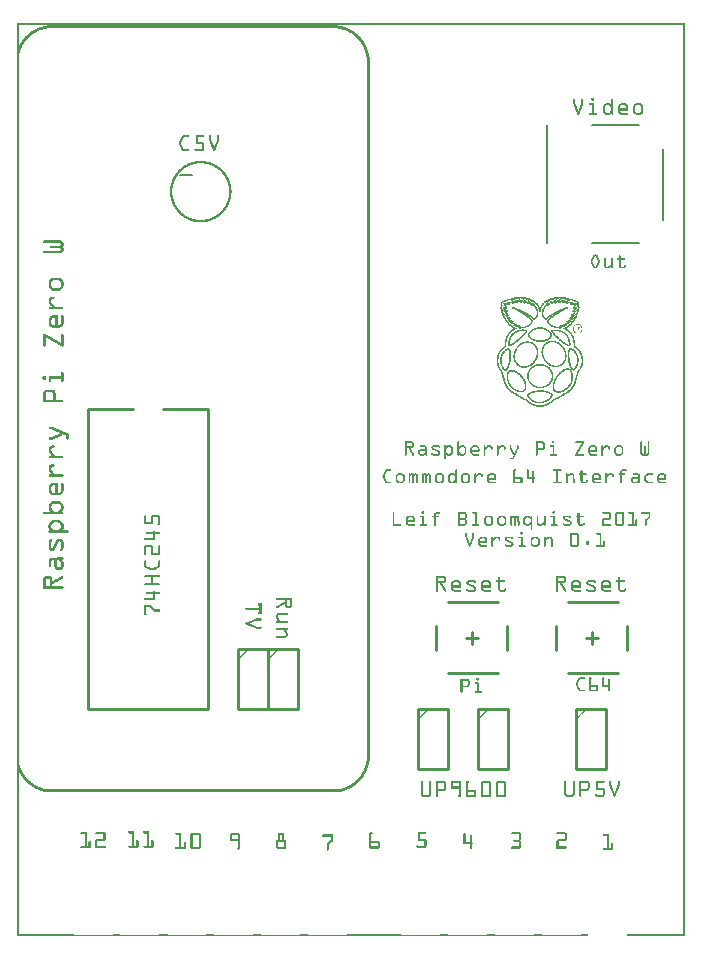
<source format=gto>
G04 MADE WITH FRITZING*
G04 WWW.FRITZING.ORG*
G04 DOUBLE SIDED*
G04 HOLES PLATED*
G04 CONTOUR ON CENTER OF CONTOUR VECTOR*
%ASAXBY*%
%FSLAX23Y23*%
%MOIN*%
%OFA0B0*%
%SFA1.0B1.0*%
%ADD10C,0.010000*%
%ADD11C,0.008000*%
%ADD12R,0.001000X0.001000*%
%LNSILK1*%
G90*
G70*
G54D10*
X238Y1758D02*
X238Y758D01*
D02*
X238Y758D02*
X638Y758D01*
D02*
X638Y758D02*
X638Y1758D01*
D02*
X238Y1758D02*
X388Y1758D01*
D02*
X488Y1758D02*
X638Y1758D01*
G54D11*
D02*
X2075Y2311D02*
X1918Y2311D01*
D02*
X1768Y2311D02*
X1768Y2704D01*
D02*
X2075Y2704D02*
X1918Y2704D01*
D02*
X2154Y2389D02*
X2154Y2626D01*
G54D10*
D02*
X1863Y758D02*
X1863Y558D01*
D02*
X1863Y558D02*
X1963Y558D01*
D02*
X1963Y558D02*
X1963Y758D01*
D02*
X1963Y758D02*
X1863Y758D01*
D02*
X2034Y1036D02*
X2034Y957D01*
D02*
X1838Y1114D02*
X2005Y1114D01*
D02*
X1838Y878D02*
X2005Y878D01*
D02*
X1798Y1036D02*
X1798Y957D01*
D02*
X1916Y1016D02*
X1916Y976D01*
D02*
X1936Y996D02*
X1897Y996D01*
D02*
X1634Y1036D02*
X1634Y957D01*
D02*
X1438Y1114D02*
X1605Y1114D01*
D02*
X1438Y878D02*
X1605Y878D01*
D02*
X1398Y1036D02*
X1398Y957D01*
D02*
X1516Y1016D02*
X1516Y976D01*
D02*
X1536Y996D02*
X1497Y996D01*
D02*
X1538Y758D02*
X1538Y558D01*
D02*
X1538Y558D02*
X1638Y558D01*
D02*
X1638Y558D02*
X1638Y758D01*
D02*
X1638Y758D02*
X1538Y758D01*
D02*
X1338Y758D02*
X1338Y558D01*
D02*
X1338Y558D02*
X1438Y558D01*
D02*
X1438Y558D02*
X1438Y758D01*
D02*
X1438Y758D02*
X1338Y758D01*
D02*
X838Y958D02*
X838Y758D01*
D02*
X838Y758D02*
X938Y758D01*
D02*
X938Y758D02*
X938Y958D01*
D02*
X938Y958D02*
X838Y958D01*
D02*
X738Y958D02*
X738Y758D01*
D02*
X738Y758D02*
X838Y758D01*
D02*
X838Y758D02*
X838Y958D01*
D02*
X838Y958D02*
X738Y958D01*
G54D11*
D02*
X583Y2538D02*
X543Y2538D01*
G54D12*
X0Y3045D02*
X2227Y3045D01*
X0Y3044D02*
X2227Y3044D01*
X0Y3043D02*
X2227Y3043D01*
X0Y3042D02*
X2227Y3042D01*
X0Y3041D02*
X2227Y3041D01*
X0Y3040D02*
X2227Y3040D01*
X0Y3039D02*
X2227Y3039D01*
X0Y3038D02*
X2227Y3038D01*
X0Y3037D02*
X7Y3037D01*
X100Y3037D02*
X1071Y3037D01*
X2220Y3037D02*
X2227Y3037D01*
X0Y3036D02*
X7Y3036D01*
X94Y3036D02*
X1077Y3036D01*
X2220Y3036D02*
X2227Y3036D01*
X0Y3035D02*
X7Y3035D01*
X90Y3035D02*
X1081Y3035D01*
X2220Y3035D02*
X2227Y3035D01*
X0Y3034D02*
X7Y3034D01*
X86Y3034D02*
X1085Y3034D01*
X2220Y3034D02*
X2227Y3034D01*
X0Y3033D02*
X7Y3033D01*
X82Y3033D02*
X1089Y3033D01*
X2220Y3033D02*
X2227Y3033D01*
X0Y3032D02*
X7Y3032D01*
X79Y3032D02*
X1092Y3032D01*
X2220Y3032D02*
X2227Y3032D01*
X0Y3031D02*
X7Y3031D01*
X76Y3031D02*
X1095Y3031D01*
X2220Y3031D02*
X2227Y3031D01*
X0Y3030D02*
X7Y3030D01*
X74Y3030D02*
X1097Y3030D01*
X2220Y3030D02*
X2227Y3030D01*
X0Y3029D02*
X7Y3029D01*
X71Y3029D02*
X1100Y3029D01*
X2220Y3029D02*
X2227Y3029D01*
X0Y3028D02*
X7Y3028D01*
X69Y3028D02*
X108Y3028D01*
X1063Y3028D02*
X1102Y3028D01*
X2220Y3028D02*
X2227Y3028D01*
X0Y3027D02*
X7Y3027D01*
X67Y3027D02*
X99Y3027D01*
X1072Y3027D02*
X1104Y3027D01*
X2220Y3027D02*
X2227Y3027D01*
X0Y3026D02*
X7Y3026D01*
X64Y3026D02*
X94Y3026D01*
X1077Y3026D02*
X1107Y3026D01*
X2220Y3026D02*
X2227Y3026D01*
X0Y3025D02*
X7Y3025D01*
X62Y3025D02*
X89Y3025D01*
X1082Y3025D02*
X1108Y3025D01*
X2220Y3025D02*
X2227Y3025D01*
X0Y3024D02*
X7Y3024D01*
X60Y3024D02*
X86Y3024D01*
X1085Y3024D02*
X1110Y3024D01*
X2220Y3024D02*
X2227Y3024D01*
X0Y3023D02*
X7Y3023D01*
X59Y3023D02*
X82Y3023D01*
X1089Y3023D02*
X1112Y3023D01*
X2220Y3023D02*
X2227Y3023D01*
X0Y3022D02*
X7Y3022D01*
X57Y3022D02*
X79Y3022D01*
X1092Y3022D02*
X1114Y3022D01*
X2220Y3022D02*
X2227Y3022D01*
X0Y3021D02*
X7Y3021D01*
X55Y3021D02*
X77Y3021D01*
X1094Y3021D02*
X1116Y3021D01*
X2220Y3021D02*
X2227Y3021D01*
X0Y3020D02*
X7Y3020D01*
X53Y3020D02*
X74Y3020D01*
X1097Y3020D02*
X1117Y3020D01*
X2220Y3020D02*
X2227Y3020D01*
X0Y3019D02*
X7Y3019D01*
X52Y3019D02*
X72Y3019D01*
X1099Y3019D02*
X1119Y3019D01*
X2220Y3019D02*
X2227Y3019D01*
X0Y3018D02*
X7Y3018D01*
X50Y3018D02*
X69Y3018D01*
X1101Y3018D02*
X1121Y3018D01*
X2220Y3018D02*
X2227Y3018D01*
X0Y3017D02*
X7Y3017D01*
X49Y3017D02*
X67Y3017D01*
X1104Y3017D02*
X1122Y3017D01*
X2220Y3017D02*
X2227Y3017D01*
X0Y3016D02*
X7Y3016D01*
X47Y3016D02*
X65Y3016D01*
X1105Y3016D02*
X1123Y3016D01*
X2220Y3016D02*
X2227Y3016D01*
X0Y3015D02*
X7Y3015D01*
X46Y3015D02*
X63Y3015D01*
X1107Y3015D02*
X1125Y3015D01*
X2220Y3015D02*
X2227Y3015D01*
X0Y3014D02*
X7Y3014D01*
X45Y3014D02*
X62Y3014D01*
X1109Y3014D02*
X1126Y3014D01*
X2220Y3014D02*
X2227Y3014D01*
X0Y3013D02*
X7Y3013D01*
X43Y3013D02*
X60Y3013D01*
X1111Y3013D02*
X1128Y3013D01*
X2220Y3013D02*
X2227Y3013D01*
X0Y3012D02*
X7Y3012D01*
X42Y3012D02*
X58Y3012D01*
X1113Y3012D02*
X1129Y3012D01*
X2220Y3012D02*
X2227Y3012D01*
X0Y3011D02*
X7Y3011D01*
X41Y3011D02*
X57Y3011D01*
X1114Y3011D02*
X1130Y3011D01*
X2220Y3011D02*
X2227Y3011D01*
X0Y3010D02*
X7Y3010D01*
X40Y3010D02*
X55Y3010D01*
X1116Y3010D02*
X1131Y3010D01*
X2220Y3010D02*
X2227Y3010D01*
X0Y3009D02*
X7Y3009D01*
X38Y3009D02*
X54Y3009D01*
X1117Y3009D02*
X1133Y3009D01*
X2220Y3009D02*
X2227Y3009D01*
X0Y3008D02*
X7Y3008D01*
X37Y3008D02*
X52Y3008D01*
X1119Y3008D02*
X1134Y3008D01*
X2220Y3008D02*
X2227Y3008D01*
X0Y3007D02*
X7Y3007D01*
X36Y3007D02*
X51Y3007D01*
X1120Y3007D02*
X1135Y3007D01*
X2220Y3007D02*
X2227Y3007D01*
X0Y3006D02*
X7Y3006D01*
X35Y3006D02*
X50Y3006D01*
X1121Y3006D02*
X1136Y3006D01*
X2220Y3006D02*
X2227Y3006D01*
X0Y3005D02*
X7Y3005D01*
X34Y3005D02*
X48Y3005D01*
X1123Y3005D02*
X1137Y3005D01*
X2220Y3005D02*
X2227Y3005D01*
X0Y3004D02*
X7Y3004D01*
X33Y3004D02*
X47Y3004D01*
X1124Y3004D02*
X1138Y3004D01*
X2220Y3004D02*
X2227Y3004D01*
X0Y3003D02*
X7Y3003D01*
X32Y3003D02*
X46Y3003D01*
X1125Y3003D02*
X1139Y3003D01*
X2220Y3003D02*
X2227Y3003D01*
X0Y3002D02*
X7Y3002D01*
X31Y3002D02*
X45Y3002D01*
X1126Y3002D02*
X1140Y3002D01*
X2220Y3002D02*
X2227Y3002D01*
X0Y3001D02*
X7Y3001D01*
X30Y3001D02*
X43Y3001D01*
X1127Y3001D02*
X1141Y3001D01*
X2220Y3001D02*
X2227Y3001D01*
X0Y3000D02*
X7Y3000D01*
X29Y3000D02*
X42Y3000D01*
X1129Y3000D02*
X1142Y3000D01*
X2220Y3000D02*
X2227Y3000D01*
X0Y2999D02*
X7Y2999D01*
X28Y2999D02*
X41Y2999D01*
X1130Y2999D02*
X1143Y2999D01*
X2220Y2999D02*
X2227Y2999D01*
X0Y2998D02*
X7Y2998D01*
X27Y2998D02*
X40Y2998D01*
X1131Y2998D02*
X1144Y2998D01*
X2220Y2998D02*
X2227Y2998D01*
X0Y2997D02*
X7Y2997D01*
X26Y2997D02*
X39Y2997D01*
X1132Y2997D02*
X1145Y2997D01*
X2220Y2997D02*
X2227Y2997D01*
X0Y2996D02*
X7Y2996D01*
X25Y2996D02*
X38Y2996D01*
X1133Y2996D02*
X1146Y2996D01*
X2220Y2996D02*
X2227Y2996D01*
X0Y2995D02*
X7Y2995D01*
X24Y2995D02*
X37Y2995D01*
X1134Y2995D02*
X1147Y2995D01*
X2220Y2995D02*
X2227Y2995D01*
X0Y2994D02*
X7Y2994D01*
X24Y2994D02*
X36Y2994D01*
X1135Y2994D02*
X1147Y2994D01*
X2220Y2994D02*
X2227Y2994D01*
X0Y2993D02*
X7Y2993D01*
X23Y2993D02*
X35Y2993D01*
X1136Y2993D02*
X1148Y2993D01*
X2220Y2993D02*
X2227Y2993D01*
X0Y2992D02*
X7Y2992D01*
X22Y2992D02*
X34Y2992D01*
X1137Y2992D02*
X1149Y2992D01*
X2220Y2992D02*
X2227Y2992D01*
X0Y2991D02*
X7Y2991D01*
X21Y2991D02*
X33Y2991D01*
X1138Y2991D02*
X1150Y2991D01*
X2220Y2991D02*
X2227Y2991D01*
X0Y2990D02*
X7Y2990D01*
X20Y2990D02*
X32Y2990D01*
X1139Y2990D02*
X1151Y2990D01*
X2220Y2990D02*
X2227Y2990D01*
X0Y2989D02*
X7Y2989D01*
X20Y2989D02*
X31Y2989D01*
X1139Y2989D02*
X1151Y2989D01*
X2220Y2989D02*
X2227Y2989D01*
X0Y2988D02*
X7Y2988D01*
X19Y2988D02*
X31Y2988D01*
X1140Y2988D02*
X1152Y2988D01*
X2220Y2988D02*
X2227Y2988D01*
X0Y2987D02*
X7Y2987D01*
X18Y2987D02*
X30Y2987D01*
X1141Y2987D02*
X1153Y2987D01*
X2220Y2987D02*
X2227Y2987D01*
X0Y2986D02*
X7Y2986D01*
X18Y2986D02*
X29Y2986D01*
X1142Y2986D02*
X1153Y2986D01*
X2220Y2986D02*
X2227Y2986D01*
X0Y2985D02*
X7Y2985D01*
X17Y2985D02*
X28Y2985D01*
X1143Y2985D02*
X1154Y2985D01*
X2220Y2985D02*
X2227Y2985D01*
X0Y2984D02*
X7Y2984D01*
X16Y2984D02*
X27Y2984D01*
X1143Y2984D02*
X1155Y2984D01*
X2220Y2984D02*
X2227Y2984D01*
X0Y2983D02*
X7Y2983D01*
X16Y2983D02*
X27Y2983D01*
X1144Y2983D02*
X1155Y2983D01*
X2220Y2983D02*
X2227Y2983D01*
X0Y2982D02*
X7Y2982D01*
X15Y2982D02*
X26Y2982D01*
X1145Y2982D02*
X1156Y2982D01*
X2220Y2982D02*
X2227Y2982D01*
X0Y2981D02*
X7Y2981D01*
X14Y2981D02*
X25Y2981D01*
X1146Y2981D02*
X1157Y2981D01*
X2220Y2981D02*
X2227Y2981D01*
X0Y2980D02*
X7Y2980D01*
X14Y2980D02*
X24Y2980D01*
X1146Y2980D02*
X1157Y2980D01*
X2220Y2980D02*
X2227Y2980D01*
X0Y2979D02*
X7Y2979D01*
X13Y2979D02*
X24Y2979D01*
X1147Y2979D02*
X1158Y2979D01*
X2220Y2979D02*
X2227Y2979D01*
X0Y2978D02*
X7Y2978D01*
X12Y2978D02*
X23Y2978D01*
X1148Y2978D02*
X1159Y2978D01*
X2220Y2978D02*
X2227Y2978D01*
X0Y2977D02*
X7Y2977D01*
X12Y2977D02*
X22Y2977D01*
X1149Y2977D02*
X1159Y2977D01*
X2220Y2977D02*
X2227Y2977D01*
X0Y2976D02*
X7Y2976D01*
X11Y2976D02*
X22Y2976D01*
X1149Y2976D02*
X1160Y2976D01*
X2220Y2976D02*
X2227Y2976D01*
X0Y2975D02*
X7Y2975D01*
X11Y2975D02*
X21Y2975D01*
X1150Y2975D02*
X1160Y2975D01*
X2220Y2975D02*
X2227Y2975D01*
X0Y2974D02*
X7Y2974D01*
X10Y2974D02*
X21Y2974D01*
X1150Y2974D02*
X1161Y2974D01*
X2220Y2974D02*
X2227Y2974D01*
X0Y2973D02*
X7Y2973D01*
X10Y2973D02*
X20Y2973D01*
X1151Y2973D02*
X1161Y2973D01*
X2220Y2973D02*
X2227Y2973D01*
X0Y2972D02*
X7Y2972D01*
X9Y2972D02*
X19Y2972D01*
X1152Y2972D02*
X1162Y2972D01*
X2220Y2972D02*
X2227Y2972D01*
X0Y2971D02*
X7Y2971D01*
X9Y2971D02*
X19Y2971D01*
X1152Y2971D02*
X1162Y2971D01*
X2220Y2971D02*
X2227Y2971D01*
X0Y2970D02*
X18Y2970D01*
X1153Y2970D02*
X1163Y2970D01*
X2220Y2970D02*
X2227Y2970D01*
X0Y2969D02*
X18Y2969D01*
X1153Y2969D02*
X1163Y2969D01*
X2220Y2969D02*
X2227Y2969D01*
X0Y2968D02*
X17Y2968D01*
X1154Y2968D02*
X1164Y2968D01*
X2220Y2968D02*
X2227Y2968D01*
X0Y2967D02*
X17Y2967D01*
X1154Y2967D02*
X1164Y2967D01*
X2220Y2967D02*
X2227Y2967D01*
X0Y2966D02*
X16Y2966D01*
X1155Y2966D02*
X1165Y2966D01*
X2220Y2966D02*
X2227Y2966D01*
X0Y2965D02*
X16Y2965D01*
X1155Y2965D02*
X1165Y2965D01*
X2220Y2965D02*
X2227Y2965D01*
X0Y2964D02*
X15Y2964D01*
X1156Y2964D02*
X1166Y2964D01*
X2220Y2964D02*
X2227Y2964D01*
X0Y2963D02*
X15Y2963D01*
X1156Y2963D02*
X1166Y2963D01*
X2220Y2963D02*
X2227Y2963D01*
X0Y2962D02*
X14Y2962D01*
X1157Y2962D02*
X1166Y2962D01*
X2220Y2962D02*
X2227Y2962D01*
X0Y2961D02*
X14Y2961D01*
X1157Y2961D02*
X1167Y2961D01*
X2220Y2961D02*
X2227Y2961D01*
X0Y2960D02*
X13Y2960D01*
X1158Y2960D02*
X1167Y2960D01*
X2220Y2960D02*
X2227Y2960D01*
X0Y2959D02*
X13Y2959D01*
X1158Y2959D02*
X1168Y2959D01*
X2220Y2959D02*
X2227Y2959D01*
X0Y2958D02*
X13Y2958D01*
X1158Y2958D02*
X1168Y2958D01*
X2220Y2958D02*
X2227Y2958D01*
X0Y2957D02*
X12Y2957D01*
X1159Y2957D02*
X1168Y2957D01*
X2220Y2957D02*
X2227Y2957D01*
X0Y2956D02*
X12Y2956D01*
X1159Y2956D02*
X1169Y2956D01*
X2220Y2956D02*
X2227Y2956D01*
X0Y2955D02*
X11Y2955D01*
X1160Y2955D02*
X1169Y2955D01*
X2220Y2955D02*
X2227Y2955D01*
X0Y2954D02*
X11Y2954D01*
X1160Y2954D02*
X1169Y2954D01*
X2220Y2954D02*
X2227Y2954D01*
X0Y2953D02*
X11Y2953D01*
X1160Y2953D02*
X1170Y2953D01*
X2220Y2953D02*
X2227Y2953D01*
X0Y2952D02*
X10Y2952D01*
X1161Y2952D02*
X1170Y2952D01*
X2220Y2952D02*
X2227Y2952D01*
X0Y2951D02*
X10Y2951D01*
X1161Y2951D02*
X1170Y2951D01*
X2220Y2951D02*
X2227Y2951D01*
X0Y2950D02*
X10Y2950D01*
X1161Y2950D02*
X1171Y2950D01*
X2220Y2950D02*
X2227Y2950D01*
X0Y2949D02*
X9Y2949D01*
X1162Y2949D02*
X1171Y2949D01*
X2220Y2949D02*
X2227Y2949D01*
X0Y2948D02*
X9Y2948D01*
X1162Y2948D02*
X1171Y2948D01*
X2220Y2948D02*
X2227Y2948D01*
X0Y2947D02*
X9Y2947D01*
X1162Y2947D02*
X1171Y2947D01*
X2220Y2947D02*
X2227Y2947D01*
X0Y2946D02*
X9Y2946D01*
X1163Y2946D02*
X1172Y2946D01*
X2220Y2946D02*
X2227Y2946D01*
X0Y2945D02*
X8Y2945D01*
X1163Y2945D02*
X1172Y2945D01*
X2220Y2945D02*
X2227Y2945D01*
X0Y2944D02*
X8Y2944D01*
X1163Y2944D02*
X1172Y2944D01*
X2220Y2944D02*
X2227Y2944D01*
X0Y2943D02*
X8Y2943D01*
X1163Y2943D02*
X1172Y2943D01*
X2220Y2943D02*
X2227Y2943D01*
X0Y2942D02*
X8Y2942D01*
X1164Y2942D02*
X1173Y2942D01*
X2220Y2942D02*
X2227Y2942D01*
X0Y2941D02*
X7Y2941D01*
X1164Y2941D02*
X1173Y2941D01*
X2220Y2941D02*
X2227Y2941D01*
X0Y2940D02*
X7Y2940D01*
X1164Y2940D02*
X1173Y2940D01*
X2220Y2940D02*
X2227Y2940D01*
X0Y2939D02*
X7Y2939D01*
X1164Y2939D02*
X1173Y2939D01*
X2220Y2939D02*
X2227Y2939D01*
X0Y2938D02*
X7Y2938D01*
X1164Y2938D02*
X1173Y2938D01*
X2220Y2938D02*
X2227Y2938D01*
X0Y2937D02*
X7Y2937D01*
X1165Y2937D02*
X1174Y2937D01*
X2220Y2937D02*
X2227Y2937D01*
X0Y2936D02*
X7Y2936D01*
X1165Y2936D02*
X1174Y2936D01*
X2220Y2936D02*
X2227Y2936D01*
X0Y2935D02*
X7Y2935D01*
X1165Y2935D02*
X1174Y2935D01*
X2220Y2935D02*
X2227Y2935D01*
X0Y2934D02*
X7Y2934D01*
X1165Y2934D02*
X1174Y2934D01*
X2220Y2934D02*
X2227Y2934D01*
X0Y2933D02*
X7Y2933D01*
X1165Y2933D02*
X1174Y2933D01*
X2220Y2933D02*
X2227Y2933D01*
X0Y2932D02*
X7Y2932D01*
X1165Y2932D02*
X1174Y2932D01*
X2220Y2932D02*
X2227Y2932D01*
X0Y2931D02*
X7Y2931D01*
X1166Y2931D02*
X1175Y2931D01*
X2220Y2931D02*
X2227Y2931D01*
X0Y2930D02*
X7Y2930D01*
X1166Y2930D02*
X1175Y2930D01*
X2220Y2930D02*
X2227Y2930D01*
X0Y2929D02*
X7Y2929D01*
X1166Y2929D02*
X1175Y2929D01*
X2220Y2929D02*
X2227Y2929D01*
X0Y2928D02*
X7Y2928D01*
X1166Y2928D02*
X1175Y2928D01*
X2220Y2928D02*
X2227Y2928D01*
X0Y2927D02*
X7Y2927D01*
X1166Y2927D02*
X1175Y2927D01*
X2220Y2927D02*
X2227Y2927D01*
X0Y2926D02*
X7Y2926D01*
X1166Y2926D02*
X1175Y2926D01*
X2220Y2926D02*
X2227Y2926D01*
X0Y2925D02*
X7Y2925D01*
X1166Y2925D02*
X1175Y2925D01*
X2220Y2925D02*
X2227Y2925D01*
X0Y2924D02*
X7Y2924D01*
X1166Y2924D02*
X1175Y2924D01*
X2220Y2924D02*
X2227Y2924D01*
X0Y2923D02*
X7Y2923D01*
X1166Y2923D02*
X1175Y2923D01*
X2220Y2923D02*
X2227Y2923D01*
X0Y2922D02*
X7Y2922D01*
X1166Y2922D02*
X1175Y2922D01*
X2220Y2922D02*
X2227Y2922D01*
X0Y2921D02*
X7Y2921D01*
X1166Y2921D02*
X1175Y2921D01*
X2220Y2921D02*
X2227Y2921D01*
X0Y2920D02*
X7Y2920D01*
X1166Y2920D02*
X1175Y2920D01*
X2220Y2920D02*
X2227Y2920D01*
X0Y2919D02*
X7Y2919D01*
X1166Y2919D02*
X1175Y2919D01*
X2220Y2919D02*
X2227Y2919D01*
X0Y2918D02*
X7Y2918D01*
X1167Y2918D02*
X1176Y2918D01*
X2220Y2918D02*
X2227Y2918D01*
X0Y2917D02*
X7Y2917D01*
X1167Y2917D02*
X1176Y2917D01*
X2220Y2917D02*
X2227Y2917D01*
X0Y2916D02*
X7Y2916D01*
X1167Y2916D02*
X1176Y2916D01*
X2220Y2916D02*
X2227Y2916D01*
X0Y2915D02*
X7Y2915D01*
X1167Y2915D02*
X1176Y2915D01*
X2220Y2915D02*
X2227Y2915D01*
X0Y2914D02*
X7Y2914D01*
X1167Y2914D02*
X1176Y2914D01*
X2220Y2914D02*
X2227Y2914D01*
X0Y2913D02*
X7Y2913D01*
X1167Y2913D02*
X1176Y2913D01*
X2220Y2913D02*
X2227Y2913D01*
X0Y2912D02*
X7Y2912D01*
X1167Y2912D02*
X1176Y2912D01*
X2220Y2912D02*
X2227Y2912D01*
X0Y2911D02*
X7Y2911D01*
X1167Y2911D02*
X1176Y2911D01*
X2220Y2911D02*
X2227Y2911D01*
X0Y2910D02*
X7Y2910D01*
X1167Y2910D02*
X1176Y2910D01*
X2220Y2910D02*
X2227Y2910D01*
X0Y2909D02*
X7Y2909D01*
X1167Y2909D02*
X1176Y2909D01*
X2220Y2909D02*
X2227Y2909D01*
X0Y2908D02*
X7Y2908D01*
X1167Y2908D02*
X1176Y2908D01*
X2220Y2908D02*
X2227Y2908D01*
X0Y2907D02*
X7Y2907D01*
X1167Y2907D02*
X1176Y2907D01*
X2220Y2907D02*
X2227Y2907D01*
X0Y2906D02*
X7Y2906D01*
X1167Y2906D02*
X1176Y2906D01*
X2220Y2906D02*
X2227Y2906D01*
X0Y2905D02*
X7Y2905D01*
X1167Y2905D02*
X1176Y2905D01*
X2220Y2905D02*
X2227Y2905D01*
X0Y2904D02*
X7Y2904D01*
X1167Y2904D02*
X1176Y2904D01*
X2220Y2904D02*
X2227Y2904D01*
X0Y2903D02*
X7Y2903D01*
X1167Y2903D02*
X1176Y2903D01*
X2220Y2903D02*
X2227Y2903D01*
X0Y2902D02*
X7Y2902D01*
X1167Y2902D02*
X1176Y2902D01*
X2220Y2902D02*
X2227Y2902D01*
X0Y2901D02*
X7Y2901D01*
X1167Y2901D02*
X1176Y2901D01*
X2220Y2901D02*
X2227Y2901D01*
X0Y2900D02*
X7Y2900D01*
X1167Y2900D02*
X1176Y2900D01*
X2220Y2900D02*
X2227Y2900D01*
X0Y2899D02*
X7Y2899D01*
X1167Y2899D02*
X1176Y2899D01*
X2220Y2899D02*
X2227Y2899D01*
X0Y2898D02*
X7Y2898D01*
X1167Y2898D02*
X1176Y2898D01*
X2220Y2898D02*
X2227Y2898D01*
X0Y2897D02*
X7Y2897D01*
X1167Y2897D02*
X1176Y2897D01*
X2220Y2897D02*
X2227Y2897D01*
X0Y2896D02*
X7Y2896D01*
X1167Y2896D02*
X1176Y2896D01*
X2220Y2896D02*
X2227Y2896D01*
X0Y2895D02*
X7Y2895D01*
X1167Y2895D02*
X1176Y2895D01*
X2220Y2895D02*
X2227Y2895D01*
X0Y2894D02*
X7Y2894D01*
X1167Y2894D02*
X1176Y2894D01*
X2220Y2894D02*
X2227Y2894D01*
X0Y2893D02*
X7Y2893D01*
X1167Y2893D02*
X1176Y2893D01*
X2220Y2893D02*
X2227Y2893D01*
X0Y2892D02*
X7Y2892D01*
X1167Y2892D02*
X1176Y2892D01*
X2220Y2892D02*
X2227Y2892D01*
X0Y2891D02*
X7Y2891D01*
X1167Y2891D02*
X1176Y2891D01*
X2220Y2891D02*
X2227Y2891D01*
X0Y2890D02*
X7Y2890D01*
X1167Y2890D02*
X1176Y2890D01*
X2220Y2890D02*
X2227Y2890D01*
X0Y2889D02*
X7Y2889D01*
X1167Y2889D02*
X1176Y2889D01*
X2220Y2889D02*
X2227Y2889D01*
X0Y2888D02*
X7Y2888D01*
X1167Y2888D02*
X1176Y2888D01*
X2220Y2888D02*
X2227Y2888D01*
X0Y2887D02*
X7Y2887D01*
X1167Y2887D02*
X1176Y2887D01*
X2220Y2887D02*
X2227Y2887D01*
X0Y2886D02*
X7Y2886D01*
X1167Y2886D02*
X1176Y2886D01*
X2220Y2886D02*
X2227Y2886D01*
X0Y2885D02*
X7Y2885D01*
X1167Y2885D02*
X1176Y2885D01*
X2220Y2885D02*
X2227Y2885D01*
X0Y2884D02*
X7Y2884D01*
X1167Y2884D02*
X1176Y2884D01*
X2220Y2884D02*
X2227Y2884D01*
X0Y2883D02*
X7Y2883D01*
X1167Y2883D02*
X1176Y2883D01*
X2220Y2883D02*
X2227Y2883D01*
X0Y2882D02*
X7Y2882D01*
X1167Y2882D02*
X1176Y2882D01*
X2220Y2882D02*
X2227Y2882D01*
X0Y2881D02*
X7Y2881D01*
X1167Y2881D02*
X1176Y2881D01*
X2220Y2881D02*
X2227Y2881D01*
X0Y2880D02*
X7Y2880D01*
X1167Y2880D02*
X1176Y2880D01*
X2220Y2880D02*
X2227Y2880D01*
X0Y2879D02*
X7Y2879D01*
X1167Y2879D02*
X1176Y2879D01*
X2220Y2879D02*
X2227Y2879D01*
X0Y2878D02*
X7Y2878D01*
X1167Y2878D02*
X1176Y2878D01*
X2220Y2878D02*
X2227Y2878D01*
X0Y2877D02*
X7Y2877D01*
X1167Y2877D02*
X1176Y2877D01*
X2220Y2877D02*
X2227Y2877D01*
X0Y2876D02*
X7Y2876D01*
X1167Y2876D02*
X1176Y2876D01*
X2220Y2876D02*
X2227Y2876D01*
X0Y2875D02*
X7Y2875D01*
X1167Y2875D02*
X1176Y2875D01*
X2220Y2875D02*
X2227Y2875D01*
X0Y2874D02*
X7Y2874D01*
X1167Y2874D02*
X1176Y2874D01*
X2220Y2874D02*
X2227Y2874D01*
X0Y2873D02*
X7Y2873D01*
X1167Y2873D02*
X1176Y2873D01*
X2220Y2873D02*
X2227Y2873D01*
X0Y2872D02*
X7Y2872D01*
X1167Y2872D02*
X1176Y2872D01*
X2220Y2872D02*
X2227Y2872D01*
X0Y2871D02*
X7Y2871D01*
X1167Y2871D02*
X1176Y2871D01*
X2220Y2871D02*
X2227Y2871D01*
X0Y2870D02*
X7Y2870D01*
X1167Y2870D02*
X1176Y2870D01*
X2220Y2870D02*
X2227Y2870D01*
X0Y2869D02*
X7Y2869D01*
X1167Y2869D02*
X1176Y2869D01*
X2220Y2869D02*
X2227Y2869D01*
X0Y2868D02*
X7Y2868D01*
X1167Y2868D02*
X1176Y2868D01*
X2220Y2868D02*
X2227Y2868D01*
X0Y2867D02*
X7Y2867D01*
X1167Y2867D02*
X1176Y2867D01*
X2220Y2867D02*
X2227Y2867D01*
X0Y2866D02*
X7Y2866D01*
X1167Y2866D02*
X1176Y2866D01*
X2220Y2866D02*
X2227Y2866D01*
X0Y2865D02*
X7Y2865D01*
X1167Y2865D02*
X1176Y2865D01*
X2220Y2865D02*
X2227Y2865D01*
X0Y2864D02*
X7Y2864D01*
X1167Y2864D02*
X1176Y2864D01*
X2220Y2864D02*
X2227Y2864D01*
X0Y2863D02*
X7Y2863D01*
X1167Y2863D02*
X1176Y2863D01*
X2220Y2863D02*
X2227Y2863D01*
X0Y2862D02*
X7Y2862D01*
X1167Y2862D02*
X1176Y2862D01*
X2220Y2862D02*
X2227Y2862D01*
X0Y2861D02*
X7Y2861D01*
X1167Y2861D02*
X1176Y2861D01*
X2220Y2861D02*
X2227Y2861D01*
X0Y2860D02*
X7Y2860D01*
X1167Y2860D02*
X1176Y2860D01*
X2220Y2860D02*
X2227Y2860D01*
X0Y2859D02*
X7Y2859D01*
X1167Y2859D02*
X1176Y2859D01*
X2220Y2859D02*
X2227Y2859D01*
X0Y2858D02*
X7Y2858D01*
X1167Y2858D02*
X1176Y2858D01*
X2220Y2858D02*
X2227Y2858D01*
X0Y2857D02*
X7Y2857D01*
X1167Y2857D02*
X1176Y2857D01*
X2220Y2857D02*
X2227Y2857D01*
X0Y2856D02*
X7Y2856D01*
X1167Y2856D02*
X1176Y2856D01*
X2220Y2856D02*
X2227Y2856D01*
X0Y2855D02*
X7Y2855D01*
X1167Y2855D02*
X1176Y2855D01*
X2220Y2855D02*
X2227Y2855D01*
X0Y2854D02*
X7Y2854D01*
X1167Y2854D02*
X1176Y2854D01*
X2220Y2854D02*
X2227Y2854D01*
X0Y2853D02*
X7Y2853D01*
X1167Y2853D02*
X1176Y2853D01*
X2220Y2853D02*
X2227Y2853D01*
X0Y2852D02*
X7Y2852D01*
X1167Y2852D02*
X1176Y2852D01*
X2220Y2852D02*
X2227Y2852D01*
X0Y2851D02*
X7Y2851D01*
X1167Y2851D02*
X1176Y2851D01*
X2220Y2851D02*
X2227Y2851D01*
X0Y2850D02*
X7Y2850D01*
X1167Y2850D02*
X1176Y2850D01*
X2220Y2850D02*
X2227Y2850D01*
X0Y2849D02*
X7Y2849D01*
X1167Y2849D02*
X1176Y2849D01*
X2220Y2849D02*
X2227Y2849D01*
X0Y2848D02*
X7Y2848D01*
X1167Y2848D02*
X1176Y2848D01*
X2220Y2848D02*
X2227Y2848D01*
X0Y2847D02*
X7Y2847D01*
X1167Y2847D02*
X1176Y2847D01*
X2220Y2847D02*
X2227Y2847D01*
X0Y2846D02*
X7Y2846D01*
X1167Y2846D02*
X1176Y2846D01*
X2220Y2846D02*
X2227Y2846D01*
X0Y2845D02*
X7Y2845D01*
X1167Y2845D02*
X1176Y2845D01*
X2220Y2845D02*
X2227Y2845D01*
X0Y2844D02*
X7Y2844D01*
X1167Y2844D02*
X1176Y2844D01*
X2220Y2844D02*
X2227Y2844D01*
X0Y2843D02*
X7Y2843D01*
X1167Y2843D02*
X1176Y2843D01*
X2220Y2843D02*
X2227Y2843D01*
X0Y2842D02*
X7Y2842D01*
X1167Y2842D02*
X1176Y2842D01*
X2220Y2842D02*
X2227Y2842D01*
X0Y2841D02*
X7Y2841D01*
X1167Y2841D02*
X1176Y2841D01*
X2220Y2841D02*
X2227Y2841D01*
X0Y2840D02*
X7Y2840D01*
X1167Y2840D02*
X1176Y2840D01*
X2220Y2840D02*
X2227Y2840D01*
X0Y2839D02*
X7Y2839D01*
X1167Y2839D02*
X1176Y2839D01*
X2220Y2839D02*
X2227Y2839D01*
X0Y2838D02*
X7Y2838D01*
X1167Y2838D02*
X1176Y2838D01*
X2220Y2838D02*
X2227Y2838D01*
X0Y2837D02*
X7Y2837D01*
X1167Y2837D02*
X1176Y2837D01*
X2220Y2837D02*
X2227Y2837D01*
X0Y2836D02*
X7Y2836D01*
X1167Y2836D02*
X1176Y2836D01*
X2220Y2836D02*
X2227Y2836D01*
X0Y2835D02*
X7Y2835D01*
X1167Y2835D02*
X1176Y2835D01*
X2220Y2835D02*
X2227Y2835D01*
X0Y2834D02*
X7Y2834D01*
X1167Y2834D02*
X1176Y2834D01*
X2220Y2834D02*
X2227Y2834D01*
X0Y2833D02*
X7Y2833D01*
X1167Y2833D02*
X1176Y2833D01*
X2220Y2833D02*
X2227Y2833D01*
X0Y2832D02*
X7Y2832D01*
X1167Y2832D02*
X1176Y2832D01*
X2220Y2832D02*
X2227Y2832D01*
X0Y2831D02*
X7Y2831D01*
X1167Y2831D02*
X1176Y2831D01*
X2220Y2831D02*
X2227Y2831D01*
X0Y2830D02*
X7Y2830D01*
X1167Y2830D02*
X1176Y2830D01*
X2220Y2830D02*
X2227Y2830D01*
X0Y2829D02*
X7Y2829D01*
X1167Y2829D02*
X1176Y2829D01*
X2220Y2829D02*
X2227Y2829D01*
X0Y2828D02*
X7Y2828D01*
X1167Y2828D02*
X1176Y2828D01*
X2220Y2828D02*
X2227Y2828D01*
X0Y2827D02*
X7Y2827D01*
X1167Y2827D02*
X1176Y2827D01*
X2220Y2827D02*
X2227Y2827D01*
X0Y2826D02*
X7Y2826D01*
X1167Y2826D02*
X1176Y2826D01*
X2220Y2826D02*
X2227Y2826D01*
X0Y2825D02*
X7Y2825D01*
X1167Y2825D02*
X1176Y2825D01*
X2220Y2825D02*
X2227Y2825D01*
X0Y2824D02*
X7Y2824D01*
X1167Y2824D02*
X1176Y2824D01*
X2220Y2824D02*
X2227Y2824D01*
X0Y2823D02*
X7Y2823D01*
X1167Y2823D02*
X1176Y2823D01*
X2220Y2823D02*
X2227Y2823D01*
X0Y2822D02*
X7Y2822D01*
X1167Y2822D02*
X1176Y2822D01*
X2220Y2822D02*
X2227Y2822D01*
X0Y2821D02*
X7Y2821D01*
X1167Y2821D02*
X1176Y2821D01*
X2220Y2821D02*
X2227Y2821D01*
X0Y2820D02*
X7Y2820D01*
X1167Y2820D02*
X1176Y2820D01*
X2220Y2820D02*
X2227Y2820D01*
X0Y2819D02*
X7Y2819D01*
X1167Y2819D02*
X1176Y2819D01*
X2220Y2819D02*
X2227Y2819D01*
X0Y2818D02*
X7Y2818D01*
X1167Y2818D02*
X1176Y2818D01*
X2220Y2818D02*
X2227Y2818D01*
X0Y2817D02*
X7Y2817D01*
X1167Y2817D02*
X1176Y2817D01*
X2220Y2817D02*
X2227Y2817D01*
X0Y2816D02*
X7Y2816D01*
X1167Y2816D02*
X1176Y2816D01*
X2220Y2816D02*
X2227Y2816D01*
X0Y2815D02*
X7Y2815D01*
X1167Y2815D02*
X1176Y2815D01*
X2220Y2815D02*
X2227Y2815D01*
X0Y2814D02*
X7Y2814D01*
X1167Y2814D02*
X1176Y2814D01*
X2220Y2814D02*
X2227Y2814D01*
X0Y2813D02*
X7Y2813D01*
X1167Y2813D02*
X1176Y2813D01*
X2220Y2813D02*
X2227Y2813D01*
X0Y2812D02*
X7Y2812D01*
X1167Y2812D02*
X1176Y2812D01*
X2220Y2812D02*
X2227Y2812D01*
X0Y2811D02*
X7Y2811D01*
X1167Y2811D02*
X1176Y2811D01*
X2220Y2811D02*
X2227Y2811D01*
X0Y2810D02*
X7Y2810D01*
X1167Y2810D02*
X1176Y2810D01*
X2220Y2810D02*
X2227Y2810D01*
X0Y2809D02*
X7Y2809D01*
X1167Y2809D02*
X1176Y2809D01*
X2220Y2809D02*
X2227Y2809D01*
X0Y2808D02*
X7Y2808D01*
X1167Y2808D02*
X1176Y2808D01*
X2220Y2808D02*
X2227Y2808D01*
X0Y2807D02*
X7Y2807D01*
X1167Y2807D02*
X1176Y2807D01*
X2220Y2807D02*
X2227Y2807D01*
X0Y2806D02*
X7Y2806D01*
X1167Y2806D02*
X1176Y2806D01*
X2220Y2806D02*
X2227Y2806D01*
X0Y2805D02*
X7Y2805D01*
X1167Y2805D02*
X1176Y2805D01*
X2220Y2805D02*
X2227Y2805D01*
X0Y2804D02*
X7Y2804D01*
X1167Y2804D02*
X1176Y2804D01*
X2220Y2804D02*
X2227Y2804D01*
X0Y2803D02*
X7Y2803D01*
X1167Y2803D02*
X1176Y2803D01*
X2220Y2803D02*
X2227Y2803D01*
X0Y2802D02*
X7Y2802D01*
X1167Y2802D02*
X1176Y2802D01*
X2220Y2802D02*
X2227Y2802D01*
X0Y2801D02*
X7Y2801D01*
X1167Y2801D02*
X1176Y2801D01*
X2220Y2801D02*
X2227Y2801D01*
X0Y2800D02*
X7Y2800D01*
X1167Y2800D02*
X1176Y2800D01*
X2220Y2800D02*
X2227Y2800D01*
X0Y2799D02*
X7Y2799D01*
X1167Y2799D02*
X1176Y2799D01*
X2220Y2799D02*
X2227Y2799D01*
X0Y2798D02*
X7Y2798D01*
X1167Y2798D02*
X1176Y2798D01*
X2220Y2798D02*
X2227Y2798D01*
X0Y2797D02*
X7Y2797D01*
X1167Y2797D02*
X1176Y2797D01*
X2220Y2797D02*
X2227Y2797D01*
X0Y2796D02*
X7Y2796D01*
X1167Y2796D02*
X1176Y2796D01*
X2220Y2796D02*
X2227Y2796D01*
X0Y2795D02*
X7Y2795D01*
X1167Y2795D02*
X1176Y2795D01*
X1916Y2795D02*
X1923Y2795D01*
X2220Y2795D02*
X2227Y2795D01*
X0Y2794D02*
X7Y2794D01*
X1167Y2794D02*
X1176Y2794D01*
X1915Y2794D02*
X1924Y2794D01*
X2220Y2794D02*
X2227Y2794D01*
X0Y2793D02*
X7Y2793D01*
X1167Y2793D02*
X1176Y2793D01*
X1915Y2793D02*
X1924Y2793D01*
X2220Y2793D02*
X2227Y2793D01*
X0Y2792D02*
X7Y2792D01*
X1167Y2792D02*
X1176Y2792D01*
X1856Y2792D02*
X1859Y2792D01*
X1884Y2792D02*
X1887Y2792D01*
X1915Y2792D02*
X1924Y2792D01*
X1984Y2792D02*
X1987Y2792D01*
X2220Y2792D02*
X2227Y2792D01*
X0Y2791D02*
X7Y2791D01*
X1167Y2791D02*
X1176Y2791D01*
X1855Y2791D02*
X1860Y2791D01*
X1883Y2791D02*
X1888Y2791D01*
X1915Y2791D02*
X1924Y2791D01*
X1983Y2791D02*
X1988Y2791D01*
X2220Y2791D02*
X2227Y2791D01*
X0Y2790D02*
X7Y2790D01*
X1167Y2790D02*
X1176Y2790D01*
X1855Y2790D02*
X1861Y2790D01*
X1882Y2790D02*
X1888Y2790D01*
X1915Y2790D02*
X1924Y2790D01*
X1982Y2790D02*
X1988Y2790D01*
X2220Y2790D02*
X2227Y2790D01*
X0Y2789D02*
X7Y2789D01*
X1167Y2789D02*
X1176Y2789D01*
X1855Y2789D02*
X1861Y2789D01*
X1882Y2789D02*
X1888Y2789D01*
X1915Y2789D02*
X1924Y2789D01*
X1982Y2789D02*
X1988Y2789D01*
X2220Y2789D02*
X2227Y2789D01*
X0Y2788D02*
X7Y2788D01*
X1167Y2788D02*
X1176Y2788D01*
X1855Y2788D02*
X1861Y2788D01*
X1882Y2788D02*
X1888Y2788D01*
X1915Y2788D02*
X1924Y2788D01*
X1982Y2788D02*
X1988Y2788D01*
X2220Y2788D02*
X2227Y2788D01*
X0Y2787D02*
X7Y2787D01*
X1167Y2787D02*
X1176Y2787D01*
X1855Y2787D02*
X1861Y2787D01*
X1882Y2787D02*
X1888Y2787D01*
X1916Y2787D02*
X1923Y2787D01*
X1982Y2787D02*
X1988Y2787D01*
X2220Y2787D02*
X2227Y2787D01*
X0Y2786D02*
X7Y2786D01*
X1167Y2786D02*
X1176Y2786D01*
X1855Y2786D02*
X1861Y2786D01*
X1882Y2786D02*
X1888Y2786D01*
X1917Y2786D02*
X1922Y2786D01*
X1982Y2786D02*
X1988Y2786D01*
X2220Y2786D02*
X2227Y2786D01*
X0Y2785D02*
X7Y2785D01*
X1167Y2785D02*
X1176Y2785D01*
X1855Y2785D02*
X1861Y2785D01*
X1882Y2785D02*
X1888Y2785D01*
X1982Y2785D02*
X1988Y2785D01*
X2220Y2785D02*
X2227Y2785D01*
X0Y2784D02*
X7Y2784D01*
X1167Y2784D02*
X1176Y2784D01*
X1855Y2784D02*
X1861Y2784D01*
X1882Y2784D02*
X1888Y2784D01*
X1982Y2784D02*
X1988Y2784D01*
X2220Y2784D02*
X2227Y2784D01*
X0Y2783D02*
X7Y2783D01*
X1167Y2783D02*
X1176Y2783D01*
X1855Y2783D02*
X1861Y2783D01*
X1882Y2783D02*
X1888Y2783D01*
X1982Y2783D02*
X1988Y2783D01*
X2220Y2783D02*
X2227Y2783D01*
X0Y2782D02*
X7Y2782D01*
X1167Y2782D02*
X1176Y2782D01*
X1855Y2782D02*
X1861Y2782D01*
X1882Y2782D02*
X1888Y2782D01*
X1982Y2782D02*
X1988Y2782D01*
X2220Y2782D02*
X2227Y2782D01*
X0Y2781D02*
X7Y2781D01*
X1167Y2781D02*
X1176Y2781D01*
X1855Y2781D02*
X1861Y2781D01*
X1882Y2781D02*
X1888Y2781D01*
X1982Y2781D02*
X1988Y2781D01*
X2220Y2781D02*
X2227Y2781D01*
X0Y2780D02*
X7Y2780D01*
X1167Y2780D02*
X1176Y2780D01*
X1855Y2780D02*
X1861Y2780D01*
X1882Y2780D02*
X1888Y2780D01*
X1982Y2780D02*
X1988Y2780D01*
X2220Y2780D02*
X2227Y2780D01*
X0Y2779D02*
X7Y2779D01*
X1167Y2779D02*
X1176Y2779D01*
X1855Y2779D02*
X1861Y2779D01*
X1882Y2779D02*
X1888Y2779D01*
X1982Y2779D02*
X1988Y2779D01*
X2220Y2779D02*
X2227Y2779D01*
X0Y2778D02*
X7Y2778D01*
X1167Y2778D02*
X1176Y2778D01*
X1855Y2778D02*
X1861Y2778D01*
X1882Y2778D02*
X1888Y2778D01*
X1911Y2778D02*
X1921Y2778D01*
X1966Y2778D02*
X1973Y2778D01*
X1982Y2778D02*
X1988Y2778D01*
X2016Y2778D02*
X2027Y2778D01*
X2066Y2778D02*
X2077Y2778D01*
X2220Y2778D02*
X2227Y2778D01*
X0Y2777D02*
X7Y2777D01*
X1167Y2777D02*
X1176Y2777D01*
X1855Y2777D02*
X1861Y2777D01*
X1882Y2777D02*
X1888Y2777D01*
X1909Y2777D02*
X1923Y2777D01*
X1963Y2777D02*
X1976Y2777D01*
X1982Y2777D02*
X1988Y2777D01*
X2013Y2777D02*
X2030Y2777D01*
X2063Y2777D02*
X2080Y2777D01*
X2220Y2777D02*
X2227Y2777D01*
X0Y2776D02*
X7Y2776D01*
X1167Y2776D02*
X1176Y2776D01*
X1855Y2776D02*
X1861Y2776D01*
X1881Y2776D02*
X1888Y2776D01*
X1908Y2776D02*
X1924Y2776D01*
X1961Y2776D02*
X1978Y2776D01*
X1982Y2776D02*
X1988Y2776D01*
X2011Y2776D02*
X2031Y2776D01*
X2061Y2776D02*
X2081Y2776D01*
X2220Y2776D02*
X2227Y2776D01*
X0Y2775D02*
X7Y2775D01*
X1167Y2775D02*
X1176Y2775D01*
X1855Y2775D02*
X1862Y2775D01*
X1881Y2775D02*
X1887Y2775D01*
X1908Y2775D02*
X1924Y2775D01*
X1960Y2775D02*
X1979Y2775D01*
X1982Y2775D02*
X1988Y2775D01*
X2010Y2775D02*
X2033Y2775D01*
X2060Y2775D02*
X2083Y2775D01*
X2220Y2775D02*
X2227Y2775D01*
X0Y2774D02*
X7Y2774D01*
X1167Y2774D02*
X1176Y2774D01*
X1856Y2774D02*
X1862Y2774D01*
X1881Y2774D02*
X1887Y2774D01*
X1908Y2774D02*
X1924Y2774D01*
X1959Y2774D02*
X1980Y2774D01*
X1982Y2774D02*
X1988Y2774D01*
X2009Y2774D02*
X2034Y2774D01*
X2059Y2774D02*
X2084Y2774D01*
X2220Y2774D02*
X2227Y2774D01*
X0Y2773D02*
X7Y2773D01*
X1167Y2773D02*
X1176Y2773D01*
X1856Y2773D02*
X1863Y2773D01*
X1880Y2773D02*
X1887Y2773D01*
X1908Y2773D02*
X1924Y2773D01*
X1958Y2773D02*
X1988Y2773D01*
X2008Y2773D02*
X2035Y2773D01*
X2058Y2773D02*
X2085Y2773D01*
X2220Y2773D02*
X2227Y2773D01*
X0Y2772D02*
X7Y2772D01*
X1167Y2772D02*
X1176Y2772D01*
X1856Y2772D02*
X1863Y2772D01*
X1880Y2772D02*
X1886Y2772D01*
X1909Y2772D02*
X1924Y2772D01*
X1957Y2772D02*
X1988Y2772D01*
X2007Y2772D02*
X2036Y2772D01*
X2057Y2772D02*
X2086Y2772D01*
X2220Y2772D02*
X2227Y2772D01*
X0Y2771D02*
X7Y2771D01*
X1167Y2771D02*
X1176Y2771D01*
X1857Y2771D02*
X1863Y2771D01*
X1879Y2771D02*
X1886Y2771D01*
X1918Y2771D02*
X1924Y2771D01*
X1956Y2771D02*
X1966Y2771D01*
X1973Y2771D02*
X1988Y2771D01*
X2006Y2771D02*
X2016Y2771D01*
X2026Y2771D02*
X2037Y2771D01*
X2056Y2771D02*
X2066Y2771D01*
X2076Y2771D02*
X2087Y2771D01*
X2220Y2771D02*
X2227Y2771D01*
X0Y2770D02*
X7Y2770D01*
X1167Y2770D02*
X1176Y2770D01*
X1857Y2770D02*
X1864Y2770D01*
X1879Y2770D02*
X1886Y2770D01*
X1918Y2770D02*
X1924Y2770D01*
X1956Y2770D02*
X1964Y2770D01*
X1975Y2770D02*
X1988Y2770D01*
X2006Y2770D02*
X2014Y2770D01*
X2029Y2770D02*
X2037Y2770D01*
X2056Y2770D02*
X2064Y2770D01*
X2079Y2770D02*
X2087Y2770D01*
X2220Y2770D02*
X2227Y2770D01*
X0Y2769D02*
X7Y2769D01*
X1167Y2769D02*
X1176Y2769D01*
X1858Y2769D02*
X1864Y2769D01*
X1879Y2769D02*
X1885Y2769D01*
X1918Y2769D02*
X1924Y2769D01*
X1955Y2769D02*
X1963Y2769D01*
X1976Y2769D02*
X1988Y2769D01*
X2005Y2769D02*
X2013Y2769D01*
X2030Y2769D02*
X2038Y2769D01*
X2055Y2769D02*
X2063Y2769D01*
X2080Y2769D02*
X2088Y2769D01*
X2220Y2769D02*
X2227Y2769D01*
X0Y2768D02*
X7Y2768D01*
X1167Y2768D02*
X1176Y2768D01*
X1858Y2768D02*
X1865Y2768D01*
X1878Y2768D02*
X1885Y2768D01*
X1918Y2768D02*
X1924Y2768D01*
X1955Y2768D02*
X1962Y2768D01*
X1978Y2768D02*
X1988Y2768D01*
X2005Y2768D02*
X2012Y2768D01*
X2031Y2768D02*
X2038Y2768D01*
X2055Y2768D02*
X2062Y2768D01*
X2081Y2768D02*
X2088Y2768D01*
X2220Y2768D02*
X2227Y2768D01*
X0Y2767D02*
X7Y2767D01*
X1167Y2767D02*
X1176Y2767D01*
X1858Y2767D02*
X1865Y2767D01*
X1878Y2767D02*
X1884Y2767D01*
X1918Y2767D02*
X1924Y2767D01*
X1955Y2767D02*
X1961Y2767D01*
X1979Y2767D02*
X1988Y2767D01*
X2005Y2767D02*
X2011Y2767D01*
X2032Y2767D02*
X2038Y2767D01*
X2055Y2767D02*
X2061Y2767D01*
X2082Y2767D02*
X2088Y2767D01*
X2220Y2767D02*
X2227Y2767D01*
X0Y2766D02*
X7Y2766D01*
X1167Y2766D02*
X1176Y2766D01*
X1859Y2766D02*
X1865Y2766D01*
X1877Y2766D02*
X1884Y2766D01*
X1918Y2766D02*
X1924Y2766D01*
X1955Y2766D02*
X1961Y2766D01*
X1980Y2766D02*
X1988Y2766D01*
X2005Y2766D02*
X2011Y2766D01*
X2032Y2766D02*
X2038Y2766D01*
X2055Y2766D02*
X2061Y2766D01*
X2082Y2766D02*
X2088Y2766D01*
X2220Y2766D02*
X2227Y2766D01*
X0Y2765D02*
X7Y2765D01*
X1167Y2765D02*
X1176Y2765D01*
X1859Y2765D02*
X1866Y2765D01*
X1877Y2765D02*
X1884Y2765D01*
X1918Y2765D02*
X1924Y2765D01*
X1955Y2765D02*
X1961Y2765D01*
X1981Y2765D02*
X1988Y2765D01*
X2005Y2765D02*
X2011Y2765D01*
X2032Y2765D02*
X2038Y2765D01*
X2055Y2765D02*
X2061Y2765D01*
X2082Y2765D02*
X2088Y2765D01*
X2220Y2765D02*
X2227Y2765D01*
X0Y2764D02*
X7Y2764D01*
X1167Y2764D02*
X1176Y2764D01*
X1860Y2764D02*
X1866Y2764D01*
X1877Y2764D02*
X1883Y2764D01*
X1918Y2764D02*
X1924Y2764D01*
X1955Y2764D02*
X1961Y2764D01*
X1982Y2764D02*
X1988Y2764D01*
X2005Y2764D02*
X2011Y2764D01*
X2032Y2764D02*
X2038Y2764D01*
X2055Y2764D02*
X2061Y2764D01*
X2082Y2764D02*
X2088Y2764D01*
X2220Y2764D02*
X2227Y2764D01*
X0Y2763D02*
X7Y2763D01*
X1167Y2763D02*
X1176Y2763D01*
X1860Y2763D02*
X1867Y2763D01*
X1876Y2763D02*
X1883Y2763D01*
X1918Y2763D02*
X1924Y2763D01*
X1955Y2763D02*
X1961Y2763D01*
X1982Y2763D02*
X1988Y2763D01*
X2005Y2763D02*
X2011Y2763D01*
X2032Y2763D02*
X2038Y2763D01*
X2055Y2763D02*
X2061Y2763D01*
X2082Y2763D02*
X2088Y2763D01*
X2220Y2763D02*
X2227Y2763D01*
X0Y2762D02*
X7Y2762D01*
X1167Y2762D02*
X1176Y2762D01*
X1860Y2762D02*
X1867Y2762D01*
X1876Y2762D02*
X1882Y2762D01*
X1918Y2762D02*
X1924Y2762D01*
X1955Y2762D02*
X1961Y2762D01*
X1982Y2762D02*
X1988Y2762D01*
X2005Y2762D02*
X2011Y2762D01*
X2032Y2762D02*
X2038Y2762D01*
X2055Y2762D02*
X2061Y2762D01*
X2082Y2762D02*
X2088Y2762D01*
X2220Y2762D02*
X2227Y2762D01*
X0Y2761D02*
X7Y2761D01*
X1167Y2761D02*
X1176Y2761D01*
X1861Y2761D02*
X1867Y2761D01*
X1875Y2761D02*
X1882Y2761D01*
X1918Y2761D02*
X1924Y2761D01*
X1955Y2761D02*
X1961Y2761D01*
X1982Y2761D02*
X1988Y2761D01*
X2005Y2761D02*
X2011Y2761D01*
X2032Y2761D02*
X2038Y2761D01*
X2055Y2761D02*
X2061Y2761D01*
X2082Y2761D02*
X2088Y2761D01*
X2220Y2761D02*
X2227Y2761D01*
X0Y2760D02*
X7Y2760D01*
X1167Y2760D02*
X1176Y2760D01*
X1861Y2760D02*
X1868Y2760D01*
X1875Y2760D02*
X1882Y2760D01*
X1918Y2760D02*
X1924Y2760D01*
X1955Y2760D02*
X1961Y2760D01*
X1982Y2760D02*
X1988Y2760D01*
X2005Y2760D02*
X2038Y2760D01*
X2055Y2760D02*
X2061Y2760D01*
X2082Y2760D02*
X2088Y2760D01*
X2220Y2760D02*
X2227Y2760D01*
X0Y2759D02*
X7Y2759D01*
X1167Y2759D02*
X1176Y2759D01*
X1862Y2759D02*
X1868Y2759D01*
X1875Y2759D02*
X1881Y2759D01*
X1918Y2759D02*
X1924Y2759D01*
X1955Y2759D02*
X1961Y2759D01*
X1982Y2759D02*
X1988Y2759D01*
X2005Y2759D02*
X2038Y2759D01*
X2055Y2759D02*
X2061Y2759D01*
X2082Y2759D02*
X2088Y2759D01*
X2220Y2759D02*
X2227Y2759D01*
X0Y2758D02*
X7Y2758D01*
X1167Y2758D02*
X1176Y2758D01*
X1862Y2758D02*
X1869Y2758D01*
X1874Y2758D02*
X1881Y2758D01*
X1918Y2758D02*
X1924Y2758D01*
X1955Y2758D02*
X1961Y2758D01*
X1982Y2758D02*
X1988Y2758D01*
X2005Y2758D02*
X2038Y2758D01*
X2055Y2758D02*
X2061Y2758D01*
X2082Y2758D02*
X2088Y2758D01*
X2220Y2758D02*
X2227Y2758D01*
X0Y2757D02*
X7Y2757D01*
X1167Y2757D02*
X1176Y2757D01*
X1862Y2757D02*
X1869Y2757D01*
X1874Y2757D02*
X1880Y2757D01*
X1918Y2757D02*
X1924Y2757D01*
X1955Y2757D02*
X1961Y2757D01*
X1982Y2757D02*
X1988Y2757D01*
X2005Y2757D02*
X2038Y2757D01*
X2055Y2757D02*
X2061Y2757D01*
X2082Y2757D02*
X2088Y2757D01*
X2220Y2757D02*
X2227Y2757D01*
X0Y2756D02*
X7Y2756D01*
X1167Y2756D02*
X1176Y2756D01*
X1863Y2756D02*
X1869Y2756D01*
X1873Y2756D02*
X1880Y2756D01*
X1918Y2756D02*
X1924Y2756D01*
X1955Y2756D02*
X1961Y2756D01*
X1982Y2756D02*
X1988Y2756D01*
X2005Y2756D02*
X2038Y2756D01*
X2055Y2756D02*
X2061Y2756D01*
X2082Y2756D02*
X2088Y2756D01*
X2220Y2756D02*
X2227Y2756D01*
X0Y2755D02*
X7Y2755D01*
X1167Y2755D02*
X1176Y2755D01*
X1863Y2755D02*
X1870Y2755D01*
X1873Y2755D02*
X1880Y2755D01*
X1918Y2755D02*
X1924Y2755D01*
X1955Y2755D02*
X1961Y2755D01*
X1982Y2755D02*
X1988Y2755D01*
X2005Y2755D02*
X2038Y2755D01*
X2055Y2755D02*
X2061Y2755D01*
X2082Y2755D02*
X2088Y2755D01*
X2220Y2755D02*
X2227Y2755D01*
X0Y2754D02*
X7Y2754D01*
X1167Y2754D02*
X1176Y2754D01*
X1863Y2754D02*
X1870Y2754D01*
X1873Y2754D02*
X1879Y2754D01*
X1918Y2754D02*
X1924Y2754D01*
X1955Y2754D02*
X1961Y2754D01*
X1982Y2754D02*
X1988Y2754D01*
X2005Y2754D02*
X2037Y2754D01*
X2055Y2754D02*
X2061Y2754D01*
X2082Y2754D02*
X2088Y2754D01*
X2220Y2754D02*
X2227Y2754D01*
X0Y2753D02*
X7Y2753D01*
X1167Y2753D02*
X1176Y2753D01*
X1864Y2753D02*
X1870Y2753D01*
X1872Y2753D02*
X1879Y2753D01*
X1918Y2753D02*
X1924Y2753D01*
X1955Y2753D02*
X1961Y2753D01*
X1982Y2753D02*
X1988Y2753D01*
X2005Y2753D02*
X2011Y2753D01*
X2055Y2753D02*
X2061Y2753D01*
X2082Y2753D02*
X2088Y2753D01*
X2220Y2753D02*
X2227Y2753D01*
X0Y2752D02*
X7Y2752D01*
X1167Y2752D02*
X1176Y2752D01*
X1864Y2752D02*
X1879Y2752D01*
X1918Y2752D02*
X1924Y2752D01*
X1955Y2752D02*
X1961Y2752D01*
X1981Y2752D02*
X1988Y2752D01*
X2005Y2752D02*
X2011Y2752D01*
X2055Y2752D02*
X2061Y2752D01*
X2082Y2752D02*
X2088Y2752D01*
X2220Y2752D02*
X2227Y2752D01*
X0Y2751D02*
X7Y2751D01*
X1167Y2751D02*
X1176Y2751D01*
X1865Y2751D02*
X1878Y2751D01*
X1918Y2751D02*
X1924Y2751D01*
X1955Y2751D02*
X1961Y2751D01*
X1980Y2751D02*
X1988Y2751D01*
X2005Y2751D02*
X2011Y2751D01*
X2055Y2751D02*
X2061Y2751D01*
X2082Y2751D02*
X2088Y2751D01*
X2220Y2751D02*
X2227Y2751D01*
X0Y2750D02*
X7Y2750D01*
X1167Y2750D02*
X1176Y2750D01*
X1865Y2750D02*
X1878Y2750D01*
X1918Y2750D02*
X1924Y2750D01*
X1955Y2750D02*
X1961Y2750D01*
X1979Y2750D02*
X1988Y2750D01*
X2005Y2750D02*
X2011Y2750D01*
X2055Y2750D02*
X2061Y2750D01*
X2082Y2750D02*
X2088Y2750D01*
X2220Y2750D02*
X2227Y2750D01*
X0Y2749D02*
X7Y2749D01*
X1167Y2749D02*
X1176Y2749D01*
X1865Y2749D02*
X1877Y2749D01*
X1918Y2749D02*
X1924Y2749D01*
X1955Y2749D02*
X1961Y2749D01*
X1978Y2749D02*
X1988Y2749D01*
X2005Y2749D02*
X2011Y2749D01*
X2055Y2749D02*
X2061Y2749D01*
X2081Y2749D02*
X2088Y2749D01*
X2220Y2749D02*
X2227Y2749D01*
X0Y2748D02*
X7Y2748D01*
X1167Y2748D02*
X1176Y2748D01*
X1866Y2748D02*
X1877Y2748D01*
X1918Y2748D02*
X1924Y2748D01*
X1955Y2748D02*
X1962Y2748D01*
X1977Y2748D02*
X1988Y2748D01*
X2005Y2748D02*
X2012Y2748D01*
X2055Y2748D02*
X2062Y2748D01*
X2080Y2748D02*
X2088Y2748D01*
X2220Y2748D02*
X2227Y2748D01*
X0Y2747D02*
X7Y2747D01*
X1167Y2747D02*
X1176Y2747D01*
X1866Y2747D02*
X1877Y2747D01*
X1918Y2747D02*
X1924Y2747D01*
X1955Y2747D02*
X1964Y2747D01*
X1976Y2747D02*
X1988Y2747D01*
X2005Y2747D02*
X2014Y2747D01*
X2055Y2747D02*
X2064Y2747D01*
X2079Y2747D02*
X2087Y2747D01*
X2220Y2747D02*
X2227Y2747D01*
X0Y2746D02*
X7Y2746D01*
X1167Y2746D02*
X1176Y2746D01*
X1867Y2746D02*
X1876Y2746D01*
X1918Y2746D02*
X1924Y2746D01*
X1956Y2746D02*
X1965Y2746D01*
X1974Y2746D02*
X1988Y2746D01*
X2006Y2746D02*
X2015Y2746D01*
X2056Y2746D02*
X2065Y2746D01*
X2078Y2746D02*
X2087Y2746D01*
X2220Y2746D02*
X2227Y2746D01*
X0Y2745D02*
X7Y2745D01*
X1167Y2745D02*
X1176Y2745D01*
X1867Y2745D02*
X1876Y2745D01*
X1910Y2745D02*
X1933Y2745D01*
X1957Y2745D02*
X1988Y2745D01*
X2007Y2745D02*
X2037Y2745D01*
X2057Y2745D02*
X2086Y2745D01*
X2220Y2745D02*
X2227Y2745D01*
X0Y2744D02*
X7Y2744D01*
X1167Y2744D02*
X1176Y2744D01*
X1867Y2744D02*
X1875Y2744D01*
X1909Y2744D02*
X1934Y2744D01*
X1958Y2744D02*
X1988Y2744D01*
X2008Y2744D02*
X2038Y2744D01*
X2058Y2744D02*
X2085Y2744D01*
X2220Y2744D02*
X2227Y2744D01*
X0Y2743D02*
X7Y2743D01*
X1167Y2743D02*
X1176Y2743D01*
X1868Y2743D02*
X1875Y2743D01*
X1908Y2743D02*
X1935Y2743D01*
X1959Y2743D02*
X1988Y2743D01*
X2009Y2743D02*
X2038Y2743D01*
X2059Y2743D02*
X2084Y2743D01*
X2220Y2743D02*
X2227Y2743D01*
X0Y2742D02*
X7Y2742D01*
X1167Y2742D02*
X1176Y2742D01*
X1868Y2742D02*
X1875Y2742D01*
X1908Y2742D02*
X1935Y2742D01*
X1960Y2742D02*
X1980Y2742D01*
X1982Y2742D02*
X1988Y2742D01*
X2010Y2742D02*
X2038Y2742D01*
X2060Y2742D02*
X2083Y2742D01*
X2220Y2742D02*
X2227Y2742D01*
X0Y2741D02*
X7Y2741D01*
X1167Y2741D02*
X1176Y2741D01*
X1869Y2741D02*
X1874Y2741D01*
X1908Y2741D02*
X1934Y2741D01*
X1961Y2741D02*
X1979Y2741D01*
X1982Y2741D02*
X1988Y2741D01*
X2011Y2741D02*
X2038Y2741D01*
X2061Y2741D02*
X2082Y2741D01*
X2220Y2741D02*
X2227Y2741D01*
X0Y2740D02*
X7Y2740D01*
X1167Y2740D02*
X1176Y2740D01*
X1869Y2740D02*
X1874Y2740D01*
X1909Y2740D02*
X1934Y2740D01*
X1962Y2740D02*
X1977Y2740D01*
X1983Y2740D02*
X1987Y2740D01*
X2012Y2740D02*
X2037Y2740D01*
X2063Y2740D02*
X2080Y2740D01*
X2220Y2740D02*
X2227Y2740D01*
X0Y2739D02*
X7Y2739D01*
X1167Y2739D02*
X1176Y2739D01*
X1870Y2739D02*
X1872Y2739D01*
X1910Y2739D02*
X1933Y2739D01*
X1965Y2739D02*
X1974Y2739D01*
X1984Y2739D02*
X1986Y2739D01*
X2015Y2739D02*
X2036Y2739D01*
X2065Y2739D02*
X2078Y2739D01*
X2220Y2739D02*
X2227Y2739D01*
X0Y2738D02*
X7Y2738D01*
X1167Y2738D02*
X1176Y2738D01*
X2220Y2738D02*
X2227Y2738D01*
X0Y2737D02*
X7Y2737D01*
X1167Y2737D02*
X1176Y2737D01*
X2220Y2737D02*
X2227Y2737D01*
X0Y2736D02*
X7Y2736D01*
X1167Y2736D02*
X1176Y2736D01*
X2220Y2736D02*
X2227Y2736D01*
X0Y2735D02*
X7Y2735D01*
X1167Y2735D02*
X1176Y2735D01*
X2220Y2735D02*
X2227Y2735D01*
X0Y2734D02*
X7Y2734D01*
X1167Y2734D02*
X1176Y2734D01*
X2220Y2734D02*
X2227Y2734D01*
X0Y2733D02*
X7Y2733D01*
X1167Y2733D02*
X1176Y2733D01*
X2220Y2733D02*
X2227Y2733D01*
X0Y2732D02*
X7Y2732D01*
X1167Y2732D02*
X1176Y2732D01*
X2220Y2732D02*
X2227Y2732D01*
X0Y2731D02*
X7Y2731D01*
X1167Y2731D02*
X1176Y2731D01*
X2220Y2731D02*
X2227Y2731D01*
X0Y2730D02*
X7Y2730D01*
X1167Y2730D02*
X1176Y2730D01*
X2220Y2730D02*
X2227Y2730D01*
X0Y2729D02*
X7Y2729D01*
X1167Y2729D02*
X1176Y2729D01*
X2220Y2729D02*
X2227Y2729D01*
X0Y2728D02*
X7Y2728D01*
X1167Y2728D02*
X1176Y2728D01*
X2220Y2728D02*
X2227Y2728D01*
X0Y2727D02*
X7Y2727D01*
X1167Y2727D02*
X1176Y2727D01*
X2220Y2727D02*
X2227Y2727D01*
X0Y2726D02*
X7Y2726D01*
X1167Y2726D02*
X1176Y2726D01*
X2220Y2726D02*
X2227Y2726D01*
X0Y2725D02*
X7Y2725D01*
X1167Y2725D02*
X1176Y2725D01*
X2220Y2725D02*
X2227Y2725D01*
X0Y2724D02*
X7Y2724D01*
X1167Y2724D02*
X1176Y2724D01*
X2220Y2724D02*
X2227Y2724D01*
X0Y2723D02*
X7Y2723D01*
X1167Y2723D02*
X1176Y2723D01*
X2220Y2723D02*
X2227Y2723D01*
X0Y2722D02*
X7Y2722D01*
X1167Y2722D02*
X1176Y2722D01*
X2220Y2722D02*
X2227Y2722D01*
X0Y2721D02*
X7Y2721D01*
X1167Y2721D02*
X1176Y2721D01*
X2220Y2721D02*
X2227Y2721D01*
X0Y2720D02*
X7Y2720D01*
X1167Y2720D02*
X1176Y2720D01*
X2220Y2720D02*
X2227Y2720D01*
X0Y2719D02*
X7Y2719D01*
X1167Y2719D02*
X1176Y2719D01*
X2220Y2719D02*
X2227Y2719D01*
X0Y2718D02*
X7Y2718D01*
X1167Y2718D02*
X1176Y2718D01*
X2220Y2718D02*
X2227Y2718D01*
X0Y2717D02*
X7Y2717D01*
X1167Y2717D02*
X1176Y2717D01*
X2220Y2717D02*
X2227Y2717D01*
X0Y2716D02*
X7Y2716D01*
X1167Y2716D02*
X1176Y2716D01*
X2220Y2716D02*
X2227Y2716D01*
X0Y2715D02*
X7Y2715D01*
X1167Y2715D02*
X1176Y2715D01*
X2220Y2715D02*
X2227Y2715D01*
X0Y2714D02*
X7Y2714D01*
X1167Y2714D02*
X1176Y2714D01*
X2220Y2714D02*
X2227Y2714D01*
X0Y2713D02*
X7Y2713D01*
X1167Y2713D02*
X1176Y2713D01*
X2220Y2713D02*
X2227Y2713D01*
X0Y2712D02*
X7Y2712D01*
X1167Y2712D02*
X1176Y2712D01*
X2220Y2712D02*
X2227Y2712D01*
X0Y2711D02*
X7Y2711D01*
X1167Y2711D02*
X1176Y2711D01*
X2220Y2711D02*
X2227Y2711D01*
X0Y2710D02*
X7Y2710D01*
X1167Y2710D02*
X1176Y2710D01*
X2220Y2710D02*
X2227Y2710D01*
X0Y2709D02*
X7Y2709D01*
X1167Y2709D02*
X1176Y2709D01*
X2220Y2709D02*
X2227Y2709D01*
X0Y2708D02*
X7Y2708D01*
X1167Y2708D02*
X1176Y2708D01*
X2220Y2708D02*
X2227Y2708D01*
X0Y2707D02*
X7Y2707D01*
X1167Y2707D02*
X1176Y2707D01*
X2220Y2707D02*
X2227Y2707D01*
X0Y2706D02*
X7Y2706D01*
X1167Y2706D02*
X1176Y2706D01*
X2220Y2706D02*
X2227Y2706D01*
X0Y2705D02*
X7Y2705D01*
X1167Y2705D02*
X1176Y2705D01*
X2220Y2705D02*
X2227Y2705D01*
X0Y2704D02*
X7Y2704D01*
X1167Y2704D02*
X1176Y2704D01*
X2220Y2704D02*
X2227Y2704D01*
X0Y2703D02*
X7Y2703D01*
X1167Y2703D02*
X1176Y2703D01*
X2220Y2703D02*
X2227Y2703D01*
X0Y2702D02*
X7Y2702D01*
X1167Y2702D02*
X1176Y2702D01*
X2220Y2702D02*
X2227Y2702D01*
X0Y2701D02*
X7Y2701D01*
X1167Y2701D02*
X1176Y2701D01*
X2220Y2701D02*
X2227Y2701D01*
X0Y2700D02*
X7Y2700D01*
X1167Y2700D02*
X1176Y2700D01*
X2220Y2700D02*
X2227Y2700D01*
X0Y2699D02*
X7Y2699D01*
X1167Y2699D02*
X1176Y2699D01*
X2220Y2699D02*
X2227Y2699D01*
X0Y2698D02*
X7Y2698D01*
X1167Y2698D02*
X1176Y2698D01*
X2220Y2698D02*
X2227Y2698D01*
X0Y2697D02*
X7Y2697D01*
X1167Y2697D02*
X1176Y2697D01*
X2220Y2697D02*
X2227Y2697D01*
X0Y2696D02*
X7Y2696D01*
X1167Y2696D02*
X1176Y2696D01*
X2220Y2696D02*
X2227Y2696D01*
X0Y2695D02*
X7Y2695D01*
X1167Y2695D02*
X1176Y2695D01*
X2220Y2695D02*
X2227Y2695D01*
X0Y2694D02*
X7Y2694D01*
X1167Y2694D02*
X1176Y2694D01*
X2220Y2694D02*
X2227Y2694D01*
X0Y2693D02*
X7Y2693D01*
X1167Y2693D02*
X1176Y2693D01*
X2220Y2693D02*
X2227Y2693D01*
X0Y2692D02*
X7Y2692D01*
X1167Y2692D02*
X1176Y2692D01*
X2220Y2692D02*
X2227Y2692D01*
X0Y2691D02*
X7Y2691D01*
X1167Y2691D02*
X1176Y2691D01*
X2220Y2691D02*
X2227Y2691D01*
X0Y2690D02*
X7Y2690D01*
X1167Y2690D02*
X1176Y2690D01*
X2220Y2690D02*
X2227Y2690D01*
X0Y2689D02*
X7Y2689D01*
X1167Y2689D02*
X1176Y2689D01*
X2220Y2689D02*
X2227Y2689D01*
X0Y2688D02*
X7Y2688D01*
X1167Y2688D02*
X1176Y2688D01*
X2220Y2688D02*
X2227Y2688D01*
X0Y2687D02*
X7Y2687D01*
X1167Y2687D02*
X1176Y2687D01*
X2220Y2687D02*
X2227Y2687D01*
X0Y2686D02*
X7Y2686D01*
X1167Y2686D02*
X1176Y2686D01*
X2220Y2686D02*
X2227Y2686D01*
X0Y2685D02*
X7Y2685D01*
X1167Y2685D02*
X1176Y2685D01*
X2220Y2685D02*
X2227Y2685D01*
X0Y2684D02*
X7Y2684D01*
X1167Y2684D02*
X1176Y2684D01*
X2220Y2684D02*
X2227Y2684D01*
X0Y2683D02*
X7Y2683D01*
X1167Y2683D02*
X1176Y2683D01*
X2220Y2683D02*
X2227Y2683D01*
X0Y2682D02*
X7Y2682D01*
X1167Y2682D02*
X1176Y2682D01*
X2220Y2682D02*
X2227Y2682D01*
X0Y2681D02*
X7Y2681D01*
X1167Y2681D02*
X1176Y2681D01*
X2220Y2681D02*
X2227Y2681D01*
X0Y2680D02*
X7Y2680D01*
X1167Y2680D02*
X1176Y2680D01*
X2220Y2680D02*
X2227Y2680D01*
X0Y2679D02*
X7Y2679D01*
X1167Y2679D02*
X1176Y2679D01*
X2220Y2679D02*
X2227Y2679D01*
X0Y2678D02*
X7Y2678D01*
X1167Y2678D02*
X1176Y2678D01*
X2220Y2678D02*
X2227Y2678D01*
X0Y2677D02*
X7Y2677D01*
X1167Y2677D02*
X1176Y2677D01*
X2220Y2677D02*
X2227Y2677D01*
X0Y2676D02*
X7Y2676D01*
X1167Y2676D02*
X1176Y2676D01*
X2220Y2676D02*
X2227Y2676D01*
X0Y2675D02*
X7Y2675D01*
X1167Y2675D02*
X1176Y2675D01*
X2220Y2675D02*
X2227Y2675D01*
X0Y2674D02*
X7Y2674D01*
X1167Y2674D02*
X1176Y2674D01*
X2220Y2674D02*
X2227Y2674D01*
X0Y2673D02*
X7Y2673D01*
X1167Y2673D02*
X1176Y2673D01*
X2220Y2673D02*
X2227Y2673D01*
X0Y2672D02*
X7Y2672D01*
X1167Y2672D02*
X1176Y2672D01*
X2220Y2672D02*
X2227Y2672D01*
X0Y2671D02*
X7Y2671D01*
X556Y2671D02*
X572Y2671D01*
X598Y2671D02*
X622Y2671D01*
X643Y2671D02*
X645Y2671D01*
X670Y2671D02*
X672Y2671D01*
X1167Y2671D02*
X1176Y2671D01*
X2220Y2671D02*
X2227Y2671D01*
X0Y2670D02*
X7Y2670D01*
X554Y2670D02*
X574Y2670D01*
X598Y2670D02*
X624Y2670D01*
X642Y2670D02*
X646Y2670D01*
X669Y2670D02*
X674Y2670D01*
X1167Y2670D02*
X1176Y2670D01*
X2220Y2670D02*
X2227Y2670D01*
X0Y2669D02*
X7Y2669D01*
X552Y2669D02*
X574Y2669D01*
X598Y2669D02*
X624Y2669D01*
X641Y2669D02*
X647Y2669D01*
X669Y2669D02*
X674Y2669D01*
X1167Y2669D02*
X1176Y2669D01*
X2220Y2669D02*
X2227Y2669D01*
X0Y2668D02*
X7Y2668D01*
X551Y2668D02*
X574Y2668D01*
X598Y2668D02*
X624Y2668D01*
X641Y2668D02*
X647Y2668D01*
X668Y2668D02*
X674Y2668D01*
X1167Y2668D02*
X1176Y2668D01*
X2220Y2668D02*
X2227Y2668D01*
X0Y2667D02*
X7Y2667D01*
X550Y2667D02*
X574Y2667D01*
X598Y2667D02*
X624Y2667D01*
X641Y2667D02*
X647Y2667D01*
X668Y2667D02*
X674Y2667D01*
X1167Y2667D02*
X1176Y2667D01*
X2220Y2667D02*
X2227Y2667D01*
X0Y2666D02*
X7Y2666D01*
X550Y2666D02*
X574Y2666D01*
X598Y2666D02*
X624Y2666D01*
X641Y2666D02*
X647Y2666D01*
X668Y2666D02*
X674Y2666D01*
X1167Y2666D02*
X1176Y2666D01*
X2220Y2666D02*
X2227Y2666D01*
X0Y2665D02*
X7Y2665D01*
X549Y2665D02*
X573Y2665D01*
X598Y2665D02*
X623Y2665D01*
X641Y2665D02*
X647Y2665D01*
X668Y2665D02*
X674Y2665D01*
X1167Y2665D02*
X1176Y2665D01*
X2220Y2665D02*
X2227Y2665D01*
X0Y2664D02*
X7Y2664D01*
X549Y2664D02*
X556Y2664D01*
X598Y2664D02*
X604Y2664D01*
X641Y2664D02*
X647Y2664D01*
X668Y2664D02*
X674Y2664D01*
X1167Y2664D02*
X1176Y2664D01*
X2220Y2664D02*
X2227Y2664D01*
X0Y2663D02*
X7Y2663D01*
X548Y2663D02*
X555Y2663D01*
X598Y2663D02*
X604Y2663D01*
X641Y2663D02*
X647Y2663D01*
X668Y2663D02*
X674Y2663D01*
X1167Y2663D02*
X1176Y2663D01*
X2220Y2663D02*
X2227Y2663D01*
X0Y2662D02*
X7Y2662D01*
X548Y2662D02*
X555Y2662D01*
X598Y2662D02*
X604Y2662D01*
X641Y2662D02*
X647Y2662D01*
X668Y2662D02*
X674Y2662D01*
X1167Y2662D02*
X1176Y2662D01*
X2220Y2662D02*
X2227Y2662D01*
X0Y2661D02*
X7Y2661D01*
X547Y2661D02*
X554Y2661D01*
X598Y2661D02*
X604Y2661D01*
X641Y2661D02*
X647Y2661D01*
X668Y2661D02*
X674Y2661D01*
X1167Y2661D02*
X1176Y2661D01*
X2220Y2661D02*
X2227Y2661D01*
X0Y2660D02*
X7Y2660D01*
X547Y2660D02*
X554Y2660D01*
X598Y2660D02*
X604Y2660D01*
X641Y2660D02*
X647Y2660D01*
X668Y2660D02*
X674Y2660D01*
X1167Y2660D02*
X1176Y2660D01*
X2220Y2660D02*
X2227Y2660D01*
X0Y2659D02*
X7Y2659D01*
X546Y2659D02*
X553Y2659D01*
X598Y2659D02*
X604Y2659D01*
X641Y2659D02*
X647Y2659D01*
X668Y2659D02*
X674Y2659D01*
X1167Y2659D02*
X1176Y2659D01*
X2220Y2659D02*
X2227Y2659D01*
X0Y2658D02*
X7Y2658D01*
X546Y2658D02*
X553Y2658D01*
X598Y2658D02*
X604Y2658D01*
X641Y2658D02*
X647Y2658D01*
X668Y2658D02*
X674Y2658D01*
X1167Y2658D02*
X1176Y2658D01*
X2220Y2658D02*
X2227Y2658D01*
X0Y2657D02*
X7Y2657D01*
X545Y2657D02*
X552Y2657D01*
X598Y2657D02*
X604Y2657D01*
X641Y2657D02*
X647Y2657D01*
X668Y2657D02*
X674Y2657D01*
X1167Y2657D02*
X1176Y2657D01*
X2220Y2657D02*
X2227Y2657D01*
X0Y2656D02*
X7Y2656D01*
X545Y2656D02*
X552Y2656D01*
X598Y2656D02*
X604Y2656D01*
X641Y2656D02*
X647Y2656D01*
X668Y2656D02*
X674Y2656D01*
X1167Y2656D02*
X1176Y2656D01*
X2220Y2656D02*
X2227Y2656D01*
X0Y2655D02*
X7Y2655D01*
X544Y2655D02*
X551Y2655D01*
X598Y2655D02*
X604Y2655D01*
X641Y2655D02*
X647Y2655D01*
X668Y2655D02*
X674Y2655D01*
X1167Y2655D02*
X1176Y2655D01*
X2220Y2655D02*
X2227Y2655D01*
X0Y2654D02*
X7Y2654D01*
X544Y2654D02*
X551Y2654D01*
X598Y2654D02*
X604Y2654D01*
X641Y2654D02*
X648Y2654D01*
X667Y2654D02*
X674Y2654D01*
X1167Y2654D02*
X1176Y2654D01*
X2220Y2654D02*
X2227Y2654D01*
X0Y2653D02*
X7Y2653D01*
X543Y2653D02*
X550Y2653D01*
X598Y2653D02*
X604Y2653D01*
X642Y2653D02*
X648Y2653D01*
X667Y2653D02*
X673Y2653D01*
X1167Y2653D02*
X1176Y2653D01*
X2220Y2653D02*
X2227Y2653D01*
X0Y2652D02*
X7Y2652D01*
X543Y2652D02*
X550Y2652D01*
X598Y2652D02*
X604Y2652D01*
X642Y2652D02*
X649Y2652D01*
X666Y2652D02*
X673Y2652D01*
X1167Y2652D02*
X1176Y2652D01*
X2220Y2652D02*
X2227Y2652D01*
X0Y2651D02*
X7Y2651D01*
X542Y2651D02*
X549Y2651D01*
X598Y2651D02*
X604Y2651D01*
X642Y2651D02*
X649Y2651D01*
X666Y2651D02*
X673Y2651D01*
X1167Y2651D02*
X1176Y2651D01*
X2220Y2651D02*
X2227Y2651D01*
X0Y2650D02*
X7Y2650D01*
X542Y2650D02*
X549Y2650D01*
X598Y2650D02*
X604Y2650D01*
X643Y2650D02*
X649Y2650D01*
X666Y2650D02*
X672Y2650D01*
X1167Y2650D02*
X1176Y2650D01*
X2220Y2650D02*
X2227Y2650D01*
X0Y2649D02*
X7Y2649D01*
X542Y2649D02*
X548Y2649D01*
X598Y2649D02*
X604Y2649D01*
X643Y2649D02*
X650Y2649D01*
X665Y2649D02*
X672Y2649D01*
X1167Y2649D02*
X1176Y2649D01*
X2220Y2649D02*
X2227Y2649D01*
X0Y2648D02*
X7Y2648D01*
X541Y2648D02*
X548Y2648D01*
X598Y2648D02*
X604Y2648D01*
X644Y2648D02*
X650Y2648D01*
X665Y2648D02*
X671Y2648D01*
X1167Y2648D02*
X1176Y2648D01*
X2220Y2648D02*
X2227Y2648D01*
X0Y2647D02*
X7Y2647D01*
X541Y2647D02*
X547Y2647D01*
X598Y2647D02*
X621Y2647D01*
X644Y2647D02*
X651Y2647D01*
X665Y2647D02*
X671Y2647D01*
X1167Y2647D02*
X1176Y2647D01*
X2220Y2647D02*
X2227Y2647D01*
X0Y2646D02*
X7Y2646D01*
X541Y2646D02*
X547Y2646D01*
X598Y2646D02*
X622Y2646D01*
X644Y2646D02*
X651Y2646D01*
X664Y2646D02*
X671Y2646D01*
X1167Y2646D02*
X1176Y2646D01*
X2220Y2646D02*
X2227Y2646D01*
X0Y2645D02*
X7Y2645D01*
X541Y2645D02*
X547Y2645D01*
X598Y2645D02*
X623Y2645D01*
X645Y2645D02*
X651Y2645D01*
X664Y2645D02*
X670Y2645D01*
X1167Y2645D02*
X1176Y2645D01*
X2220Y2645D02*
X2227Y2645D01*
X0Y2644D02*
X7Y2644D01*
X541Y2644D02*
X547Y2644D01*
X598Y2644D02*
X624Y2644D01*
X645Y2644D02*
X652Y2644D01*
X663Y2644D02*
X670Y2644D01*
X1167Y2644D02*
X1176Y2644D01*
X2220Y2644D02*
X2227Y2644D01*
X0Y2643D02*
X7Y2643D01*
X541Y2643D02*
X547Y2643D01*
X598Y2643D02*
X624Y2643D01*
X646Y2643D02*
X652Y2643D01*
X663Y2643D02*
X670Y2643D01*
X1167Y2643D02*
X1176Y2643D01*
X2220Y2643D02*
X2227Y2643D01*
X0Y2642D02*
X7Y2642D01*
X541Y2642D02*
X547Y2642D01*
X598Y2642D02*
X624Y2642D01*
X646Y2642D02*
X653Y2642D01*
X663Y2642D02*
X669Y2642D01*
X1167Y2642D02*
X1176Y2642D01*
X2220Y2642D02*
X2227Y2642D01*
X0Y2641D02*
X7Y2641D01*
X541Y2641D02*
X547Y2641D01*
X598Y2641D02*
X624Y2641D01*
X646Y2641D02*
X653Y2641D01*
X662Y2641D02*
X669Y2641D01*
X1167Y2641D02*
X1176Y2641D01*
X2220Y2641D02*
X2227Y2641D01*
X0Y2640D02*
X7Y2640D01*
X541Y2640D02*
X548Y2640D01*
X618Y2640D02*
X624Y2640D01*
X647Y2640D02*
X653Y2640D01*
X662Y2640D02*
X668Y2640D01*
X1167Y2640D02*
X1176Y2640D01*
X2220Y2640D02*
X2227Y2640D01*
X0Y2639D02*
X7Y2639D01*
X542Y2639D02*
X548Y2639D01*
X618Y2639D02*
X624Y2639D01*
X647Y2639D02*
X654Y2639D01*
X661Y2639D02*
X668Y2639D01*
X1167Y2639D02*
X1176Y2639D01*
X2220Y2639D02*
X2227Y2639D01*
X0Y2638D02*
X7Y2638D01*
X542Y2638D02*
X549Y2638D01*
X618Y2638D02*
X624Y2638D01*
X648Y2638D02*
X654Y2638D01*
X661Y2638D02*
X668Y2638D01*
X1167Y2638D02*
X1176Y2638D01*
X2220Y2638D02*
X2227Y2638D01*
X0Y2637D02*
X7Y2637D01*
X543Y2637D02*
X549Y2637D01*
X618Y2637D02*
X624Y2637D01*
X648Y2637D02*
X655Y2637D01*
X661Y2637D02*
X667Y2637D01*
X1167Y2637D02*
X1176Y2637D01*
X2220Y2637D02*
X2227Y2637D01*
X0Y2636D02*
X7Y2636D01*
X543Y2636D02*
X550Y2636D01*
X618Y2636D02*
X624Y2636D01*
X648Y2636D02*
X655Y2636D01*
X660Y2636D02*
X667Y2636D01*
X1167Y2636D02*
X1176Y2636D01*
X2220Y2636D02*
X2227Y2636D01*
X0Y2635D02*
X7Y2635D01*
X544Y2635D02*
X550Y2635D01*
X618Y2635D02*
X624Y2635D01*
X649Y2635D02*
X655Y2635D01*
X660Y2635D02*
X666Y2635D01*
X1167Y2635D02*
X1176Y2635D01*
X2220Y2635D02*
X2227Y2635D01*
X0Y2634D02*
X7Y2634D01*
X544Y2634D02*
X551Y2634D01*
X618Y2634D02*
X624Y2634D01*
X649Y2634D02*
X656Y2634D01*
X659Y2634D02*
X666Y2634D01*
X1167Y2634D02*
X1176Y2634D01*
X2220Y2634D02*
X2227Y2634D01*
X0Y2633D02*
X7Y2633D01*
X545Y2633D02*
X551Y2633D01*
X618Y2633D02*
X624Y2633D01*
X649Y2633D02*
X656Y2633D01*
X659Y2633D02*
X666Y2633D01*
X1167Y2633D02*
X1176Y2633D01*
X2220Y2633D02*
X2227Y2633D01*
X0Y2632D02*
X7Y2632D01*
X545Y2632D02*
X552Y2632D01*
X618Y2632D02*
X624Y2632D01*
X650Y2632D02*
X656Y2632D01*
X659Y2632D02*
X665Y2632D01*
X1167Y2632D02*
X1176Y2632D01*
X2220Y2632D02*
X2227Y2632D01*
X0Y2631D02*
X7Y2631D01*
X546Y2631D02*
X552Y2631D01*
X618Y2631D02*
X624Y2631D01*
X650Y2631D02*
X665Y2631D01*
X1167Y2631D02*
X1176Y2631D01*
X2220Y2631D02*
X2227Y2631D01*
X0Y2630D02*
X7Y2630D01*
X546Y2630D02*
X553Y2630D01*
X618Y2630D02*
X624Y2630D01*
X651Y2630D02*
X664Y2630D01*
X1167Y2630D02*
X1176Y2630D01*
X2220Y2630D02*
X2227Y2630D01*
X0Y2629D02*
X7Y2629D01*
X547Y2629D02*
X553Y2629D01*
X618Y2629D02*
X624Y2629D01*
X651Y2629D02*
X664Y2629D01*
X1167Y2629D02*
X1176Y2629D01*
X2220Y2629D02*
X2227Y2629D01*
X0Y2628D02*
X7Y2628D01*
X547Y2628D02*
X554Y2628D01*
X618Y2628D02*
X624Y2628D01*
X651Y2628D02*
X664Y2628D01*
X1167Y2628D02*
X1176Y2628D01*
X2220Y2628D02*
X2227Y2628D01*
X0Y2627D02*
X7Y2627D01*
X548Y2627D02*
X554Y2627D01*
X593Y2627D02*
X594Y2627D01*
X618Y2627D02*
X624Y2627D01*
X652Y2627D02*
X663Y2627D01*
X1167Y2627D02*
X1176Y2627D01*
X2220Y2627D02*
X2227Y2627D01*
X0Y2626D02*
X7Y2626D01*
X548Y2626D02*
X555Y2626D01*
X592Y2626D02*
X597Y2626D01*
X618Y2626D02*
X624Y2626D01*
X652Y2626D02*
X663Y2626D01*
X1167Y2626D02*
X1176Y2626D01*
X2220Y2626D02*
X2227Y2626D01*
X0Y2625D02*
X7Y2625D01*
X549Y2625D02*
X556Y2625D01*
X591Y2625D02*
X599Y2625D01*
X618Y2625D02*
X624Y2625D01*
X653Y2625D02*
X663Y2625D01*
X1167Y2625D02*
X1176Y2625D01*
X2220Y2625D02*
X2227Y2625D01*
X0Y2624D02*
X7Y2624D01*
X549Y2624D02*
X572Y2624D01*
X591Y2624D02*
X624Y2624D01*
X653Y2624D02*
X662Y2624D01*
X1167Y2624D02*
X1176Y2624D01*
X2220Y2624D02*
X2227Y2624D01*
X0Y2623D02*
X7Y2623D01*
X550Y2623D02*
X573Y2623D01*
X591Y2623D02*
X624Y2623D01*
X653Y2623D02*
X662Y2623D01*
X1167Y2623D02*
X1176Y2623D01*
X2220Y2623D02*
X2227Y2623D01*
X0Y2622D02*
X7Y2622D01*
X550Y2622D02*
X574Y2622D01*
X591Y2622D02*
X624Y2622D01*
X654Y2622D02*
X661Y2622D01*
X1167Y2622D02*
X1176Y2622D01*
X2220Y2622D02*
X2227Y2622D01*
X0Y2621D02*
X7Y2621D01*
X551Y2621D02*
X574Y2621D01*
X592Y2621D02*
X624Y2621D01*
X654Y2621D02*
X661Y2621D01*
X1167Y2621D02*
X1176Y2621D01*
X2220Y2621D02*
X2227Y2621D01*
X0Y2620D02*
X7Y2620D01*
X552Y2620D02*
X574Y2620D01*
X594Y2620D02*
X623Y2620D01*
X655Y2620D02*
X661Y2620D01*
X1167Y2620D02*
X1176Y2620D01*
X2220Y2620D02*
X2227Y2620D01*
X0Y2619D02*
X7Y2619D01*
X553Y2619D02*
X574Y2619D01*
X596Y2619D02*
X622Y2619D01*
X655Y2619D02*
X660Y2619D01*
X1167Y2619D02*
X1176Y2619D01*
X2220Y2619D02*
X2227Y2619D01*
X0Y2618D02*
X7Y2618D01*
X555Y2618D02*
X573Y2618D01*
X598Y2618D02*
X620Y2618D01*
X656Y2618D02*
X659Y2618D01*
X1167Y2618D02*
X1176Y2618D01*
X2220Y2618D02*
X2227Y2618D01*
X0Y2617D02*
X7Y2617D01*
X1167Y2617D02*
X1176Y2617D01*
X2220Y2617D02*
X2227Y2617D01*
X0Y2616D02*
X7Y2616D01*
X1167Y2616D02*
X1176Y2616D01*
X2220Y2616D02*
X2227Y2616D01*
X0Y2615D02*
X7Y2615D01*
X1167Y2615D02*
X1176Y2615D01*
X2220Y2615D02*
X2227Y2615D01*
X0Y2614D02*
X7Y2614D01*
X1167Y2614D02*
X1176Y2614D01*
X2220Y2614D02*
X2227Y2614D01*
X0Y2613D02*
X7Y2613D01*
X1167Y2613D02*
X1176Y2613D01*
X2220Y2613D02*
X2227Y2613D01*
X0Y2612D02*
X7Y2612D01*
X1167Y2612D02*
X1176Y2612D01*
X2220Y2612D02*
X2227Y2612D01*
X0Y2611D02*
X7Y2611D01*
X1167Y2611D02*
X1176Y2611D01*
X2220Y2611D02*
X2227Y2611D01*
X0Y2610D02*
X7Y2610D01*
X1167Y2610D02*
X1176Y2610D01*
X2220Y2610D02*
X2227Y2610D01*
X0Y2609D02*
X7Y2609D01*
X1167Y2609D02*
X1176Y2609D01*
X2220Y2609D02*
X2227Y2609D01*
X0Y2608D02*
X7Y2608D01*
X1167Y2608D02*
X1176Y2608D01*
X2220Y2608D02*
X2227Y2608D01*
X0Y2607D02*
X7Y2607D01*
X1167Y2607D02*
X1176Y2607D01*
X2220Y2607D02*
X2227Y2607D01*
X0Y2606D02*
X7Y2606D01*
X1167Y2606D02*
X1176Y2606D01*
X2220Y2606D02*
X2227Y2606D01*
X0Y2605D02*
X7Y2605D01*
X1167Y2605D02*
X1176Y2605D01*
X2220Y2605D02*
X2227Y2605D01*
X0Y2604D02*
X7Y2604D01*
X1167Y2604D02*
X1176Y2604D01*
X2220Y2604D02*
X2227Y2604D01*
X0Y2603D02*
X7Y2603D01*
X1167Y2603D02*
X1176Y2603D01*
X2220Y2603D02*
X2227Y2603D01*
X0Y2602D02*
X7Y2602D01*
X1167Y2602D02*
X1176Y2602D01*
X2220Y2602D02*
X2227Y2602D01*
X0Y2601D02*
X7Y2601D01*
X1167Y2601D02*
X1176Y2601D01*
X2220Y2601D02*
X2227Y2601D01*
X0Y2600D02*
X7Y2600D01*
X1167Y2600D02*
X1176Y2600D01*
X2220Y2600D02*
X2227Y2600D01*
X0Y2599D02*
X7Y2599D01*
X1167Y2599D02*
X1176Y2599D01*
X2220Y2599D02*
X2227Y2599D01*
X0Y2598D02*
X7Y2598D01*
X1167Y2598D02*
X1176Y2598D01*
X2220Y2598D02*
X2227Y2598D01*
X0Y2597D02*
X7Y2597D01*
X1167Y2597D02*
X1176Y2597D01*
X2220Y2597D02*
X2227Y2597D01*
X0Y2596D02*
X7Y2596D01*
X1167Y2596D02*
X1176Y2596D01*
X2220Y2596D02*
X2227Y2596D01*
X0Y2595D02*
X7Y2595D01*
X1167Y2595D02*
X1176Y2595D01*
X2220Y2595D02*
X2227Y2595D01*
X0Y2594D02*
X7Y2594D01*
X1167Y2594D02*
X1176Y2594D01*
X2220Y2594D02*
X2227Y2594D01*
X0Y2593D02*
X7Y2593D01*
X1167Y2593D02*
X1176Y2593D01*
X2220Y2593D02*
X2227Y2593D01*
X0Y2592D02*
X7Y2592D01*
X1167Y2592D02*
X1176Y2592D01*
X2220Y2592D02*
X2227Y2592D01*
X0Y2591D02*
X7Y2591D01*
X1167Y2591D02*
X1176Y2591D01*
X2220Y2591D02*
X2227Y2591D01*
X0Y2590D02*
X7Y2590D01*
X1167Y2590D02*
X1176Y2590D01*
X2220Y2590D02*
X2227Y2590D01*
X0Y2589D02*
X7Y2589D01*
X1167Y2589D02*
X1176Y2589D01*
X2220Y2589D02*
X2227Y2589D01*
X0Y2588D02*
X7Y2588D01*
X1167Y2588D02*
X1176Y2588D01*
X2220Y2588D02*
X2227Y2588D01*
X0Y2587D02*
X7Y2587D01*
X1167Y2587D02*
X1176Y2587D01*
X2220Y2587D02*
X2227Y2587D01*
X0Y2586D02*
X7Y2586D01*
X1167Y2586D02*
X1176Y2586D01*
X2220Y2586D02*
X2227Y2586D01*
X0Y2585D02*
X7Y2585D01*
X602Y2585D02*
X624Y2585D01*
X1167Y2585D02*
X1176Y2585D01*
X2220Y2585D02*
X2227Y2585D01*
X0Y2584D02*
X7Y2584D01*
X595Y2584D02*
X630Y2584D01*
X1167Y2584D02*
X1176Y2584D01*
X2220Y2584D02*
X2227Y2584D01*
X0Y2583D02*
X7Y2583D01*
X590Y2583D02*
X635Y2583D01*
X1167Y2583D02*
X1176Y2583D01*
X2220Y2583D02*
X2227Y2583D01*
X0Y2582D02*
X7Y2582D01*
X586Y2582D02*
X639Y2582D01*
X1167Y2582D02*
X1176Y2582D01*
X2220Y2582D02*
X2227Y2582D01*
X0Y2581D02*
X7Y2581D01*
X583Y2581D02*
X643Y2581D01*
X1167Y2581D02*
X1176Y2581D01*
X2220Y2581D02*
X2227Y2581D01*
X0Y2580D02*
X7Y2580D01*
X580Y2580D02*
X646Y2580D01*
X1167Y2580D02*
X1176Y2580D01*
X2220Y2580D02*
X2227Y2580D01*
X0Y2579D02*
X7Y2579D01*
X577Y2579D02*
X648Y2579D01*
X1167Y2579D02*
X1176Y2579D01*
X2220Y2579D02*
X2227Y2579D01*
X0Y2578D02*
X7Y2578D01*
X575Y2578D02*
X651Y2578D01*
X1167Y2578D02*
X1176Y2578D01*
X2220Y2578D02*
X2227Y2578D01*
X0Y2577D02*
X7Y2577D01*
X572Y2577D02*
X601Y2577D01*
X624Y2577D02*
X653Y2577D01*
X1167Y2577D02*
X1176Y2577D01*
X2220Y2577D02*
X2227Y2577D01*
X0Y2576D02*
X7Y2576D01*
X570Y2576D02*
X594Y2576D01*
X631Y2576D02*
X655Y2576D01*
X1167Y2576D02*
X1176Y2576D01*
X2220Y2576D02*
X2227Y2576D01*
X0Y2575D02*
X7Y2575D01*
X568Y2575D02*
X590Y2575D01*
X636Y2575D02*
X657Y2575D01*
X1167Y2575D02*
X1176Y2575D01*
X2220Y2575D02*
X2227Y2575D01*
X0Y2574D02*
X7Y2574D01*
X566Y2574D02*
X586Y2574D01*
X640Y2574D02*
X659Y2574D01*
X1167Y2574D02*
X1176Y2574D01*
X2220Y2574D02*
X2227Y2574D01*
X0Y2573D02*
X7Y2573D01*
X564Y2573D02*
X583Y2573D01*
X643Y2573D02*
X661Y2573D01*
X1167Y2573D02*
X1176Y2573D01*
X2220Y2573D02*
X2227Y2573D01*
X0Y2572D02*
X7Y2572D01*
X562Y2572D02*
X580Y2572D01*
X645Y2572D02*
X663Y2572D01*
X1167Y2572D02*
X1176Y2572D01*
X2220Y2572D02*
X2227Y2572D01*
X0Y2571D02*
X7Y2571D01*
X561Y2571D02*
X577Y2571D01*
X648Y2571D02*
X665Y2571D01*
X1167Y2571D02*
X1176Y2571D01*
X2220Y2571D02*
X2227Y2571D01*
X0Y2570D02*
X7Y2570D01*
X559Y2570D02*
X575Y2570D01*
X651Y2570D02*
X666Y2570D01*
X1167Y2570D02*
X1176Y2570D01*
X2220Y2570D02*
X2227Y2570D01*
X0Y2569D02*
X7Y2569D01*
X557Y2569D02*
X573Y2569D01*
X653Y2569D02*
X668Y2569D01*
X1167Y2569D02*
X1176Y2569D01*
X2220Y2569D02*
X2227Y2569D01*
X0Y2568D02*
X7Y2568D01*
X556Y2568D02*
X571Y2568D01*
X655Y2568D02*
X670Y2568D01*
X1167Y2568D02*
X1176Y2568D01*
X2220Y2568D02*
X2227Y2568D01*
X0Y2567D02*
X7Y2567D01*
X554Y2567D02*
X569Y2567D01*
X657Y2567D02*
X671Y2567D01*
X1167Y2567D02*
X1176Y2567D01*
X2220Y2567D02*
X2227Y2567D01*
X0Y2566D02*
X7Y2566D01*
X553Y2566D02*
X567Y2566D01*
X659Y2566D02*
X672Y2566D01*
X1167Y2566D02*
X1176Y2566D01*
X2220Y2566D02*
X2227Y2566D01*
X0Y2565D02*
X7Y2565D01*
X552Y2565D02*
X565Y2565D01*
X660Y2565D02*
X674Y2565D01*
X1167Y2565D02*
X1176Y2565D01*
X2220Y2565D02*
X2227Y2565D01*
X0Y2564D02*
X7Y2564D01*
X550Y2564D02*
X563Y2564D01*
X662Y2564D02*
X675Y2564D01*
X1167Y2564D02*
X1176Y2564D01*
X2220Y2564D02*
X2227Y2564D01*
X0Y2563D02*
X7Y2563D01*
X549Y2563D02*
X562Y2563D01*
X664Y2563D02*
X676Y2563D01*
X1167Y2563D02*
X1176Y2563D01*
X2220Y2563D02*
X2227Y2563D01*
X0Y2562D02*
X7Y2562D01*
X548Y2562D02*
X560Y2562D01*
X665Y2562D02*
X678Y2562D01*
X1167Y2562D02*
X1176Y2562D01*
X2220Y2562D02*
X2227Y2562D01*
X0Y2561D02*
X7Y2561D01*
X547Y2561D02*
X559Y2561D01*
X667Y2561D02*
X679Y2561D01*
X1167Y2561D02*
X1176Y2561D01*
X2220Y2561D02*
X2227Y2561D01*
X0Y2560D02*
X7Y2560D01*
X546Y2560D02*
X557Y2560D01*
X668Y2560D02*
X680Y2560D01*
X1167Y2560D02*
X1176Y2560D01*
X2220Y2560D02*
X2227Y2560D01*
X0Y2559D02*
X7Y2559D01*
X545Y2559D02*
X556Y2559D01*
X669Y2559D02*
X681Y2559D01*
X1167Y2559D02*
X1176Y2559D01*
X2220Y2559D02*
X2227Y2559D01*
X0Y2558D02*
X7Y2558D01*
X543Y2558D02*
X555Y2558D01*
X671Y2558D02*
X682Y2558D01*
X1167Y2558D02*
X1176Y2558D01*
X2220Y2558D02*
X2227Y2558D01*
X0Y2557D02*
X7Y2557D01*
X542Y2557D02*
X553Y2557D01*
X672Y2557D02*
X683Y2557D01*
X1167Y2557D02*
X1176Y2557D01*
X2220Y2557D02*
X2227Y2557D01*
X0Y2556D02*
X7Y2556D01*
X541Y2556D02*
X552Y2556D01*
X673Y2556D02*
X684Y2556D01*
X1167Y2556D02*
X1176Y2556D01*
X2220Y2556D02*
X2227Y2556D01*
X0Y2555D02*
X7Y2555D01*
X540Y2555D02*
X551Y2555D01*
X675Y2555D02*
X685Y2555D01*
X1167Y2555D02*
X1176Y2555D01*
X2220Y2555D02*
X2227Y2555D01*
X0Y2554D02*
X7Y2554D01*
X539Y2554D02*
X550Y2554D01*
X676Y2554D02*
X686Y2554D01*
X1167Y2554D02*
X1176Y2554D01*
X2220Y2554D02*
X2227Y2554D01*
X0Y2553D02*
X7Y2553D01*
X538Y2553D02*
X549Y2553D01*
X677Y2553D02*
X687Y2553D01*
X1167Y2553D02*
X1176Y2553D01*
X2220Y2553D02*
X2227Y2553D01*
X0Y2552D02*
X7Y2552D01*
X538Y2552D02*
X548Y2552D01*
X678Y2552D02*
X688Y2552D01*
X1167Y2552D02*
X1176Y2552D01*
X2220Y2552D02*
X2227Y2552D01*
X0Y2551D02*
X7Y2551D01*
X537Y2551D02*
X547Y2551D01*
X679Y2551D02*
X689Y2551D01*
X1167Y2551D02*
X1176Y2551D01*
X2220Y2551D02*
X2227Y2551D01*
X0Y2550D02*
X7Y2550D01*
X536Y2550D02*
X546Y2550D01*
X680Y2550D02*
X690Y2550D01*
X1167Y2550D02*
X1176Y2550D01*
X2220Y2550D02*
X2227Y2550D01*
X0Y2549D02*
X7Y2549D01*
X535Y2549D02*
X545Y2549D01*
X681Y2549D02*
X691Y2549D01*
X1167Y2549D02*
X1176Y2549D01*
X2220Y2549D02*
X2227Y2549D01*
X0Y2548D02*
X7Y2548D01*
X534Y2548D02*
X544Y2548D01*
X682Y2548D02*
X692Y2548D01*
X1167Y2548D02*
X1176Y2548D01*
X2220Y2548D02*
X2227Y2548D01*
X0Y2547D02*
X7Y2547D01*
X533Y2547D02*
X543Y2547D01*
X683Y2547D02*
X692Y2547D01*
X1167Y2547D02*
X1176Y2547D01*
X2220Y2547D02*
X2227Y2547D01*
X0Y2546D02*
X7Y2546D01*
X532Y2546D02*
X542Y2546D01*
X684Y2546D02*
X693Y2546D01*
X1167Y2546D02*
X1176Y2546D01*
X2220Y2546D02*
X2227Y2546D01*
X0Y2545D02*
X7Y2545D01*
X532Y2545D02*
X541Y2545D01*
X685Y2545D02*
X694Y2545D01*
X1167Y2545D02*
X1176Y2545D01*
X2220Y2545D02*
X2227Y2545D01*
X0Y2544D02*
X7Y2544D01*
X531Y2544D02*
X540Y2544D01*
X685Y2544D02*
X695Y2544D01*
X1167Y2544D02*
X1176Y2544D01*
X2220Y2544D02*
X2227Y2544D01*
X0Y2543D02*
X7Y2543D01*
X530Y2543D02*
X539Y2543D01*
X686Y2543D02*
X695Y2543D01*
X1167Y2543D02*
X1176Y2543D01*
X2220Y2543D02*
X2227Y2543D01*
X0Y2542D02*
X7Y2542D01*
X529Y2542D02*
X538Y2542D01*
X687Y2542D02*
X696Y2542D01*
X1167Y2542D02*
X1176Y2542D01*
X2220Y2542D02*
X2227Y2542D01*
X0Y2541D02*
X7Y2541D01*
X529Y2541D02*
X538Y2541D01*
X688Y2541D02*
X697Y2541D01*
X1167Y2541D02*
X1176Y2541D01*
X2220Y2541D02*
X2227Y2541D01*
X0Y2540D02*
X7Y2540D01*
X528Y2540D02*
X537Y2540D01*
X689Y2540D02*
X697Y2540D01*
X1167Y2540D02*
X1176Y2540D01*
X2220Y2540D02*
X2227Y2540D01*
X0Y2539D02*
X7Y2539D01*
X527Y2539D02*
X536Y2539D01*
X689Y2539D02*
X698Y2539D01*
X1167Y2539D02*
X1176Y2539D01*
X2220Y2539D02*
X2227Y2539D01*
X0Y2538D02*
X7Y2538D01*
X527Y2538D02*
X535Y2538D01*
X690Y2538D02*
X699Y2538D01*
X1167Y2538D02*
X1176Y2538D01*
X2220Y2538D02*
X2227Y2538D01*
X0Y2537D02*
X7Y2537D01*
X526Y2537D02*
X535Y2537D01*
X691Y2537D02*
X699Y2537D01*
X1167Y2537D02*
X1176Y2537D01*
X2220Y2537D02*
X2227Y2537D01*
X0Y2536D02*
X7Y2536D01*
X526Y2536D02*
X534Y2536D01*
X692Y2536D02*
X700Y2536D01*
X1167Y2536D02*
X1176Y2536D01*
X2220Y2536D02*
X2227Y2536D01*
X0Y2535D02*
X7Y2535D01*
X525Y2535D02*
X533Y2535D01*
X692Y2535D02*
X700Y2535D01*
X1167Y2535D02*
X1176Y2535D01*
X2220Y2535D02*
X2227Y2535D01*
X0Y2534D02*
X7Y2534D01*
X524Y2534D02*
X533Y2534D01*
X693Y2534D02*
X701Y2534D01*
X1167Y2534D02*
X1176Y2534D01*
X2220Y2534D02*
X2227Y2534D01*
X0Y2533D02*
X7Y2533D01*
X524Y2533D02*
X532Y2533D01*
X693Y2533D02*
X702Y2533D01*
X1167Y2533D02*
X1176Y2533D01*
X2220Y2533D02*
X2227Y2533D01*
X0Y2532D02*
X7Y2532D01*
X523Y2532D02*
X531Y2532D01*
X694Y2532D02*
X702Y2532D01*
X1167Y2532D02*
X1176Y2532D01*
X2220Y2532D02*
X2227Y2532D01*
X0Y2531D02*
X7Y2531D01*
X523Y2531D02*
X531Y2531D01*
X695Y2531D02*
X703Y2531D01*
X1167Y2531D02*
X1176Y2531D01*
X2220Y2531D02*
X2227Y2531D01*
X0Y2530D02*
X7Y2530D01*
X522Y2530D02*
X530Y2530D01*
X695Y2530D02*
X703Y2530D01*
X1167Y2530D02*
X1176Y2530D01*
X2220Y2530D02*
X2227Y2530D01*
X0Y2529D02*
X7Y2529D01*
X522Y2529D02*
X530Y2529D01*
X696Y2529D02*
X704Y2529D01*
X1167Y2529D02*
X1176Y2529D01*
X2220Y2529D02*
X2227Y2529D01*
X0Y2528D02*
X7Y2528D01*
X521Y2528D02*
X529Y2528D01*
X696Y2528D02*
X704Y2528D01*
X1167Y2528D02*
X1176Y2528D01*
X2220Y2528D02*
X2227Y2528D01*
X0Y2527D02*
X7Y2527D01*
X521Y2527D02*
X529Y2527D01*
X697Y2527D02*
X705Y2527D01*
X1167Y2527D02*
X1176Y2527D01*
X2220Y2527D02*
X2227Y2527D01*
X0Y2526D02*
X7Y2526D01*
X520Y2526D02*
X528Y2526D01*
X697Y2526D02*
X705Y2526D01*
X1167Y2526D02*
X1176Y2526D01*
X2220Y2526D02*
X2227Y2526D01*
X0Y2525D02*
X7Y2525D01*
X520Y2525D02*
X528Y2525D01*
X698Y2525D02*
X706Y2525D01*
X1167Y2525D02*
X1176Y2525D01*
X2220Y2525D02*
X2227Y2525D01*
X0Y2524D02*
X7Y2524D01*
X519Y2524D02*
X527Y2524D01*
X698Y2524D02*
X706Y2524D01*
X1167Y2524D02*
X1176Y2524D01*
X2220Y2524D02*
X2227Y2524D01*
X0Y2523D02*
X7Y2523D01*
X519Y2523D02*
X527Y2523D01*
X699Y2523D02*
X707Y2523D01*
X1167Y2523D02*
X1176Y2523D01*
X2220Y2523D02*
X2227Y2523D01*
X0Y2522D02*
X7Y2522D01*
X519Y2522D02*
X526Y2522D01*
X699Y2522D02*
X707Y2522D01*
X1167Y2522D02*
X1176Y2522D01*
X2220Y2522D02*
X2227Y2522D01*
X0Y2521D02*
X7Y2521D01*
X518Y2521D02*
X526Y2521D01*
X700Y2521D02*
X707Y2521D01*
X1167Y2521D02*
X1176Y2521D01*
X2220Y2521D02*
X2227Y2521D01*
X0Y2520D02*
X7Y2520D01*
X518Y2520D02*
X525Y2520D01*
X701Y2520D02*
X708Y2520D01*
X1167Y2520D02*
X1176Y2520D01*
X2220Y2520D02*
X2227Y2520D01*
X0Y2519D02*
X7Y2519D01*
X517Y2519D02*
X525Y2519D01*
X701Y2519D02*
X708Y2519D01*
X1167Y2519D02*
X1176Y2519D01*
X2220Y2519D02*
X2227Y2519D01*
X0Y2518D02*
X7Y2518D01*
X517Y2518D02*
X524Y2518D01*
X701Y2518D02*
X709Y2518D01*
X1167Y2518D02*
X1176Y2518D01*
X2220Y2518D02*
X2227Y2518D01*
X0Y2517D02*
X7Y2517D01*
X517Y2517D02*
X524Y2517D01*
X701Y2517D02*
X709Y2517D01*
X1167Y2517D02*
X1176Y2517D01*
X2220Y2517D02*
X2227Y2517D01*
X0Y2516D02*
X7Y2516D01*
X516Y2516D02*
X524Y2516D01*
X702Y2516D02*
X709Y2516D01*
X1167Y2516D02*
X1176Y2516D01*
X2220Y2516D02*
X2227Y2516D01*
X0Y2515D02*
X7Y2515D01*
X516Y2515D02*
X523Y2515D01*
X702Y2515D02*
X710Y2515D01*
X1167Y2515D02*
X1176Y2515D01*
X2220Y2515D02*
X2227Y2515D01*
X0Y2514D02*
X7Y2514D01*
X516Y2514D02*
X523Y2514D01*
X703Y2514D02*
X710Y2514D01*
X1167Y2514D02*
X1176Y2514D01*
X2220Y2514D02*
X2227Y2514D01*
X0Y2513D02*
X7Y2513D01*
X515Y2513D02*
X523Y2513D01*
X703Y2513D02*
X710Y2513D01*
X1167Y2513D02*
X1176Y2513D01*
X2220Y2513D02*
X2227Y2513D01*
X0Y2512D02*
X7Y2512D01*
X515Y2512D02*
X522Y2512D01*
X703Y2512D02*
X710Y2512D01*
X1167Y2512D02*
X1176Y2512D01*
X2220Y2512D02*
X2227Y2512D01*
X0Y2511D02*
X7Y2511D01*
X515Y2511D02*
X522Y2511D01*
X704Y2511D02*
X711Y2511D01*
X1167Y2511D02*
X1176Y2511D01*
X2220Y2511D02*
X2227Y2511D01*
X0Y2510D02*
X7Y2510D01*
X514Y2510D02*
X522Y2510D01*
X704Y2510D02*
X711Y2510D01*
X1167Y2510D02*
X1176Y2510D01*
X2220Y2510D02*
X2227Y2510D01*
X0Y2509D02*
X7Y2509D01*
X514Y2509D02*
X521Y2509D01*
X704Y2509D02*
X711Y2509D01*
X1167Y2509D02*
X1176Y2509D01*
X2220Y2509D02*
X2227Y2509D01*
X0Y2508D02*
X7Y2508D01*
X514Y2508D02*
X521Y2508D01*
X704Y2508D02*
X712Y2508D01*
X1167Y2508D02*
X1176Y2508D01*
X2220Y2508D02*
X2227Y2508D01*
X0Y2507D02*
X7Y2507D01*
X514Y2507D02*
X521Y2507D01*
X705Y2507D02*
X712Y2507D01*
X1167Y2507D02*
X1176Y2507D01*
X2220Y2507D02*
X2227Y2507D01*
X0Y2506D02*
X7Y2506D01*
X513Y2506D02*
X521Y2506D01*
X705Y2506D02*
X712Y2506D01*
X1167Y2506D02*
X1176Y2506D01*
X2220Y2506D02*
X2227Y2506D01*
X0Y2505D02*
X7Y2505D01*
X513Y2505D02*
X520Y2505D01*
X705Y2505D02*
X712Y2505D01*
X1167Y2505D02*
X1176Y2505D01*
X2220Y2505D02*
X2227Y2505D01*
X0Y2504D02*
X7Y2504D01*
X513Y2504D02*
X520Y2504D01*
X705Y2504D02*
X713Y2504D01*
X1167Y2504D02*
X1176Y2504D01*
X2220Y2504D02*
X2227Y2504D01*
X0Y2503D02*
X7Y2503D01*
X513Y2503D02*
X520Y2503D01*
X706Y2503D02*
X713Y2503D01*
X1167Y2503D02*
X1176Y2503D01*
X2220Y2503D02*
X2227Y2503D01*
X0Y2502D02*
X7Y2502D01*
X513Y2502D02*
X520Y2502D01*
X706Y2502D02*
X713Y2502D01*
X1167Y2502D02*
X1176Y2502D01*
X2220Y2502D02*
X2227Y2502D01*
X0Y2501D02*
X7Y2501D01*
X512Y2501D02*
X519Y2501D01*
X706Y2501D02*
X713Y2501D01*
X1167Y2501D02*
X1176Y2501D01*
X2220Y2501D02*
X2227Y2501D01*
X0Y2500D02*
X7Y2500D01*
X512Y2500D02*
X519Y2500D01*
X706Y2500D02*
X713Y2500D01*
X1167Y2500D02*
X1176Y2500D01*
X2220Y2500D02*
X2227Y2500D01*
X0Y2499D02*
X7Y2499D01*
X512Y2499D02*
X519Y2499D01*
X706Y2499D02*
X713Y2499D01*
X1167Y2499D02*
X1176Y2499D01*
X2220Y2499D02*
X2227Y2499D01*
X0Y2498D02*
X7Y2498D01*
X512Y2498D02*
X519Y2498D01*
X707Y2498D02*
X714Y2498D01*
X1167Y2498D02*
X1176Y2498D01*
X2220Y2498D02*
X2227Y2498D01*
X0Y2497D02*
X7Y2497D01*
X512Y2497D02*
X519Y2497D01*
X707Y2497D02*
X714Y2497D01*
X1167Y2497D02*
X1176Y2497D01*
X2220Y2497D02*
X2227Y2497D01*
X0Y2496D02*
X7Y2496D01*
X512Y2496D02*
X519Y2496D01*
X707Y2496D02*
X714Y2496D01*
X1167Y2496D02*
X1176Y2496D01*
X2220Y2496D02*
X2227Y2496D01*
X0Y2495D02*
X7Y2495D01*
X512Y2495D02*
X519Y2495D01*
X707Y2495D02*
X714Y2495D01*
X1167Y2495D02*
X1176Y2495D01*
X2220Y2495D02*
X2227Y2495D01*
X0Y2494D02*
X7Y2494D01*
X511Y2494D02*
X518Y2494D01*
X707Y2494D02*
X714Y2494D01*
X1167Y2494D02*
X1176Y2494D01*
X2220Y2494D02*
X2227Y2494D01*
X0Y2493D02*
X7Y2493D01*
X511Y2493D02*
X518Y2493D01*
X707Y2493D02*
X714Y2493D01*
X1167Y2493D02*
X1176Y2493D01*
X2220Y2493D02*
X2227Y2493D01*
X0Y2492D02*
X7Y2492D01*
X511Y2492D02*
X518Y2492D01*
X707Y2492D02*
X714Y2492D01*
X1167Y2492D02*
X1176Y2492D01*
X2220Y2492D02*
X2227Y2492D01*
X0Y2491D02*
X7Y2491D01*
X511Y2491D02*
X518Y2491D01*
X707Y2491D02*
X714Y2491D01*
X1167Y2491D02*
X1176Y2491D01*
X2220Y2491D02*
X2227Y2491D01*
X0Y2490D02*
X7Y2490D01*
X511Y2490D02*
X518Y2490D01*
X707Y2490D02*
X714Y2490D01*
X1167Y2490D02*
X1176Y2490D01*
X2220Y2490D02*
X2227Y2490D01*
X0Y2489D02*
X7Y2489D01*
X511Y2489D02*
X518Y2489D01*
X707Y2489D02*
X714Y2489D01*
X1167Y2489D02*
X1176Y2489D01*
X2220Y2489D02*
X2227Y2489D01*
X0Y2488D02*
X7Y2488D01*
X511Y2488D02*
X518Y2488D01*
X708Y2488D02*
X715Y2488D01*
X1167Y2488D02*
X1176Y2488D01*
X2220Y2488D02*
X2227Y2488D01*
X0Y2487D02*
X7Y2487D01*
X511Y2487D02*
X518Y2487D01*
X708Y2487D02*
X715Y2487D01*
X1167Y2487D02*
X1176Y2487D01*
X2220Y2487D02*
X2227Y2487D01*
X0Y2486D02*
X7Y2486D01*
X511Y2486D02*
X518Y2486D01*
X708Y2486D02*
X715Y2486D01*
X1167Y2486D02*
X1176Y2486D01*
X2220Y2486D02*
X2227Y2486D01*
X0Y2485D02*
X7Y2485D01*
X511Y2485D02*
X518Y2485D01*
X708Y2485D02*
X715Y2485D01*
X1167Y2485D02*
X1176Y2485D01*
X2220Y2485D02*
X2227Y2485D01*
X0Y2484D02*
X7Y2484D01*
X511Y2484D02*
X518Y2484D01*
X708Y2484D02*
X715Y2484D01*
X1167Y2484D02*
X1176Y2484D01*
X2220Y2484D02*
X2227Y2484D01*
X0Y2483D02*
X7Y2483D01*
X511Y2483D02*
X518Y2483D01*
X708Y2483D02*
X715Y2483D01*
X1167Y2483D02*
X1176Y2483D01*
X2220Y2483D02*
X2227Y2483D01*
X0Y2482D02*
X7Y2482D01*
X511Y2482D02*
X518Y2482D01*
X708Y2482D02*
X715Y2482D01*
X1167Y2482D02*
X1176Y2482D01*
X2220Y2482D02*
X2227Y2482D01*
X0Y2481D02*
X7Y2481D01*
X511Y2481D02*
X518Y2481D01*
X708Y2481D02*
X715Y2481D01*
X1167Y2481D02*
X1176Y2481D01*
X2220Y2481D02*
X2227Y2481D01*
X0Y2480D02*
X7Y2480D01*
X511Y2480D02*
X518Y2480D01*
X708Y2480D02*
X715Y2480D01*
X1167Y2480D02*
X1176Y2480D01*
X2220Y2480D02*
X2227Y2480D01*
X0Y2479D02*
X7Y2479D01*
X511Y2479D02*
X518Y2479D01*
X708Y2479D02*
X715Y2479D01*
X1167Y2479D02*
X1176Y2479D01*
X2220Y2479D02*
X2227Y2479D01*
X0Y2478D02*
X7Y2478D01*
X511Y2478D02*
X518Y2478D01*
X708Y2478D02*
X715Y2478D01*
X1167Y2478D02*
X1176Y2478D01*
X2220Y2478D02*
X2227Y2478D01*
X0Y2477D02*
X7Y2477D01*
X511Y2477D02*
X518Y2477D01*
X707Y2477D02*
X714Y2477D01*
X1167Y2477D02*
X1176Y2477D01*
X2220Y2477D02*
X2227Y2477D01*
X0Y2476D02*
X7Y2476D01*
X511Y2476D02*
X518Y2476D01*
X707Y2476D02*
X714Y2476D01*
X1167Y2476D02*
X1176Y2476D01*
X2220Y2476D02*
X2227Y2476D01*
X0Y2475D02*
X7Y2475D01*
X511Y2475D02*
X518Y2475D01*
X707Y2475D02*
X714Y2475D01*
X1167Y2475D02*
X1176Y2475D01*
X2220Y2475D02*
X2227Y2475D01*
X0Y2474D02*
X7Y2474D01*
X511Y2474D02*
X518Y2474D01*
X707Y2474D02*
X714Y2474D01*
X1167Y2474D02*
X1176Y2474D01*
X2220Y2474D02*
X2227Y2474D01*
X0Y2473D02*
X7Y2473D01*
X511Y2473D02*
X518Y2473D01*
X707Y2473D02*
X714Y2473D01*
X1167Y2473D02*
X1176Y2473D01*
X2220Y2473D02*
X2227Y2473D01*
X0Y2472D02*
X7Y2472D01*
X511Y2472D02*
X519Y2472D01*
X707Y2472D02*
X714Y2472D01*
X1167Y2472D02*
X1176Y2472D01*
X2220Y2472D02*
X2227Y2472D01*
X0Y2471D02*
X7Y2471D01*
X512Y2471D02*
X519Y2471D01*
X707Y2471D02*
X714Y2471D01*
X1167Y2471D02*
X1176Y2471D01*
X2220Y2471D02*
X2227Y2471D01*
X0Y2470D02*
X7Y2470D01*
X512Y2470D02*
X519Y2470D01*
X707Y2470D02*
X714Y2470D01*
X1167Y2470D02*
X1176Y2470D01*
X2220Y2470D02*
X2227Y2470D01*
X0Y2469D02*
X7Y2469D01*
X512Y2469D02*
X519Y2469D01*
X707Y2469D02*
X714Y2469D01*
X1167Y2469D02*
X1176Y2469D01*
X2220Y2469D02*
X2227Y2469D01*
X0Y2468D02*
X7Y2468D01*
X512Y2468D02*
X519Y2468D01*
X706Y2468D02*
X714Y2468D01*
X1167Y2468D02*
X1176Y2468D01*
X2220Y2468D02*
X2227Y2468D01*
X0Y2467D02*
X7Y2467D01*
X512Y2467D02*
X519Y2467D01*
X706Y2467D02*
X713Y2467D01*
X1167Y2467D02*
X1176Y2467D01*
X2220Y2467D02*
X2227Y2467D01*
X0Y2466D02*
X7Y2466D01*
X512Y2466D02*
X519Y2466D01*
X706Y2466D02*
X713Y2466D01*
X1167Y2466D02*
X1176Y2466D01*
X2220Y2466D02*
X2227Y2466D01*
X0Y2465D02*
X7Y2465D01*
X513Y2465D02*
X520Y2465D01*
X706Y2465D02*
X713Y2465D01*
X1167Y2465D02*
X1176Y2465D01*
X2220Y2465D02*
X2227Y2465D01*
X0Y2464D02*
X7Y2464D01*
X513Y2464D02*
X520Y2464D01*
X706Y2464D02*
X713Y2464D01*
X1167Y2464D02*
X1176Y2464D01*
X2220Y2464D02*
X2227Y2464D01*
X0Y2463D02*
X7Y2463D01*
X513Y2463D02*
X520Y2463D01*
X705Y2463D02*
X713Y2463D01*
X1167Y2463D02*
X1176Y2463D01*
X2220Y2463D02*
X2227Y2463D01*
X0Y2462D02*
X7Y2462D01*
X513Y2462D02*
X520Y2462D01*
X705Y2462D02*
X712Y2462D01*
X1167Y2462D02*
X1176Y2462D01*
X2220Y2462D02*
X2227Y2462D01*
X0Y2461D02*
X7Y2461D01*
X513Y2461D02*
X520Y2461D01*
X705Y2461D02*
X712Y2461D01*
X1167Y2461D02*
X1176Y2461D01*
X2220Y2461D02*
X2227Y2461D01*
X0Y2460D02*
X7Y2460D01*
X514Y2460D02*
X521Y2460D01*
X705Y2460D02*
X712Y2460D01*
X1167Y2460D02*
X1176Y2460D01*
X2220Y2460D02*
X2227Y2460D01*
X0Y2459D02*
X7Y2459D01*
X514Y2459D02*
X521Y2459D01*
X705Y2459D02*
X712Y2459D01*
X1167Y2459D02*
X1176Y2459D01*
X2220Y2459D02*
X2227Y2459D01*
X0Y2458D02*
X7Y2458D01*
X514Y2458D02*
X521Y2458D01*
X704Y2458D02*
X711Y2458D01*
X1167Y2458D02*
X1176Y2458D01*
X2220Y2458D02*
X2227Y2458D01*
X0Y2457D02*
X7Y2457D01*
X514Y2457D02*
X522Y2457D01*
X704Y2457D02*
X711Y2457D01*
X1167Y2457D02*
X1176Y2457D01*
X2220Y2457D02*
X2227Y2457D01*
X0Y2456D02*
X7Y2456D01*
X515Y2456D02*
X522Y2456D01*
X704Y2456D02*
X711Y2456D01*
X1167Y2456D02*
X1176Y2456D01*
X2220Y2456D02*
X2227Y2456D01*
X0Y2455D02*
X7Y2455D01*
X515Y2455D02*
X522Y2455D01*
X703Y2455D02*
X711Y2455D01*
X1167Y2455D02*
X1176Y2455D01*
X2220Y2455D02*
X2227Y2455D01*
X0Y2454D02*
X7Y2454D01*
X515Y2454D02*
X522Y2454D01*
X703Y2454D02*
X710Y2454D01*
X1167Y2454D02*
X1176Y2454D01*
X2220Y2454D02*
X2227Y2454D01*
X0Y2453D02*
X7Y2453D01*
X515Y2453D02*
X523Y2453D01*
X703Y2453D02*
X710Y2453D01*
X1167Y2453D02*
X1176Y2453D01*
X2220Y2453D02*
X2227Y2453D01*
X0Y2452D02*
X7Y2452D01*
X516Y2452D02*
X523Y2452D01*
X702Y2452D02*
X710Y2452D01*
X1167Y2452D02*
X1176Y2452D01*
X2220Y2452D02*
X2227Y2452D01*
X0Y2451D02*
X7Y2451D01*
X516Y2451D02*
X524Y2451D01*
X702Y2451D02*
X709Y2451D01*
X1167Y2451D02*
X1176Y2451D01*
X2220Y2451D02*
X2227Y2451D01*
X0Y2450D02*
X7Y2450D01*
X516Y2450D02*
X524Y2450D01*
X702Y2450D02*
X709Y2450D01*
X1167Y2450D02*
X1176Y2450D01*
X2220Y2450D02*
X2227Y2450D01*
X0Y2449D02*
X7Y2449D01*
X517Y2449D02*
X524Y2449D01*
X701Y2449D02*
X709Y2449D01*
X1167Y2449D02*
X1176Y2449D01*
X2220Y2449D02*
X2227Y2449D01*
X0Y2448D02*
X7Y2448D01*
X517Y2448D02*
X525Y2448D01*
X701Y2448D02*
X708Y2448D01*
X1167Y2448D02*
X1176Y2448D01*
X2220Y2448D02*
X2227Y2448D01*
X0Y2447D02*
X7Y2447D01*
X518Y2447D02*
X525Y2447D01*
X701Y2447D02*
X708Y2447D01*
X1167Y2447D02*
X1176Y2447D01*
X2220Y2447D02*
X2227Y2447D01*
X0Y2446D02*
X7Y2446D01*
X518Y2446D02*
X525Y2446D01*
X701Y2446D02*
X708Y2446D01*
X1167Y2446D02*
X1176Y2446D01*
X2220Y2446D02*
X2227Y2446D01*
X0Y2445D02*
X7Y2445D01*
X518Y2445D02*
X526Y2445D01*
X700Y2445D02*
X707Y2445D01*
X1167Y2445D02*
X1176Y2445D01*
X2220Y2445D02*
X2227Y2445D01*
X0Y2444D02*
X7Y2444D01*
X519Y2444D02*
X526Y2444D01*
X699Y2444D02*
X707Y2444D01*
X1167Y2444D02*
X1176Y2444D01*
X2220Y2444D02*
X2227Y2444D01*
X0Y2443D02*
X7Y2443D01*
X519Y2443D02*
X527Y2443D01*
X699Y2443D02*
X706Y2443D01*
X1167Y2443D02*
X1176Y2443D01*
X2220Y2443D02*
X2227Y2443D01*
X0Y2442D02*
X7Y2442D01*
X520Y2442D02*
X527Y2442D01*
X698Y2442D02*
X706Y2442D01*
X1167Y2442D02*
X1176Y2442D01*
X2220Y2442D02*
X2227Y2442D01*
X0Y2441D02*
X7Y2441D01*
X520Y2441D02*
X528Y2441D01*
X698Y2441D02*
X705Y2441D01*
X1167Y2441D02*
X1176Y2441D01*
X2220Y2441D02*
X2227Y2441D01*
X0Y2440D02*
X7Y2440D01*
X521Y2440D02*
X528Y2440D01*
X697Y2440D02*
X705Y2440D01*
X1167Y2440D02*
X1176Y2440D01*
X2220Y2440D02*
X2227Y2440D01*
X0Y2439D02*
X7Y2439D01*
X521Y2439D02*
X529Y2439D01*
X697Y2439D02*
X704Y2439D01*
X1167Y2439D02*
X1176Y2439D01*
X2220Y2439D02*
X2227Y2439D01*
X0Y2438D02*
X7Y2438D01*
X522Y2438D02*
X529Y2438D01*
X696Y2438D02*
X704Y2438D01*
X1167Y2438D02*
X1176Y2438D01*
X2220Y2438D02*
X2227Y2438D01*
X0Y2437D02*
X7Y2437D01*
X522Y2437D02*
X530Y2437D01*
X696Y2437D02*
X703Y2437D01*
X1167Y2437D02*
X1176Y2437D01*
X2220Y2437D02*
X2227Y2437D01*
X0Y2436D02*
X7Y2436D01*
X523Y2436D02*
X531Y2436D01*
X695Y2436D02*
X703Y2436D01*
X1167Y2436D02*
X1176Y2436D01*
X2220Y2436D02*
X2227Y2436D01*
X0Y2435D02*
X7Y2435D01*
X523Y2435D02*
X531Y2435D01*
X694Y2435D02*
X702Y2435D01*
X1167Y2435D02*
X1176Y2435D01*
X2220Y2435D02*
X2227Y2435D01*
X0Y2434D02*
X7Y2434D01*
X524Y2434D02*
X532Y2434D01*
X694Y2434D02*
X702Y2434D01*
X1167Y2434D02*
X1176Y2434D01*
X2220Y2434D02*
X2227Y2434D01*
X0Y2433D02*
X7Y2433D01*
X524Y2433D02*
X532Y2433D01*
X693Y2433D02*
X701Y2433D01*
X1167Y2433D02*
X1176Y2433D01*
X2220Y2433D02*
X2227Y2433D01*
X0Y2432D02*
X7Y2432D01*
X525Y2432D02*
X533Y2432D01*
X693Y2432D02*
X701Y2432D01*
X1167Y2432D02*
X1176Y2432D01*
X2220Y2432D02*
X2227Y2432D01*
X0Y2431D02*
X7Y2431D01*
X525Y2431D02*
X534Y2431D01*
X692Y2431D02*
X700Y2431D01*
X1167Y2431D02*
X1176Y2431D01*
X2220Y2431D02*
X2227Y2431D01*
X0Y2430D02*
X7Y2430D01*
X526Y2430D02*
X534Y2430D01*
X691Y2430D02*
X700Y2430D01*
X1167Y2430D02*
X1176Y2430D01*
X2220Y2430D02*
X2227Y2430D01*
X0Y2429D02*
X7Y2429D01*
X527Y2429D02*
X535Y2429D01*
X690Y2429D02*
X699Y2429D01*
X1167Y2429D02*
X1176Y2429D01*
X2220Y2429D02*
X2227Y2429D01*
X0Y2428D02*
X7Y2428D01*
X527Y2428D02*
X536Y2428D01*
X690Y2428D02*
X698Y2428D01*
X1167Y2428D02*
X1176Y2428D01*
X2220Y2428D02*
X2227Y2428D01*
X0Y2427D02*
X7Y2427D01*
X528Y2427D02*
X537Y2427D01*
X689Y2427D02*
X698Y2427D01*
X1167Y2427D02*
X1176Y2427D01*
X2220Y2427D02*
X2227Y2427D01*
X0Y2426D02*
X7Y2426D01*
X528Y2426D02*
X537Y2426D01*
X688Y2426D02*
X697Y2426D01*
X1167Y2426D02*
X1176Y2426D01*
X2220Y2426D02*
X2227Y2426D01*
X0Y2425D02*
X7Y2425D01*
X529Y2425D02*
X538Y2425D01*
X687Y2425D02*
X696Y2425D01*
X1167Y2425D02*
X1176Y2425D01*
X2220Y2425D02*
X2227Y2425D01*
X0Y2424D02*
X7Y2424D01*
X530Y2424D02*
X539Y2424D01*
X687Y2424D02*
X696Y2424D01*
X1167Y2424D02*
X1176Y2424D01*
X2220Y2424D02*
X2227Y2424D01*
X0Y2423D02*
X7Y2423D01*
X531Y2423D02*
X540Y2423D01*
X686Y2423D02*
X695Y2423D01*
X1167Y2423D02*
X1176Y2423D01*
X2220Y2423D02*
X2227Y2423D01*
X0Y2422D02*
X7Y2422D01*
X531Y2422D02*
X541Y2422D01*
X685Y2422D02*
X694Y2422D01*
X1167Y2422D02*
X1176Y2422D01*
X2220Y2422D02*
X2227Y2422D01*
X0Y2421D02*
X7Y2421D01*
X532Y2421D02*
X541Y2421D01*
X684Y2421D02*
X693Y2421D01*
X1167Y2421D02*
X1176Y2421D01*
X2220Y2421D02*
X2227Y2421D01*
X0Y2420D02*
X7Y2420D01*
X533Y2420D02*
X542Y2420D01*
X683Y2420D02*
X693Y2420D01*
X1167Y2420D02*
X1176Y2420D01*
X2220Y2420D02*
X2227Y2420D01*
X0Y2419D02*
X7Y2419D01*
X534Y2419D02*
X543Y2419D01*
X682Y2419D02*
X692Y2419D01*
X1167Y2419D02*
X1176Y2419D01*
X2220Y2419D02*
X2227Y2419D01*
X0Y2418D02*
X7Y2418D01*
X534Y2418D02*
X544Y2418D01*
X681Y2418D02*
X691Y2418D01*
X1167Y2418D02*
X1176Y2418D01*
X2220Y2418D02*
X2227Y2418D01*
X0Y2417D02*
X7Y2417D01*
X535Y2417D02*
X545Y2417D01*
X680Y2417D02*
X690Y2417D01*
X1167Y2417D02*
X1176Y2417D01*
X2220Y2417D02*
X2227Y2417D01*
X0Y2416D02*
X7Y2416D01*
X536Y2416D02*
X546Y2416D01*
X679Y2416D02*
X689Y2416D01*
X1167Y2416D02*
X1176Y2416D01*
X2220Y2416D02*
X2227Y2416D01*
X0Y2415D02*
X7Y2415D01*
X537Y2415D02*
X547Y2415D01*
X678Y2415D02*
X688Y2415D01*
X1167Y2415D02*
X1176Y2415D01*
X2220Y2415D02*
X2227Y2415D01*
X0Y2414D02*
X7Y2414D01*
X538Y2414D02*
X548Y2414D01*
X677Y2414D02*
X688Y2414D01*
X1167Y2414D02*
X1176Y2414D01*
X2220Y2414D02*
X2227Y2414D01*
X0Y2413D02*
X7Y2413D01*
X539Y2413D02*
X549Y2413D01*
X676Y2413D02*
X687Y2413D01*
X1167Y2413D02*
X1176Y2413D01*
X2220Y2413D02*
X2227Y2413D01*
X0Y2412D02*
X7Y2412D01*
X540Y2412D02*
X550Y2412D01*
X675Y2412D02*
X686Y2412D01*
X1167Y2412D02*
X1176Y2412D01*
X2220Y2412D02*
X2227Y2412D01*
X0Y2411D02*
X7Y2411D01*
X541Y2411D02*
X552Y2411D01*
X674Y2411D02*
X685Y2411D01*
X1167Y2411D02*
X1176Y2411D01*
X2220Y2411D02*
X2227Y2411D01*
X0Y2410D02*
X7Y2410D01*
X542Y2410D02*
X553Y2410D01*
X673Y2410D02*
X684Y2410D01*
X1167Y2410D02*
X1176Y2410D01*
X2220Y2410D02*
X2227Y2410D01*
X0Y2409D02*
X7Y2409D01*
X543Y2409D02*
X554Y2409D01*
X671Y2409D02*
X683Y2409D01*
X1167Y2409D02*
X1176Y2409D01*
X2220Y2409D02*
X2227Y2409D01*
X0Y2408D02*
X7Y2408D01*
X544Y2408D02*
X555Y2408D01*
X670Y2408D02*
X681Y2408D01*
X1167Y2408D02*
X1176Y2408D01*
X2220Y2408D02*
X2227Y2408D01*
X0Y2407D02*
X7Y2407D01*
X545Y2407D02*
X557Y2407D01*
X669Y2407D02*
X680Y2407D01*
X1167Y2407D02*
X1176Y2407D01*
X2220Y2407D02*
X2227Y2407D01*
X0Y2406D02*
X7Y2406D01*
X546Y2406D02*
X558Y2406D01*
X667Y2406D02*
X679Y2406D01*
X1167Y2406D02*
X1176Y2406D01*
X2220Y2406D02*
X2227Y2406D01*
X0Y2405D02*
X7Y2405D01*
X547Y2405D02*
X559Y2405D01*
X666Y2405D02*
X678Y2405D01*
X1167Y2405D02*
X1176Y2405D01*
X2220Y2405D02*
X2227Y2405D01*
X0Y2404D02*
X7Y2404D01*
X548Y2404D02*
X561Y2404D01*
X664Y2404D02*
X677Y2404D01*
X1167Y2404D02*
X1176Y2404D01*
X2220Y2404D02*
X2227Y2404D01*
X0Y2403D02*
X7Y2403D01*
X550Y2403D02*
X563Y2403D01*
X663Y2403D02*
X676Y2403D01*
X1167Y2403D02*
X1176Y2403D01*
X2220Y2403D02*
X2227Y2403D01*
X0Y2402D02*
X7Y2402D01*
X551Y2402D02*
X564Y2402D01*
X661Y2402D02*
X674Y2402D01*
X1167Y2402D02*
X1176Y2402D01*
X2220Y2402D02*
X2227Y2402D01*
X0Y2401D02*
X7Y2401D01*
X553Y2401D02*
X566Y2401D01*
X660Y2401D02*
X673Y2401D01*
X1167Y2401D02*
X1176Y2401D01*
X2220Y2401D02*
X2227Y2401D01*
X0Y2400D02*
X7Y2400D01*
X554Y2400D02*
X568Y2400D01*
X658Y2400D02*
X672Y2400D01*
X1167Y2400D02*
X1176Y2400D01*
X2220Y2400D02*
X2227Y2400D01*
X0Y2399D02*
X7Y2399D01*
X555Y2399D02*
X570Y2399D01*
X656Y2399D02*
X670Y2399D01*
X1167Y2399D02*
X1176Y2399D01*
X2220Y2399D02*
X2227Y2399D01*
X0Y2398D02*
X7Y2398D01*
X557Y2398D02*
X572Y2398D01*
X654Y2398D02*
X669Y2398D01*
X1167Y2398D02*
X1176Y2398D01*
X2220Y2398D02*
X2227Y2398D01*
X0Y2397D02*
X7Y2397D01*
X558Y2397D02*
X574Y2397D01*
X652Y2397D02*
X667Y2397D01*
X1167Y2397D02*
X1176Y2397D01*
X2220Y2397D02*
X2227Y2397D01*
X0Y2396D02*
X7Y2396D01*
X560Y2396D02*
X576Y2396D01*
X649Y2396D02*
X666Y2396D01*
X1167Y2396D02*
X1176Y2396D01*
X2220Y2396D02*
X2227Y2396D01*
X0Y2395D02*
X7Y2395D01*
X562Y2395D02*
X579Y2395D01*
X647Y2395D02*
X664Y2395D01*
X1167Y2395D02*
X1176Y2395D01*
X2220Y2395D02*
X2227Y2395D01*
X0Y2394D02*
X7Y2394D01*
X563Y2394D02*
X582Y2394D01*
X644Y2394D02*
X662Y2394D01*
X1167Y2394D02*
X1176Y2394D01*
X2220Y2394D02*
X2227Y2394D01*
X0Y2393D02*
X7Y2393D01*
X565Y2393D02*
X584Y2393D01*
X641Y2393D02*
X660Y2393D01*
X1167Y2393D02*
X1176Y2393D01*
X2220Y2393D02*
X2227Y2393D01*
X0Y2392D02*
X7Y2392D01*
X567Y2392D02*
X588Y2392D01*
X638Y2392D02*
X658Y2392D01*
X1167Y2392D02*
X1176Y2392D01*
X2220Y2392D02*
X2227Y2392D01*
X0Y2391D02*
X7Y2391D01*
X569Y2391D02*
X592Y2391D01*
X633Y2391D02*
X656Y2391D01*
X1167Y2391D02*
X1176Y2391D01*
X2220Y2391D02*
X2227Y2391D01*
X0Y2390D02*
X7Y2390D01*
X571Y2390D02*
X598Y2390D01*
X628Y2390D02*
X654Y2390D01*
X1167Y2390D02*
X1176Y2390D01*
X2220Y2390D02*
X2227Y2390D01*
X0Y2389D02*
X7Y2389D01*
X573Y2389D02*
X608Y2389D01*
X618Y2389D02*
X652Y2389D01*
X1167Y2389D02*
X1176Y2389D01*
X2220Y2389D02*
X2227Y2389D01*
X0Y2388D02*
X7Y2388D01*
X576Y2388D02*
X650Y2388D01*
X1167Y2388D02*
X1176Y2388D01*
X2220Y2388D02*
X2227Y2388D01*
X0Y2387D02*
X7Y2387D01*
X579Y2387D02*
X647Y2387D01*
X1167Y2387D02*
X1176Y2387D01*
X2220Y2387D02*
X2227Y2387D01*
X0Y2386D02*
X7Y2386D01*
X581Y2386D02*
X644Y2386D01*
X1167Y2386D02*
X1176Y2386D01*
X2220Y2386D02*
X2227Y2386D01*
X0Y2385D02*
X7Y2385D01*
X585Y2385D02*
X641Y2385D01*
X1167Y2385D02*
X1176Y2385D01*
X2220Y2385D02*
X2227Y2385D01*
X0Y2384D02*
X7Y2384D01*
X588Y2384D02*
X637Y2384D01*
X1167Y2384D02*
X1176Y2384D01*
X2220Y2384D02*
X2227Y2384D01*
X0Y2383D02*
X7Y2383D01*
X593Y2383D02*
X633Y2383D01*
X1167Y2383D02*
X1176Y2383D01*
X2220Y2383D02*
X2227Y2383D01*
X0Y2382D02*
X7Y2382D01*
X598Y2382D02*
X627Y2382D01*
X1167Y2382D02*
X1176Y2382D01*
X2220Y2382D02*
X2227Y2382D01*
X0Y2381D02*
X7Y2381D01*
X609Y2381D02*
X617Y2381D01*
X1167Y2381D02*
X1176Y2381D01*
X2220Y2381D02*
X2227Y2381D01*
X0Y2380D02*
X7Y2380D01*
X1167Y2380D02*
X1176Y2380D01*
X2220Y2380D02*
X2227Y2380D01*
X0Y2379D02*
X7Y2379D01*
X1167Y2379D02*
X1176Y2379D01*
X2220Y2379D02*
X2227Y2379D01*
X0Y2378D02*
X7Y2378D01*
X1167Y2378D02*
X1176Y2378D01*
X2220Y2378D02*
X2227Y2378D01*
X0Y2377D02*
X7Y2377D01*
X1167Y2377D02*
X1176Y2377D01*
X2220Y2377D02*
X2227Y2377D01*
X0Y2376D02*
X7Y2376D01*
X1167Y2376D02*
X1176Y2376D01*
X2220Y2376D02*
X2227Y2376D01*
X0Y2375D02*
X7Y2375D01*
X1167Y2375D02*
X1176Y2375D01*
X2220Y2375D02*
X2227Y2375D01*
X0Y2374D02*
X7Y2374D01*
X1167Y2374D02*
X1176Y2374D01*
X2220Y2374D02*
X2227Y2374D01*
X0Y2373D02*
X7Y2373D01*
X1167Y2373D02*
X1176Y2373D01*
X2220Y2373D02*
X2227Y2373D01*
X0Y2372D02*
X7Y2372D01*
X1167Y2372D02*
X1176Y2372D01*
X2220Y2372D02*
X2227Y2372D01*
X0Y2371D02*
X7Y2371D01*
X1167Y2371D02*
X1176Y2371D01*
X2220Y2371D02*
X2227Y2371D01*
X0Y2370D02*
X7Y2370D01*
X1167Y2370D02*
X1176Y2370D01*
X2220Y2370D02*
X2227Y2370D01*
X0Y2369D02*
X7Y2369D01*
X1167Y2369D02*
X1176Y2369D01*
X2220Y2369D02*
X2227Y2369D01*
X0Y2368D02*
X7Y2368D01*
X1167Y2368D02*
X1176Y2368D01*
X2220Y2368D02*
X2227Y2368D01*
X0Y2367D02*
X7Y2367D01*
X1167Y2367D02*
X1176Y2367D01*
X2220Y2367D02*
X2227Y2367D01*
X0Y2366D02*
X7Y2366D01*
X1167Y2366D02*
X1176Y2366D01*
X2220Y2366D02*
X2227Y2366D01*
X0Y2365D02*
X7Y2365D01*
X1167Y2365D02*
X1176Y2365D01*
X2220Y2365D02*
X2227Y2365D01*
X0Y2364D02*
X7Y2364D01*
X1167Y2364D02*
X1176Y2364D01*
X2220Y2364D02*
X2227Y2364D01*
X0Y2363D02*
X7Y2363D01*
X1167Y2363D02*
X1176Y2363D01*
X2220Y2363D02*
X2227Y2363D01*
X0Y2362D02*
X7Y2362D01*
X1167Y2362D02*
X1176Y2362D01*
X2220Y2362D02*
X2227Y2362D01*
X0Y2361D02*
X7Y2361D01*
X1167Y2361D02*
X1176Y2361D01*
X2220Y2361D02*
X2227Y2361D01*
X0Y2360D02*
X7Y2360D01*
X1167Y2360D02*
X1176Y2360D01*
X2220Y2360D02*
X2227Y2360D01*
X0Y2359D02*
X7Y2359D01*
X1167Y2359D02*
X1176Y2359D01*
X2220Y2359D02*
X2227Y2359D01*
X0Y2358D02*
X7Y2358D01*
X1167Y2358D02*
X1176Y2358D01*
X2220Y2358D02*
X2227Y2358D01*
X0Y2357D02*
X7Y2357D01*
X1167Y2357D02*
X1176Y2357D01*
X2220Y2357D02*
X2227Y2357D01*
X0Y2356D02*
X7Y2356D01*
X1167Y2356D02*
X1176Y2356D01*
X2220Y2356D02*
X2227Y2356D01*
X0Y2355D02*
X7Y2355D01*
X1167Y2355D02*
X1176Y2355D01*
X2220Y2355D02*
X2227Y2355D01*
X0Y2354D02*
X7Y2354D01*
X1167Y2354D02*
X1176Y2354D01*
X2220Y2354D02*
X2227Y2354D01*
X0Y2353D02*
X7Y2353D01*
X1167Y2353D02*
X1176Y2353D01*
X2220Y2353D02*
X2227Y2353D01*
X0Y2352D02*
X7Y2352D01*
X1167Y2352D02*
X1176Y2352D01*
X2220Y2352D02*
X2227Y2352D01*
X0Y2351D02*
X7Y2351D01*
X1167Y2351D02*
X1176Y2351D01*
X2220Y2351D02*
X2227Y2351D01*
X0Y2350D02*
X7Y2350D01*
X1167Y2350D02*
X1176Y2350D01*
X2220Y2350D02*
X2227Y2350D01*
X0Y2349D02*
X7Y2349D01*
X1167Y2349D02*
X1176Y2349D01*
X2220Y2349D02*
X2227Y2349D01*
X0Y2348D02*
X7Y2348D01*
X1167Y2348D02*
X1176Y2348D01*
X2220Y2348D02*
X2227Y2348D01*
X0Y2347D02*
X7Y2347D01*
X1167Y2347D02*
X1176Y2347D01*
X2220Y2347D02*
X2227Y2347D01*
X0Y2346D02*
X7Y2346D01*
X1167Y2346D02*
X1176Y2346D01*
X2220Y2346D02*
X2227Y2346D01*
X0Y2345D02*
X7Y2345D01*
X1167Y2345D02*
X1176Y2345D01*
X2220Y2345D02*
X2227Y2345D01*
X0Y2344D02*
X7Y2344D01*
X1167Y2344D02*
X1176Y2344D01*
X2220Y2344D02*
X2227Y2344D01*
X0Y2343D02*
X7Y2343D01*
X1167Y2343D02*
X1176Y2343D01*
X2220Y2343D02*
X2227Y2343D01*
X0Y2342D02*
X7Y2342D01*
X1167Y2342D02*
X1176Y2342D01*
X2220Y2342D02*
X2227Y2342D01*
X0Y2341D02*
X7Y2341D01*
X1167Y2341D02*
X1176Y2341D01*
X2220Y2341D02*
X2227Y2341D01*
X0Y2340D02*
X7Y2340D01*
X1167Y2340D02*
X1176Y2340D01*
X2220Y2340D02*
X2227Y2340D01*
X0Y2339D02*
X7Y2339D01*
X1167Y2339D02*
X1176Y2339D01*
X2220Y2339D02*
X2227Y2339D01*
X0Y2338D02*
X7Y2338D01*
X1167Y2338D02*
X1176Y2338D01*
X2220Y2338D02*
X2227Y2338D01*
X0Y2337D02*
X7Y2337D01*
X1167Y2337D02*
X1176Y2337D01*
X2220Y2337D02*
X2227Y2337D01*
X0Y2336D02*
X7Y2336D01*
X1167Y2336D02*
X1176Y2336D01*
X2220Y2336D02*
X2227Y2336D01*
X0Y2335D02*
X7Y2335D01*
X1167Y2335D02*
X1176Y2335D01*
X2220Y2335D02*
X2227Y2335D01*
X0Y2334D02*
X7Y2334D01*
X1167Y2334D02*
X1176Y2334D01*
X2220Y2334D02*
X2227Y2334D01*
X0Y2333D02*
X7Y2333D01*
X1167Y2333D02*
X1176Y2333D01*
X2220Y2333D02*
X2227Y2333D01*
X0Y2332D02*
X7Y2332D01*
X1167Y2332D02*
X1176Y2332D01*
X2220Y2332D02*
X2227Y2332D01*
X0Y2331D02*
X7Y2331D01*
X1167Y2331D02*
X1176Y2331D01*
X2220Y2331D02*
X2227Y2331D01*
X0Y2330D02*
X7Y2330D01*
X1167Y2330D02*
X1176Y2330D01*
X2220Y2330D02*
X2227Y2330D01*
X0Y2329D02*
X7Y2329D01*
X1167Y2329D02*
X1176Y2329D01*
X2220Y2329D02*
X2227Y2329D01*
X0Y2328D02*
X7Y2328D01*
X1167Y2328D02*
X1176Y2328D01*
X2220Y2328D02*
X2227Y2328D01*
X0Y2327D02*
X7Y2327D01*
X1167Y2327D02*
X1176Y2327D01*
X2220Y2327D02*
X2227Y2327D01*
X0Y2326D02*
X7Y2326D01*
X1167Y2326D02*
X1176Y2326D01*
X2220Y2326D02*
X2227Y2326D01*
X0Y2325D02*
X7Y2325D01*
X1167Y2325D02*
X1176Y2325D01*
X2220Y2325D02*
X2227Y2325D01*
X0Y2324D02*
X7Y2324D01*
X1167Y2324D02*
X1176Y2324D01*
X2220Y2324D02*
X2227Y2324D01*
X0Y2323D02*
X7Y2323D01*
X1167Y2323D02*
X1176Y2323D01*
X2220Y2323D02*
X2227Y2323D01*
X0Y2322D02*
X7Y2322D01*
X1167Y2322D02*
X1176Y2322D01*
X2220Y2322D02*
X2227Y2322D01*
X0Y2321D02*
X7Y2321D01*
X1167Y2321D02*
X1176Y2321D01*
X2220Y2321D02*
X2227Y2321D01*
X0Y2320D02*
X7Y2320D01*
X91Y2320D02*
X145Y2320D01*
X1167Y2320D02*
X1176Y2320D01*
X2220Y2320D02*
X2227Y2320D01*
X0Y2319D02*
X7Y2319D01*
X90Y2319D02*
X146Y2319D01*
X1167Y2319D02*
X1176Y2319D01*
X2220Y2319D02*
X2227Y2319D01*
X0Y2318D02*
X7Y2318D01*
X89Y2318D02*
X148Y2318D01*
X1167Y2318D02*
X1176Y2318D01*
X2220Y2318D02*
X2227Y2318D01*
X0Y2317D02*
X7Y2317D01*
X89Y2317D02*
X150Y2317D01*
X1167Y2317D02*
X1176Y2317D01*
X2220Y2317D02*
X2227Y2317D01*
X0Y2316D02*
X7Y2316D01*
X88Y2316D02*
X151Y2316D01*
X1167Y2316D02*
X1176Y2316D01*
X2220Y2316D02*
X2227Y2316D01*
X0Y2315D02*
X7Y2315D01*
X89Y2315D02*
X153Y2315D01*
X1167Y2315D02*
X1176Y2315D01*
X2220Y2315D02*
X2227Y2315D01*
X0Y2314D02*
X7Y2314D01*
X89Y2314D02*
X154Y2314D01*
X1167Y2314D02*
X1176Y2314D01*
X2220Y2314D02*
X2227Y2314D01*
X0Y2313D02*
X7Y2313D01*
X90Y2313D02*
X154Y2313D01*
X1167Y2313D02*
X1176Y2313D01*
X2220Y2313D02*
X2227Y2313D01*
X0Y2312D02*
X7Y2312D01*
X91Y2312D02*
X155Y2312D01*
X1167Y2312D02*
X1176Y2312D01*
X2220Y2312D02*
X2227Y2312D01*
X0Y2311D02*
X7Y2311D01*
X144Y2311D02*
X155Y2311D01*
X1167Y2311D02*
X1176Y2311D01*
X2220Y2311D02*
X2227Y2311D01*
X0Y2310D02*
X7Y2310D01*
X145Y2310D02*
X155Y2310D01*
X1167Y2310D02*
X1176Y2310D01*
X2220Y2310D02*
X2227Y2310D01*
X0Y2309D02*
X7Y2309D01*
X147Y2309D02*
X155Y2309D01*
X1167Y2309D02*
X1176Y2309D01*
X2220Y2309D02*
X2227Y2309D01*
X0Y2308D02*
X7Y2308D01*
X147Y2308D02*
X155Y2308D01*
X1167Y2308D02*
X1176Y2308D01*
X2220Y2308D02*
X2227Y2308D01*
X0Y2307D02*
X7Y2307D01*
X147Y2307D02*
X155Y2307D01*
X1167Y2307D02*
X1176Y2307D01*
X2220Y2307D02*
X2227Y2307D01*
X0Y2306D02*
X7Y2306D01*
X147Y2306D02*
X155Y2306D01*
X1167Y2306D02*
X1176Y2306D01*
X2220Y2306D02*
X2227Y2306D01*
X0Y2305D02*
X7Y2305D01*
X146Y2305D02*
X155Y2305D01*
X1167Y2305D02*
X1176Y2305D01*
X2220Y2305D02*
X2227Y2305D01*
X0Y2304D02*
X7Y2304D01*
X144Y2304D02*
X155Y2304D01*
X1167Y2304D02*
X1176Y2304D01*
X2220Y2304D02*
X2227Y2304D01*
X0Y2303D02*
X7Y2303D01*
X114Y2303D02*
X155Y2303D01*
X1167Y2303D02*
X1176Y2303D01*
X2220Y2303D02*
X2227Y2303D01*
X0Y2302D02*
X7Y2302D01*
X112Y2302D02*
X154Y2302D01*
X1167Y2302D02*
X1176Y2302D01*
X2220Y2302D02*
X2227Y2302D01*
X0Y2301D02*
X7Y2301D01*
X111Y2301D02*
X154Y2301D01*
X1167Y2301D02*
X1176Y2301D01*
X2220Y2301D02*
X2227Y2301D01*
X0Y2300D02*
X7Y2300D01*
X111Y2300D02*
X153Y2300D01*
X1167Y2300D02*
X1176Y2300D01*
X2220Y2300D02*
X2227Y2300D01*
X0Y2299D02*
X7Y2299D01*
X110Y2299D02*
X152Y2299D01*
X1167Y2299D02*
X1176Y2299D01*
X2220Y2299D02*
X2227Y2299D01*
X0Y2298D02*
X7Y2298D01*
X110Y2298D02*
X153Y2298D01*
X1167Y2298D02*
X1176Y2298D01*
X2220Y2298D02*
X2227Y2298D01*
X0Y2297D02*
X7Y2297D01*
X111Y2297D02*
X154Y2297D01*
X1167Y2297D02*
X1176Y2297D01*
X2220Y2297D02*
X2227Y2297D01*
X0Y2296D02*
X7Y2296D01*
X111Y2296D02*
X154Y2296D01*
X1167Y2296D02*
X1176Y2296D01*
X2220Y2296D02*
X2227Y2296D01*
X0Y2295D02*
X7Y2295D01*
X113Y2295D02*
X155Y2295D01*
X1167Y2295D02*
X1176Y2295D01*
X2220Y2295D02*
X2227Y2295D01*
X0Y2294D02*
X7Y2294D01*
X143Y2294D02*
X155Y2294D01*
X1167Y2294D02*
X1176Y2294D01*
X2220Y2294D02*
X2227Y2294D01*
X0Y2293D02*
X7Y2293D01*
X145Y2293D02*
X155Y2293D01*
X1167Y2293D02*
X1176Y2293D01*
X2220Y2293D02*
X2227Y2293D01*
X0Y2292D02*
X7Y2292D01*
X147Y2292D02*
X155Y2292D01*
X1167Y2292D02*
X1176Y2292D01*
X2220Y2292D02*
X2227Y2292D01*
X0Y2291D02*
X7Y2291D01*
X147Y2291D02*
X155Y2291D01*
X1167Y2291D02*
X1176Y2291D01*
X2220Y2291D02*
X2227Y2291D01*
X0Y2290D02*
X7Y2290D01*
X147Y2290D02*
X155Y2290D01*
X1167Y2290D02*
X1176Y2290D01*
X2220Y2290D02*
X2227Y2290D01*
X0Y2289D02*
X7Y2289D01*
X147Y2289D02*
X155Y2289D01*
X1167Y2289D02*
X1176Y2289D01*
X2220Y2289D02*
X2227Y2289D01*
X0Y2288D02*
X7Y2288D01*
X146Y2288D02*
X155Y2288D01*
X1167Y2288D02*
X1176Y2288D01*
X2220Y2288D02*
X2227Y2288D01*
X0Y2287D02*
X7Y2287D01*
X144Y2287D02*
X155Y2287D01*
X1167Y2287D02*
X1176Y2287D01*
X2220Y2287D02*
X2227Y2287D01*
X0Y2286D02*
X7Y2286D01*
X93Y2286D02*
X155Y2286D01*
X1167Y2286D02*
X1176Y2286D01*
X2220Y2286D02*
X2227Y2286D01*
X0Y2285D02*
X7Y2285D01*
X90Y2285D02*
X155Y2285D01*
X1167Y2285D02*
X1176Y2285D01*
X2220Y2285D02*
X2227Y2285D01*
X0Y2284D02*
X7Y2284D01*
X89Y2284D02*
X154Y2284D01*
X1167Y2284D02*
X1176Y2284D01*
X2220Y2284D02*
X2227Y2284D01*
X0Y2283D02*
X7Y2283D01*
X89Y2283D02*
X153Y2283D01*
X1167Y2283D02*
X1176Y2283D01*
X2220Y2283D02*
X2227Y2283D01*
X0Y2282D02*
X7Y2282D01*
X88Y2282D02*
X152Y2282D01*
X1167Y2282D02*
X1176Y2282D01*
X2220Y2282D02*
X2227Y2282D01*
X0Y2281D02*
X7Y2281D01*
X88Y2281D02*
X151Y2281D01*
X1167Y2281D02*
X1176Y2281D01*
X2220Y2281D02*
X2227Y2281D01*
X0Y2280D02*
X7Y2280D01*
X89Y2280D02*
X149Y2280D01*
X1167Y2280D02*
X1176Y2280D01*
X2220Y2280D02*
X2227Y2280D01*
X0Y2279D02*
X7Y2279D01*
X89Y2279D02*
X147Y2279D01*
X1167Y2279D02*
X1176Y2279D01*
X2220Y2279D02*
X2227Y2279D01*
X0Y2278D02*
X7Y2278D01*
X90Y2278D02*
X145Y2278D01*
X1167Y2278D02*
X1176Y2278D01*
X2220Y2278D02*
X2227Y2278D01*
X0Y2277D02*
X7Y2277D01*
X1167Y2277D02*
X1176Y2277D01*
X2220Y2277D02*
X2227Y2277D01*
X0Y2276D02*
X7Y2276D01*
X1167Y2276D02*
X1176Y2276D01*
X2220Y2276D02*
X2227Y2276D01*
X0Y2275D02*
X7Y2275D01*
X1167Y2275D02*
X1176Y2275D01*
X2220Y2275D02*
X2227Y2275D01*
X0Y2274D02*
X7Y2274D01*
X1167Y2274D02*
X1176Y2274D01*
X1926Y2274D02*
X1930Y2274D01*
X2220Y2274D02*
X2227Y2274D01*
X0Y2273D02*
X7Y2273D01*
X1167Y2273D02*
X1176Y2273D01*
X1924Y2273D02*
X1932Y2273D01*
X2220Y2273D02*
X2227Y2273D01*
X0Y2272D02*
X7Y2272D01*
X1167Y2272D02*
X1176Y2272D01*
X1923Y2272D02*
X1933Y2272D01*
X2220Y2272D02*
X2227Y2272D01*
X0Y2271D02*
X7Y2271D01*
X1167Y2271D02*
X1176Y2271D01*
X1922Y2271D02*
X1934Y2271D01*
X2007Y2271D02*
X2011Y2271D01*
X2220Y2271D02*
X2227Y2271D01*
X0Y2270D02*
X7Y2270D01*
X1167Y2270D02*
X1176Y2270D01*
X1921Y2270D02*
X1935Y2270D01*
X2007Y2270D02*
X2011Y2270D01*
X2220Y2270D02*
X2227Y2270D01*
X0Y2269D02*
X7Y2269D01*
X1167Y2269D02*
X1176Y2269D01*
X1921Y2269D02*
X1935Y2269D01*
X2006Y2269D02*
X2012Y2269D01*
X2220Y2269D02*
X2227Y2269D01*
X0Y2268D02*
X7Y2268D01*
X1167Y2268D02*
X1176Y2268D01*
X1920Y2268D02*
X1926Y2268D01*
X1929Y2268D02*
X1936Y2268D01*
X2006Y2268D02*
X2012Y2268D01*
X2220Y2268D02*
X2227Y2268D01*
X0Y2267D02*
X7Y2267D01*
X1167Y2267D02*
X1176Y2267D01*
X1920Y2267D02*
X1926Y2267D01*
X1930Y2267D02*
X1936Y2267D01*
X2006Y2267D02*
X2012Y2267D01*
X2220Y2267D02*
X2227Y2267D01*
X0Y2266D02*
X7Y2266D01*
X1167Y2266D02*
X1176Y2266D01*
X1919Y2266D02*
X1925Y2266D01*
X1931Y2266D02*
X1937Y2266D01*
X2006Y2266D02*
X2012Y2266D01*
X2220Y2266D02*
X2227Y2266D01*
X0Y2265D02*
X7Y2265D01*
X1167Y2265D02*
X1176Y2265D01*
X1919Y2265D02*
X1925Y2265D01*
X1931Y2265D02*
X1937Y2265D01*
X2006Y2265D02*
X2012Y2265D01*
X2220Y2265D02*
X2227Y2265D01*
X0Y2264D02*
X7Y2264D01*
X1167Y2264D02*
X1176Y2264D01*
X1918Y2264D02*
X1924Y2264D01*
X1932Y2264D02*
X1938Y2264D01*
X2006Y2264D02*
X2012Y2264D01*
X2220Y2264D02*
X2227Y2264D01*
X0Y2263D02*
X7Y2263D01*
X1167Y2263D02*
X1176Y2263D01*
X1918Y2263D02*
X1923Y2263D01*
X1932Y2263D02*
X1938Y2263D01*
X2006Y2263D02*
X2012Y2263D01*
X2220Y2263D02*
X2227Y2263D01*
X0Y2262D02*
X7Y2262D01*
X1167Y2262D02*
X1176Y2262D01*
X1917Y2262D02*
X1923Y2262D01*
X1933Y2262D02*
X1939Y2262D01*
X2006Y2262D02*
X2012Y2262D01*
X2220Y2262D02*
X2227Y2262D01*
X0Y2261D02*
X7Y2261D01*
X1167Y2261D02*
X1176Y2261D01*
X1917Y2261D02*
X1922Y2261D01*
X1933Y2261D02*
X1939Y2261D01*
X1958Y2261D02*
X1961Y2261D01*
X1982Y2261D02*
X1985Y2261D01*
X2002Y2261D02*
X2025Y2261D01*
X2220Y2261D02*
X2227Y2261D01*
X0Y2260D02*
X7Y2260D01*
X1167Y2260D02*
X1176Y2260D01*
X1916Y2260D02*
X1922Y2260D01*
X1934Y2260D02*
X1940Y2260D01*
X1957Y2260D02*
X1962Y2260D01*
X1981Y2260D02*
X1986Y2260D01*
X2001Y2260D02*
X2026Y2260D01*
X2220Y2260D02*
X2227Y2260D01*
X0Y2259D02*
X7Y2259D01*
X1167Y2259D02*
X1176Y2259D01*
X1916Y2259D02*
X1921Y2259D01*
X1934Y2259D02*
X1940Y2259D01*
X1957Y2259D02*
X1962Y2259D01*
X1981Y2259D02*
X1986Y2259D01*
X2001Y2259D02*
X2026Y2259D01*
X2220Y2259D02*
X2227Y2259D01*
X0Y2258D02*
X7Y2258D01*
X1167Y2258D02*
X1176Y2258D01*
X1915Y2258D02*
X1921Y2258D01*
X1935Y2258D02*
X1941Y2258D01*
X1957Y2258D02*
X1962Y2258D01*
X1981Y2258D02*
X1986Y2258D01*
X2001Y2258D02*
X2026Y2258D01*
X2220Y2258D02*
X2227Y2258D01*
X0Y2257D02*
X7Y2257D01*
X1167Y2257D02*
X1176Y2257D01*
X1915Y2257D02*
X1920Y2257D01*
X1935Y2257D02*
X1941Y2257D01*
X1957Y2257D02*
X1962Y2257D01*
X1981Y2257D02*
X1986Y2257D01*
X2001Y2257D02*
X2026Y2257D01*
X2220Y2257D02*
X2227Y2257D01*
X0Y2256D02*
X7Y2256D01*
X1167Y2256D02*
X1176Y2256D01*
X1914Y2256D02*
X1920Y2256D01*
X1936Y2256D02*
X1941Y2256D01*
X1957Y2256D02*
X1962Y2256D01*
X1981Y2256D02*
X1986Y2256D01*
X2002Y2256D02*
X2025Y2256D01*
X2220Y2256D02*
X2227Y2256D01*
X0Y2255D02*
X7Y2255D01*
X1167Y2255D02*
X1176Y2255D01*
X1914Y2255D02*
X1919Y2255D01*
X1936Y2255D02*
X1942Y2255D01*
X1957Y2255D02*
X1962Y2255D01*
X1981Y2255D02*
X1986Y2255D01*
X2006Y2255D02*
X2012Y2255D01*
X2220Y2255D02*
X2227Y2255D01*
X0Y2254D02*
X7Y2254D01*
X1167Y2254D02*
X1176Y2254D01*
X1914Y2254D02*
X1919Y2254D01*
X1937Y2254D02*
X1942Y2254D01*
X1957Y2254D02*
X1962Y2254D01*
X1981Y2254D02*
X1986Y2254D01*
X2006Y2254D02*
X2012Y2254D01*
X2220Y2254D02*
X2227Y2254D01*
X0Y2253D02*
X7Y2253D01*
X1167Y2253D02*
X1176Y2253D01*
X1913Y2253D02*
X1919Y2253D01*
X1937Y2253D02*
X1942Y2253D01*
X1957Y2253D02*
X1962Y2253D01*
X1981Y2253D02*
X1986Y2253D01*
X2006Y2253D02*
X2012Y2253D01*
X2220Y2253D02*
X2227Y2253D01*
X0Y2252D02*
X7Y2252D01*
X1167Y2252D02*
X1176Y2252D01*
X1913Y2252D02*
X1919Y2252D01*
X1937Y2252D02*
X1942Y2252D01*
X1957Y2252D02*
X1962Y2252D01*
X1981Y2252D02*
X1986Y2252D01*
X2006Y2252D02*
X2012Y2252D01*
X2220Y2252D02*
X2227Y2252D01*
X0Y2251D02*
X7Y2251D01*
X1167Y2251D02*
X1176Y2251D01*
X1913Y2251D02*
X1918Y2251D01*
X1937Y2251D02*
X1942Y2251D01*
X1957Y2251D02*
X1962Y2251D01*
X1981Y2251D02*
X1986Y2251D01*
X2006Y2251D02*
X2012Y2251D01*
X2220Y2251D02*
X2227Y2251D01*
X0Y2250D02*
X7Y2250D01*
X1167Y2250D02*
X1176Y2250D01*
X1913Y2250D02*
X1918Y2250D01*
X1937Y2250D02*
X1942Y2250D01*
X1957Y2250D02*
X1962Y2250D01*
X1981Y2250D02*
X1986Y2250D01*
X2006Y2250D02*
X2012Y2250D01*
X2220Y2250D02*
X2227Y2250D01*
X0Y2249D02*
X7Y2249D01*
X1167Y2249D02*
X1176Y2249D01*
X1913Y2249D02*
X1919Y2249D01*
X1937Y2249D02*
X1942Y2249D01*
X1957Y2249D02*
X1962Y2249D01*
X1981Y2249D02*
X1986Y2249D01*
X2006Y2249D02*
X2012Y2249D01*
X2220Y2249D02*
X2227Y2249D01*
X0Y2248D02*
X7Y2248D01*
X1167Y2248D02*
X1176Y2248D01*
X1914Y2248D02*
X1919Y2248D01*
X1937Y2248D02*
X1942Y2248D01*
X1957Y2248D02*
X1962Y2248D01*
X1981Y2248D02*
X1986Y2248D01*
X2006Y2248D02*
X2012Y2248D01*
X2220Y2248D02*
X2227Y2248D01*
X0Y2247D02*
X7Y2247D01*
X1167Y2247D02*
X1176Y2247D01*
X1914Y2247D02*
X1919Y2247D01*
X1936Y2247D02*
X1942Y2247D01*
X1957Y2247D02*
X1962Y2247D01*
X1981Y2247D02*
X1986Y2247D01*
X2006Y2247D02*
X2012Y2247D01*
X2220Y2247D02*
X2227Y2247D01*
X0Y2246D02*
X7Y2246D01*
X1167Y2246D02*
X1176Y2246D01*
X1914Y2246D02*
X1920Y2246D01*
X1936Y2246D02*
X1941Y2246D01*
X1957Y2246D02*
X1962Y2246D01*
X1981Y2246D02*
X1986Y2246D01*
X2006Y2246D02*
X2012Y2246D01*
X2220Y2246D02*
X2227Y2246D01*
X0Y2245D02*
X7Y2245D01*
X1167Y2245D02*
X1176Y2245D01*
X1915Y2245D02*
X1920Y2245D01*
X1935Y2245D02*
X1941Y2245D01*
X1957Y2245D02*
X1962Y2245D01*
X1981Y2245D02*
X1986Y2245D01*
X2006Y2245D02*
X2012Y2245D01*
X2220Y2245D02*
X2227Y2245D01*
X0Y2244D02*
X7Y2244D01*
X1167Y2244D02*
X1176Y2244D01*
X1915Y2244D02*
X1921Y2244D01*
X1935Y2244D02*
X1941Y2244D01*
X1957Y2244D02*
X1962Y2244D01*
X1981Y2244D02*
X1986Y2244D01*
X2006Y2244D02*
X2012Y2244D01*
X2220Y2244D02*
X2227Y2244D01*
X0Y2243D02*
X7Y2243D01*
X1167Y2243D02*
X1176Y2243D01*
X1916Y2243D02*
X1921Y2243D01*
X1934Y2243D02*
X1940Y2243D01*
X1957Y2243D02*
X1962Y2243D01*
X1981Y2243D02*
X1986Y2243D01*
X2006Y2243D02*
X2012Y2243D01*
X2220Y2243D02*
X2227Y2243D01*
X0Y2242D02*
X7Y2242D01*
X1167Y2242D02*
X1176Y2242D01*
X1916Y2242D02*
X1922Y2242D01*
X1934Y2242D02*
X1940Y2242D01*
X1957Y2242D02*
X1963Y2242D01*
X1981Y2242D02*
X1986Y2242D01*
X2006Y2242D02*
X2012Y2242D01*
X2220Y2242D02*
X2227Y2242D01*
X0Y2241D02*
X7Y2241D01*
X1167Y2241D02*
X1176Y2241D01*
X1917Y2241D02*
X1922Y2241D01*
X1933Y2241D02*
X1939Y2241D01*
X1957Y2241D02*
X1963Y2241D01*
X1981Y2241D02*
X1986Y2241D01*
X2006Y2241D02*
X2012Y2241D01*
X2220Y2241D02*
X2227Y2241D01*
X0Y2240D02*
X7Y2240D01*
X1167Y2240D02*
X1176Y2240D01*
X1917Y2240D02*
X1923Y2240D01*
X1933Y2240D02*
X1939Y2240D01*
X1957Y2240D02*
X1963Y2240D01*
X1981Y2240D02*
X1986Y2240D01*
X2006Y2240D02*
X2012Y2240D01*
X2220Y2240D02*
X2227Y2240D01*
X0Y2239D02*
X7Y2239D01*
X1167Y2239D02*
X1176Y2239D01*
X1918Y2239D02*
X1923Y2239D01*
X1932Y2239D02*
X1938Y2239D01*
X1957Y2239D02*
X1963Y2239D01*
X1980Y2239D02*
X1986Y2239D01*
X2006Y2239D02*
X2012Y2239D01*
X2220Y2239D02*
X2227Y2239D01*
X0Y2238D02*
X7Y2238D01*
X1167Y2238D02*
X1176Y2238D01*
X1918Y2238D02*
X1924Y2238D01*
X1932Y2238D02*
X1938Y2238D01*
X1958Y2238D02*
X1963Y2238D01*
X1978Y2238D02*
X1986Y2238D01*
X2006Y2238D02*
X2012Y2238D01*
X2026Y2238D02*
X2028Y2238D01*
X2220Y2238D02*
X2227Y2238D01*
X0Y2237D02*
X7Y2237D01*
X1167Y2237D02*
X1176Y2237D01*
X1919Y2237D02*
X1924Y2237D01*
X1931Y2237D02*
X1937Y2237D01*
X1958Y2237D02*
X1963Y2237D01*
X1977Y2237D02*
X1986Y2237D01*
X2006Y2237D02*
X2012Y2237D01*
X2025Y2237D02*
X2029Y2237D01*
X2220Y2237D02*
X2227Y2237D01*
X0Y2236D02*
X7Y2236D01*
X1167Y2236D02*
X1176Y2236D01*
X1919Y2236D02*
X1925Y2236D01*
X1931Y2236D02*
X1937Y2236D01*
X1958Y2236D02*
X1963Y2236D01*
X1975Y2236D02*
X1986Y2236D01*
X2007Y2236D02*
X2012Y2236D01*
X2025Y2236D02*
X2030Y2236D01*
X2220Y2236D02*
X2227Y2236D01*
X0Y2235D02*
X7Y2235D01*
X1167Y2235D02*
X1176Y2235D01*
X1920Y2235D02*
X1925Y2235D01*
X1930Y2235D02*
X1936Y2235D01*
X1958Y2235D02*
X1963Y2235D01*
X1973Y2235D02*
X1986Y2235D01*
X2007Y2235D02*
X2012Y2235D01*
X2024Y2235D02*
X2030Y2235D01*
X2220Y2235D02*
X2227Y2235D01*
X0Y2234D02*
X7Y2234D01*
X1167Y2234D02*
X1176Y2234D01*
X1920Y2234D02*
X1926Y2234D01*
X1930Y2234D02*
X1936Y2234D01*
X1958Y2234D02*
X1964Y2234D01*
X1972Y2234D02*
X1986Y2234D01*
X2007Y2234D02*
X2013Y2234D01*
X2023Y2234D02*
X2029Y2234D01*
X2220Y2234D02*
X2227Y2234D01*
X0Y2233D02*
X7Y2233D01*
X1167Y2233D02*
X1176Y2233D01*
X1921Y2233D02*
X1935Y2233D01*
X1958Y2233D02*
X1986Y2233D01*
X2007Y2233D02*
X2029Y2233D01*
X2220Y2233D02*
X2227Y2233D01*
X0Y2232D02*
X7Y2232D01*
X1167Y2232D02*
X1176Y2232D01*
X1921Y2232D02*
X1935Y2232D01*
X1959Y2232D02*
X1979Y2232D01*
X1981Y2232D02*
X1986Y2232D01*
X2008Y2232D02*
X2028Y2232D01*
X2220Y2232D02*
X2227Y2232D01*
X0Y2231D02*
X7Y2231D01*
X1167Y2231D02*
X1176Y2231D01*
X1922Y2231D02*
X1934Y2231D01*
X1959Y2231D02*
X1977Y2231D01*
X1981Y2231D02*
X1986Y2231D01*
X2008Y2231D02*
X2028Y2231D01*
X2220Y2231D02*
X2227Y2231D01*
X0Y2230D02*
X7Y2230D01*
X1167Y2230D02*
X1176Y2230D01*
X1922Y2230D02*
X1933Y2230D01*
X1960Y2230D02*
X1976Y2230D01*
X1981Y2230D02*
X1986Y2230D01*
X2009Y2230D02*
X2027Y2230D01*
X2220Y2230D02*
X2227Y2230D01*
X0Y2229D02*
X7Y2229D01*
X1167Y2229D02*
X1176Y2229D01*
X1924Y2229D02*
X1932Y2229D01*
X1962Y2229D02*
X1974Y2229D01*
X1981Y2229D02*
X1986Y2229D01*
X2010Y2229D02*
X2026Y2229D01*
X2220Y2229D02*
X2227Y2229D01*
X0Y2228D02*
X7Y2228D01*
X1167Y2228D02*
X1176Y2228D01*
X1925Y2228D02*
X1930Y2228D01*
X1963Y2228D02*
X1972Y2228D01*
X1982Y2228D02*
X1985Y2228D01*
X2012Y2228D02*
X2024Y2228D01*
X2220Y2228D02*
X2227Y2228D01*
X0Y2227D02*
X7Y2227D01*
X1167Y2227D02*
X1176Y2227D01*
X2220Y2227D02*
X2227Y2227D01*
X0Y2226D02*
X7Y2226D01*
X1167Y2226D02*
X1176Y2226D01*
X2220Y2226D02*
X2227Y2226D01*
X0Y2225D02*
X7Y2225D01*
X1167Y2225D02*
X1176Y2225D01*
X2220Y2225D02*
X2227Y2225D01*
X0Y2224D02*
X7Y2224D01*
X1167Y2224D02*
X1176Y2224D01*
X2220Y2224D02*
X2227Y2224D01*
X0Y2223D02*
X7Y2223D01*
X1167Y2223D02*
X1176Y2223D01*
X2220Y2223D02*
X2227Y2223D01*
X0Y2222D02*
X7Y2222D01*
X1167Y2222D02*
X1176Y2222D01*
X2220Y2222D02*
X2227Y2222D01*
X0Y2221D02*
X7Y2221D01*
X1167Y2221D02*
X1176Y2221D01*
X2220Y2221D02*
X2227Y2221D01*
X0Y2220D02*
X7Y2220D01*
X1167Y2220D02*
X1176Y2220D01*
X2220Y2220D02*
X2227Y2220D01*
X0Y2219D02*
X7Y2219D01*
X1167Y2219D02*
X1176Y2219D01*
X2220Y2219D02*
X2227Y2219D01*
X0Y2218D02*
X7Y2218D01*
X1167Y2218D02*
X1176Y2218D01*
X2220Y2218D02*
X2227Y2218D01*
X0Y2217D02*
X7Y2217D01*
X1167Y2217D02*
X1176Y2217D01*
X2220Y2217D02*
X2227Y2217D01*
X0Y2216D02*
X7Y2216D01*
X1167Y2216D02*
X1176Y2216D01*
X2220Y2216D02*
X2227Y2216D01*
X0Y2215D02*
X7Y2215D01*
X1167Y2215D02*
X1176Y2215D01*
X2220Y2215D02*
X2227Y2215D01*
X0Y2214D02*
X7Y2214D01*
X1167Y2214D02*
X1176Y2214D01*
X2220Y2214D02*
X2227Y2214D01*
X0Y2213D02*
X7Y2213D01*
X1167Y2213D02*
X1176Y2213D01*
X2220Y2213D02*
X2227Y2213D01*
X0Y2212D02*
X7Y2212D01*
X1167Y2212D02*
X1176Y2212D01*
X2220Y2212D02*
X2227Y2212D01*
X0Y2211D02*
X7Y2211D01*
X1167Y2211D02*
X1176Y2211D01*
X2220Y2211D02*
X2227Y2211D01*
X0Y2210D02*
X7Y2210D01*
X1167Y2210D02*
X1176Y2210D01*
X2220Y2210D02*
X2227Y2210D01*
X0Y2209D02*
X7Y2209D01*
X1167Y2209D02*
X1176Y2209D01*
X2220Y2209D02*
X2227Y2209D01*
X0Y2208D02*
X7Y2208D01*
X1167Y2208D02*
X1176Y2208D01*
X2220Y2208D02*
X2227Y2208D01*
X0Y2207D02*
X7Y2207D01*
X1167Y2207D02*
X1176Y2207D01*
X2220Y2207D02*
X2227Y2207D01*
X0Y2206D02*
X7Y2206D01*
X1167Y2206D02*
X1176Y2206D01*
X2220Y2206D02*
X2227Y2206D01*
X0Y2205D02*
X7Y2205D01*
X1167Y2205D02*
X1176Y2205D01*
X2220Y2205D02*
X2227Y2205D01*
X0Y2204D02*
X7Y2204D01*
X1167Y2204D02*
X1176Y2204D01*
X2220Y2204D02*
X2227Y2204D01*
X0Y2203D02*
X7Y2203D01*
X1167Y2203D02*
X1176Y2203D01*
X2220Y2203D02*
X2227Y2203D01*
X0Y2202D02*
X7Y2202D01*
X1167Y2202D02*
X1176Y2202D01*
X2220Y2202D02*
X2227Y2202D01*
X0Y2201D02*
X7Y2201D01*
X1167Y2201D02*
X1176Y2201D01*
X2220Y2201D02*
X2227Y2201D01*
X0Y2200D02*
X7Y2200D01*
X1167Y2200D02*
X1176Y2200D01*
X2220Y2200D02*
X2227Y2200D01*
X0Y2199D02*
X7Y2199D01*
X1167Y2199D02*
X1176Y2199D01*
X2220Y2199D02*
X2227Y2199D01*
X0Y2198D02*
X7Y2198D01*
X1167Y2198D02*
X1176Y2198D01*
X2220Y2198D02*
X2227Y2198D01*
X0Y2197D02*
X7Y2197D01*
X1167Y2197D02*
X1176Y2197D01*
X2220Y2197D02*
X2227Y2197D01*
X0Y2196D02*
X7Y2196D01*
X122Y2196D02*
X140Y2196D01*
X1167Y2196D02*
X1176Y2196D01*
X2220Y2196D02*
X2227Y2196D01*
X0Y2195D02*
X7Y2195D01*
X117Y2195D02*
X144Y2195D01*
X1167Y2195D02*
X1176Y2195D01*
X2220Y2195D02*
X2227Y2195D01*
X0Y2194D02*
X7Y2194D01*
X115Y2194D02*
X146Y2194D01*
X1167Y2194D02*
X1176Y2194D01*
X2220Y2194D02*
X2227Y2194D01*
X0Y2193D02*
X7Y2193D01*
X114Y2193D02*
X147Y2193D01*
X1167Y2193D02*
X1176Y2193D01*
X2220Y2193D02*
X2227Y2193D01*
X0Y2192D02*
X7Y2192D01*
X113Y2192D02*
X148Y2192D01*
X1167Y2192D02*
X1176Y2192D01*
X2220Y2192D02*
X2227Y2192D01*
X0Y2191D02*
X7Y2191D01*
X112Y2191D02*
X149Y2191D01*
X1167Y2191D02*
X1176Y2191D01*
X2220Y2191D02*
X2227Y2191D01*
X0Y2190D02*
X7Y2190D01*
X111Y2190D02*
X150Y2190D01*
X1167Y2190D02*
X1176Y2190D01*
X2220Y2190D02*
X2227Y2190D01*
X0Y2189D02*
X7Y2189D01*
X110Y2189D02*
X151Y2189D01*
X1167Y2189D02*
X1176Y2189D01*
X2220Y2189D02*
X2227Y2189D01*
X0Y2188D02*
X7Y2188D01*
X110Y2188D02*
X152Y2188D01*
X1167Y2188D02*
X1176Y2188D01*
X2220Y2188D02*
X2227Y2188D01*
X0Y2187D02*
X7Y2187D01*
X109Y2187D02*
X120Y2187D01*
X142Y2187D02*
X152Y2187D01*
X1167Y2187D02*
X1176Y2187D01*
X2220Y2187D02*
X2227Y2187D01*
X0Y2186D02*
X7Y2186D01*
X108Y2186D02*
X118Y2186D01*
X143Y2186D02*
X153Y2186D01*
X1167Y2186D02*
X1176Y2186D01*
X2220Y2186D02*
X2227Y2186D01*
X0Y2185D02*
X7Y2185D01*
X108Y2185D02*
X117Y2185D01*
X144Y2185D02*
X154Y2185D01*
X1167Y2185D02*
X1176Y2185D01*
X2220Y2185D02*
X2227Y2185D01*
X0Y2184D02*
X7Y2184D01*
X107Y2184D02*
X116Y2184D01*
X145Y2184D02*
X154Y2184D01*
X1167Y2184D02*
X1176Y2184D01*
X2220Y2184D02*
X2227Y2184D01*
X0Y2183D02*
X7Y2183D01*
X107Y2183D02*
X115Y2183D01*
X146Y2183D02*
X154Y2183D01*
X1167Y2183D02*
X1176Y2183D01*
X2220Y2183D02*
X2227Y2183D01*
X0Y2182D02*
X7Y2182D01*
X107Y2182D02*
X115Y2182D01*
X146Y2182D02*
X154Y2182D01*
X1167Y2182D02*
X1176Y2182D01*
X2220Y2182D02*
X2227Y2182D01*
X0Y2181D02*
X7Y2181D01*
X107Y2181D02*
X115Y2181D01*
X147Y2181D02*
X155Y2181D01*
X1167Y2181D02*
X1176Y2181D01*
X2220Y2181D02*
X2227Y2181D01*
X0Y2180D02*
X7Y2180D01*
X107Y2180D02*
X114Y2180D01*
X147Y2180D02*
X155Y2180D01*
X1167Y2180D02*
X1176Y2180D01*
X2220Y2180D02*
X2227Y2180D01*
X0Y2179D02*
X7Y2179D01*
X107Y2179D02*
X114Y2179D01*
X147Y2179D02*
X155Y2179D01*
X1167Y2179D02*
X1176Y2179D01*
X2220Y2179D02*
X2227Y2179D01*
X0Y2178D02*
X7Y2178D01*
X107Y2178D02*
X114Y2178D01*
X147Y2178D02*
X155Y2178D01*
X1167Y2178D02*
X1176Y2178D01*
X2220Y2178D02*
X2227Y2178D01*
X0Y2177D02*
X7Y2177D01*
X107Y2177D02*
X114Y2177D01*
X147Y2177D02*
X155Y2177D01*
X1167Y2177D02*
X1176Y2177D01*
X2220Y2177D02*
X2227Y2177D01*
X0Y2176D02*
X7Y2176D01*
X107Y2176D02*
X114Y2176D01*
X147Y2176D02*
X155Y2176D01*
X1167Y2176D02*
X1176Y2176D01*
X2220Y2176D02*
X2227Y2176D01*
X0Y2175D02*
X7Y2175D01*
X107Y2175D02*
X114Y2175D01*
X147Y2175D02*
X155Y2175D01*
X1167Y2175D02*
X1176Y2175D01*
X2220Y2175D02*
X2227Y2175D01*
X0Y2174D02*
X7Y2174D01*
X107Y2174D02*
X114Y2174D01*
X147Y2174D02*
X155Y2174D01*
X1167Y2174D02*
X1176Y2174D01*
X2220Y2174D02*
X2227Y2174D01*
X0Y2173D02*
X7Y2173D01*
X107Y2173D02*
X114Y2173D01*
X147Y2173D02*
X155Y2173D01*
X1167Y2173D02*
X1176Y2173D01*
X2220Y2173D02*
X2227Y2173D01*
X0Y2172D02*
X7Y2172D01*
X107Y2172D02*
X114Y2172D01*
X147Y2172D02*
X155Y2172D01*
X1167Y2172D02*
X1176Y2172D01*
X2220Y2172D02*
X2227Y2172D01*
X0Y2171D02*
X7Y2171D01*
X107Y2171D02*
X114Y2171D01*
X147Y2171D02*
X155Y2171D01*
X1167Y2171D02*
X1176Y2171D01*
X2220Y2171D02*
X2227Y2171D01*
X0Y2170D02*
X7Y2170D01*
X107Y2170D02*
X114Y2170D01*
X147Y2170D02*
X155Y2170D01*
X1167Y2170D02*
X1176Y2170D01*
X2220Y2170D02*
X2227Y2170D01*
X0Y2169D02*
X7Y2169D01*
X107Y2169D02*
X114Y2169D01*
X147Y2169D02*
X155Y2169D01*
X1167Y2169D02*
X1176Y2169D01*
X2220Y2169D02*
X2227Y2169D01*
X0Y2168D02*
X7Y2168D01*
X107Y2168D02*
X115Y2168D01*
X147Y2168D02*
X154Y2168D01*
X1167Y2168D02*
X1176Y2168D01*
X2220Y2168D02*
X2227Y2168D01*
X0Y2167D02*
X7Y2167D01*
X107Y2167D02*
X115Y2167D01*
X146Y2167D02*
X154Y2167D01*
X1167Y2167D02*
X1176Y2167D01*
X2220Y2167D02*
X2227Y2167D01*
X0Y2166D02*
X7Y2166D01*
X107Y2166D02*
X116Y2166D01*
X146Y2166D02*
X154Y2166D01*
X1167Y2166D02*
X1176Y2166D01*
X2220Y2166D02*
X2227Y2166D01*
X0Y2165D02*
X7Y2165D01*
X107Y2165D02*
X116Y2165D01*
X145Y2165D02*
X154Y2165D01*
X1167Y2165D02*
X1176Y2165D01*
X2220Y2165D02*
X2227Y2165D01*
X0Y2164D02*
X7Y2164D01*
X108Y2164D02*
X117Y2164D01*
X144Y2164D02*
X154Y2164D01*
X1167Y2164D02*
X1176Y2164D01*
X2220Y2164D02*
X2227Y2164D01*
X0Y2163D02*
X7Y2163D01*
X108Y2163D02*
X118Y2163D01*
X143Y2163D02*
X153Y2163D01*
X1167Y2163D02*
X1176Y2163D01*
X2220Y2163D02*
X2227Y2163D01*
X0Y2162D02*
X7Y2162D01*
X109Y2162D02*
X120Y2162D01*
X141Y2162D02*
X152Y2162D01*
X1167Y2162D02*
X1176Y2162D01*
X2220Y2162D02*
X2227Y2162D01*
X0Y2161D02*
X7Y2161D01*
X110Y2161D02*
X152Y2161D01*
X1167Y2161D02*
X1176Y2161D01*
X2220Y2161D02*
X2227Y2161D01*
X0Y2160D02*
X7Y2160D01*
X110Y2160D02*
X151Y2160D01*
X1167Y2160D02*
X1176Y2160D01*
X2220Y2160D02*
X2227Y2160D01*
X0Y2159D02*
X7Y2159D01*
X111Y2159D02*
X150Y2159D01*
X1167Y2159D02*
X1176Y2159D01*
X2220Y2159D02*
X2227Y2159D01*
X0Y2158D02*
X7Y2158D01*
X112Y2158D02*
X149Y2158D01*
X1167Y2158D02*
X1176Y2158D01*
X2220Y2158D02*
X2227Y2158D01*
X0Y2157D02*
X7Y2157D01*
X113Y2157D02*
X148Y2157D01*
X1167Y2157D02*
X1176Y2157D01*
X2220Y2157D02*
X2227Y2157D01*
X0Y2156D02*
X7Y2156D01*
X114Y2156D02*
X147Y2156D01*
X1167Y2156D02*
X1176Y2156D01*
X2220Y2156D02*
X2227Y2156D01*
X0Y2155D02*
X7Y2155D01*
X116Y2155D02*
X146Y2155D01*
X1167Y2155D02*
X1176Y2155D01*
X2220Y2155D02*
X2227Y2155D01*
X0Y2154D02*
X7Y2154D01*
X118Y2154D02*
X144Y2154D01*
X1167Y2154D02*
X1176Y2154D01*
X2220Y2154D02*
X2227Y2154D01*
X0Y2153D02*
X7Y2153D01*
X1167Y2153D02*
X1176Y2153D01*
X2220Y2153D02*
X2227Y2153D01*
X0Y2152D02*
X7Y2152D01*
X1167Y2152D02*
X1176Y2152D01*
X2220Y2152D02*
X2227Y2152D01*
X0Y2151D02*
X7Y2151D01*
X1167Y2151D02*
X1176Y2151D01*
X2220Y2151D02*
X2227Y2151D01*
X0Y2150D02*
X7Y2150D01*
X1167Y2150D02*
X1176Y2150D01*
X2220Y2150D02*
X2227Y2150D01*
X0Y2149D02*
X7Y2149D01*
X1167Y2149D02*
X1176Y2149D01*
X2220Y2149D02*
X2227Y2149D01*
X0Y2148D02*
X7Y2148D01*
X1167Y2148D02*
X1176Y2148D01*
X2220Y2148D02*
X2227Y2148D01*
X0Y2147D02*
X7Y2147D01*
X1167Y2147D02*
X1176Y2147D01*
X2220Y2147D02*
X2227Y2147D01*
X0Y2146D02*
X7Y2146D01*
X1167Y2146D02*
X1176Y2146D01*
X2220Y2146D02*
X2227Y2146D01*
X0Y2145D02*
X7Y2145D01*
X1167Y2145D02*
X1176Y2145D01*
X2220Y2145D02*
X2227Y2145D01*
X0Y2144D02*
X7Y2144D01*
X1167Y2144D02*
X1176Y2144D01*
X2220Y2144D02*
X2227Y2144D01*
X0Y2143D02*
X7Y2143D01*
X1167Y2143D02*
X1176Y2143D01*
X2220Y2143D02*
X2227Y2143D01*
X0Y2142D02*
X7Y2142D01*
X1167Y2142D02*
X1176Y2142D01*
X2220Y2142D02*
X2227Y2142D01*
X0Y2141D02*
X7Y2141D01*
X1167Y2141D02*
X1176Y2141D01*
X2220Y2141D02*
X2227Y2141D01*
X0Y2140D02*
X7Y2140D01*
X1167Y2140D02*
X1176Y2140D01*
X2220Y2140D02*
X2227Y2140D01*
X0Y2139D02*
X7Y2139D01*
X1167Y2139D02*
X1176Y2139D01*
X2220Y2139D02*
X2227Y2139D01*
X0Y2138D02*
X7Y2138D01*
X1167Y2138D02*
X1176Y2138D01*
X2220Y2138D02*
X2227Y2138D01*
X0Y2137D02*
X7Y2137D01*
X1167Y2137D02*
X1176Y2137D01*
X2220Y2137D02*
X2227Y2137D01*
X0Y2136D02*
X7Y2136D01*
X1167Y2136D02*
X1176Y2136D01*
X2220Y2136D02*
X2227Y2136D01*
X0Y2135D02*
X7Y2135D01*
X1167Y2135D02*
X1176Y2135D01*
X2220Y2135D02*
X2227Y2135D01*
X0Y2134D02*
X7Y2134D01*
X1167Y2134D02*
X1176Y2134D01*
X2220Y2134D02*
X2227Y2134D01*
X0Y2133D02*
X7Y2133D01*
X115Y2133D02*
X124Y2133D01*
X1167Y2133D02*
X1176Y2133D01*
X2220Y2133D02*
X2227Y2133D01*
X0Y2132D02*
X7Y2132D01*
X113Y2132D02*
X124Y2132D01*
X1167Y2132D02*
X1176Y2132D01*
X1664Y2132D02*
X1666Y2132D01*
X1675Y2132D02*
X1683Y2132D01*
X1804Y2132D02*
X1812Y2132D01*
X1821Y2132D02*
X1823Y2132D01*
X2220Y2132D02*
X2227Y2132D01*
X0Y2131D02*
X7Y2131D01*
X112Y2131D02*
X125Y2131D01*
X1167Y2131D02*
X1176Y2131D01*
X1660Y2131D02*
X1671Y2131D01*
X1673Y2131D02*
X1686Y2131D01*
X1801Y2131D02*
X1814Y2131D01*
X1816Y2131D02*
X1827Y2131D01*
X2220Y2131D02*
X2227Y2131D01*
X0Y2130D02*
X7Y2130D01*
X110Y2130D02*
X125Y2130D01*
X1167Y2130D02*
X1176Y2130D01*
X1658Y2130D02*
X1697Y2130D01*
X1790Y2130D02*
X1829Y2130D01*
X2220Y2130D02*
X2227Y2130D01*
X0Y2129D02*
X7Y2129D01*
X110Y2129D02*
X125Y2129D01*
X1167Y2129D02*
X1176Y2129D01*
X1651Y2129D02*
X1699Y2129D01*
X1788Y2129D02*
X1836Y2129D01*
X2220Y2129D02*
X2227Y2129D01*
X0Y2128D02*
X7Y2128D01*
X109Y2128D02*
X125Y2128D01*
X1167Y2128D02*
X1176Y2128D01*
X1648Y2128D02*
X1701Y2128D01*
X1786Y2128D02*
X1839Y2128D01*
X2220Y2128D02*
X2227Y2128D01*
X0Y2127D02*
X7Y2127D01*
X108Y2127D02*
X124Y2127D01*
X1167Y2127D02*
X1176Y2127D01*
X1646Y2127D02*
X1676Y2127D01*
X1682Y2127D02*
X1710Y2127D01*
X1777Y2127D02*
X1805Y2127D01*
X1811Y2127D02*
X1841Y2127D01*
X2220Y2127D02*
X2227Y2127D01*
X0Y2126D02*
X7Y2126D01*
X108Y2126D02*
X123Y2126D01*
X1167Y2126D02*
X1176Y2126D01*
X1645Y2126D02*
X1661Y2126D01*
X1670Y2126D02*
X1674Y2126D01*
X1685Y2126D02*
X1712Y2126D01*
X1775Y2126D02*
X1802Y2126D01*
X1813Y2126D02*
X1817Y2126D01*
X1826Y2126D02*
X1842Y2126D01*
X2220Y2126D02*
X2227Y2126D01*
X0Y2125D02*
X7Y2125D01*
X107Y2125D02*
X117Y2125D01*
X1167Y2125D02*
X1176Y2125D01*
X1636Y2125D02*
X1659Y2125D01*
X1673Y2125D02*
X1676Y2125D01*
X1687Y2125D02*
X1689Y2125D01*
X1696Y2125D02*
X1714Y2125D01*
X1773Y2125D02*
X1791Y2125D01*
X1797Y2125D02*
X1800Y2125D01*
X1812Y2125D02*
X1815Y2125D01*
X1828Y2125D02*
X1851Y2125D01*
X2220Y2125D02*
X2227Y2125D01*
X0Y2124D02*
X7Y2124D01*
X107Y2124D02*
X116Y2124D01*
X1167Y2124D02*
X1176Y2124D01*
X1633Y2124D02*
X1660Y2124D01*
X1674Y2124D02*
X1678Y2124D01*
X1688Y2124D02*
X1690Y2124D01*
X1698Y2124D02*
X1715Y2124D01*
X1772Y2124D02*
X1789Y2124D01*
X1798Y2124D02*
X1800Y2124D01*
X1809Y2124D02*
X1814Y2124D01*
X1828Y2124D02*
X1854Y2124D01*
X2220Y2124D02*
X2227Y2124D01*
X0Y2123D02*
X7Y2123D01*
X107Y2123D02*
X115Y2123D01*
X1167Y2123D02*
X1176Y2123D01*
X1631Y2123D02*
X1649Y2123D01*
X1659Y2123D02*
X1665Y2123D01*
X1674Y2123D02*
X1681Y2123D01*
X1689Y2123D02*
X1691Y2123D01*
X1700Y2123D02*
X1716Y2123D01*
X1771Y2123D02*
X1787Y2123D01*
X1796Y2123D02*
X1799Y2123D01*
X1807Y2123D02*
X1813Y2123D01*
X1823Y2123D02*
X1828Y2123D01*
X1838Y2123D02*
X1856Y2123D01*
X2220Y2123D02*
X2227Y2123D01*
X0Y2122D02*
X7Y2122D01*
X107Y2122D02*
X115Y2122D01*
X1167Y2122D02*
X1176Y2122D01*
X1630Y2122D02*
X1648Y2122D01*
X1660Y2122D02*
X1669Y2122D01*
X1675Y2122D02*
X1683Y2122D01*
X1689Y2122D02*
X1693Y2122D01*
X1709Y2122D02*
X1717Y2122D01*
X1770Y2122D02*
X1777Y2122D01*
X1794Y2122D02*
X1799Y2122D01*
X1805Y2122D02*
X1812Y2122D01*
X1819Y2122D02*
X1828Y2122D01*
X1839Y2122D02*
X1857Y2122D01*
X2220Y2122D02*
X2227Y2122D01*
X0Y2121D02*
X7Y2121D01*
X107Y2121D02*
X114Y2121D01*
X1167Y2121D02*
X1176Y2121D01*
X1629Y2121D02*
X1647Y2121D01*
X1661Y2121D02*
X1672Y2121D01*
X1676Y2121D02*
X1685Y2121D01*
X1690Y2121D02*
X1695Y2121D01*
X1704Y2121D02*
X1704Y2121D01*
X1711Y2121D02*
X1723Y2121D01*
X1764Y2121D02*
X1776Y2121D01*
X1784Y2121D02*
X1784Y2121D01*
X1793Y2121D02*
X1798Y2121D01*
X1803Y2121D02*
X1812Y2121D01*
X1815Y2121D02*
X1827Y2121D01*
X1840Y2121D02*
X1858Y2121D01*
X2220Y2121D02*
X2227Y2121D01*
X0Y2120D02*
X7Y2120D01*
X107Y2120D02*
X114Y2120D01*
X1167Y2120D02*
X1176Y2120D01*
X1623Y2120D02*
X1636Y2120D01*
X1646Y2120D02*
X1654Y2120D01*
X1662Y2120D02*
X1675Y2120D01*
X1677Y2120D02*
X1686Y2120D01*
X1690Y2120D02*
X1696Y2120D01*
X1704Y2120D02*
X1705Y2120D01*
X1712Y2120D02*
X1724Y2120D01*
X1763Y2120D02*
X1775Y2120D01*
X1783Y2120D02*
X1784Y2120D01*
X1791Y2120D02*
X1797Y2120D01*
X1801Y2120D02*
X1811Y2120D01*
X1813Y2120D02*
X1826Y2120D01*
X1833Y2120D02*
X1842Y2120D01*
X1851Y2120D02*
X1864Y2120D01*
X2220Y2120D02*
X2227Y2120D01*
X0Y2119D02*
X7Y2119D01*
X107Y2119D02*
X114Y2119D01*
X1167Y2119D02*
X1176Y2119D01*
X1620Y2119D02*
X1634Y2119D01*
X1647Y2119D02*
X1659Y2119D01*
X1663Y2119D02*
X1688Y2119D01*
X1691Y2119D02*
X1698Y2119D01*
X1704Y2119D02*
X1706Y2119D01*
X1713Y2119D02*
X1725Y2119D01*
X1761Y2119D02*
X1773Y2119D01*
X1781Y2119D02*
X1784Y2119D01*
X1790Y2119D02*
X1797Y2119D01*
X1800Y2119D02*
X1825Y2119D01*
X1828Y2119D02*
X1840Y2119D01*
X1853Y2119D02*
X1867Y2119D01*
X2220Y2119D02*
X2227Y2119D01*
X0Y2118D02*
X7Y2118D01*
X107Y2118D02*
X114Y2118D01*
X1167Y2118D02*
X1176Y2118D01*
X1618Y2118D02*
X1632Y2118D01*
X1649Y2118D02*
X1689Y2118D01*
X1691Y2118D02*
X1699Y2118D01*
X1704Y2118D02*
X1707Y2118D01*
X1714Y2118D02*
X1727Y2118D01*
X1760Y2118D02*
X1772Y2118D01*
X1780Y2118D02*
X1784Y2118D01*
X1789Y2118D02*
X1796Y2118D01*
X1798Y2118D02*
X1839Y2118D01*
X1855Y2118D02*
X1869Y2118D01*
X2220Y2118D02*
X2227Y2118D01*
X0Y2117D02*
X7Y2117D01*
X107Y2117D02*
X114Y2117D01*
X1167Y2117D02*
X1176Y2117D01*
X1617Y2117D02*
X1631Y2117D01*
X1650Y2117D02*
X1700Y2117D01*
X1704Y2117D02*
X1709Y2117D01*
X1715Y2117D02*
X1728Y2117D01*
X1759Y2117D02*
X1772Y2117D01*
X1779Y2117D02*
X1784Y2117D01*
X1787Y2117D02*
X1838Y2117D01*
X1856Y2117D02*
X1870Y2117D01*
X2220Y2117D02*
X2227Y2117D01*
X0Y2116D02*
X7Y2116D01*
X107Y2116D02*
X114Y2116D01*
X1167Y2116D02*
X1176Y2116D01*
X1616Y2116D02*
X1630Y2116D01*
X1638Y2116D02*
X1648Y2116D01*
X1651Y2116D02*
X1701Y2116D01*
X1704Y2116D02*
X1710Y2116D01*
X1716Y2116D02*
X1729Y2116D01*
X1758Y2116D02*
X1766Y2116D01*
X1768Y2116D02*
X1770Y2116D01*
X1778Y2116D02*
X1784Y2116D01*
X1786Y2116D02*
X1837Y2116D01*
X1840Y2116D02*
X1850Y2116D01*
X1857Y2116D02*
X1871Y2116D01*
X2220Y2116D02*
X2227Y2116D01*
X0Y2115D02*
X7Y2115D01*
X107Y2115D02*
X114Y2115D01*
X1167Y2115D02*
X1176Y2115D01*
X1615Y2115D02*
X1624Y2115D01*
X1626Y2115D02*
X1629Y2115D01*
X1634Y2115D02*
X1671Y2115D01*
X1674Y2115D02*
X1711Y2115D01*
X1723Y2115D02*
X1730Y2115D01*
X1757Y2115D02*
X1764Y2115D01*
X1777Y2115D02*
X1802Y2115D01*
X1804Y2115D02*
X1814Y2115D01*
X1817Y2115D02*
X1854Y2115D01*
X1857Y2115D02*
X1861Y2115D01*
X1863Y2115D02*
X1872Y2115D01*
X2220Y2115D02*
X2227Y2115D01*
X0Y2114D02*
X7Y2114D01*
X107Y2114D02*
X114Y2114D01*
X1167Y2114D02*
X1176Y2114D01*
X1614Y2114D02*
X1621Y2114D01*
X1633Y2114D02*
X1671Y2114D01*
X1676Y2114D02*
X1683Y2114D01*
X1687Y2114D02*
X1712Y2114D01*
X1718Y2114D02*
X1718Y2114D01*
X1724Y2114D02*
X1731Y2114D01*
X1756Y2114D02*
X1762Y2114D01*
X1769Y2114D02*
X1770Y2114D01*
X1776Y2114D02*
X1801Y2114D01*
X1804Y2114D02*
X1812Y2114D01*
X1817Y2114D02*
X1854Y2114D01*
X1866Y2114D02*
X1872Y2114D01*
X2220Y2114D02*
X2227Y2114D01*
X0Y2113D02*
X7Y2113D01*
X107Y2113D02*
X115Y2113D01*
X1167Y2113D02*
X1176Y2113D01*
X1614Y2113D02*
X1619Y2113D01*
X1634Y2113D02*
X1658Y2113D01*
X1662Y2113D02*
X1670Y2113D01*
X1678Y2113D02*
X1682Y2113D01*
X1688Y2113D02*
X1696Y2113D01*
X1698Y2113D02*
X1713Y2113D01*
X1718Y2113D02*
X1719Y2113D01*
X1726Y2113D02*
X1732Y2113D01*
X1755Y2113D02*
X1761Y2113D01*
X1768Y2113D02*
X1770Y2113D01*
X1775Y2113D02*
X1790Y2113D01*
X1792Y2113D02*
X1800Y2113D01*
X1805Y2113D02*
X1810Y2113D01*
X1818Y2113D02*
X1825Y2113D01*
X1829Y2113D02*
X1854Y2113D01*
X1868Y2113D02*
X1873Y2113D01*
X2220Y2113D02*
X2227Y2113D01*
X0Y2112D02*
X7Y2112D01*
X107Y2112D02*
X116Y2112D01*
X1167Y2112D02*
X1176Y2112D01*
X1614Y2112D02*
X1618Y2112D01*
X1635Y2112D02*
X1658Y2112D01*
X1665Y2112D02*
X1669Y2112D01*
X1679Y2112D02*
X1682Y2112D01*
X1689Y2112D02*
X1695Y2112D01*
X1699Y2112D02*
X1714Y2112D01*
X1718Y2112D02*
X1720Y2112D01*
X1727Y2112D02*
X1733Y2112D01*
X1754Y2112D02*
X1760Y2112D01*
X1767Y2112D02*
X1770Y2112D01*
X1774Y2112D02*
X1789Y2112D01*
X1793Y2112D02*
X1798Y2112D01*
X1806Y2112D02*
X1808Y2112D01*
X1818Y2112D02*
X1822Y2112D01*
X1829Y2112D02*
X1853Y2112D01*
X1868Y2112D02*
X1873Y2112D01*
X2220Y2112D02*
X2227Y2112D01*
X0Y2111D02*
X7Y2111D01*
X107Y2111D02*
X117Y2111D01*
X1167Y2111D02*
X1176Y2111D01*
X1613Y2111D02*
X1618Y2111D01*
X1621Y2111D02*
X1643Y2111D01*
X1647Y2111D02*
X1658Y2111D01*
X1668Y2111D02*
X1668Y2111D01*
X1690Y2111D02*
X1694Y2111D01*
X1700Y2111D02*
X1714Y2111D01*
X1718Y2111D02*
X1721Y2111D01*
X1728Y2111D02*
X1734Y2111D01*
X1753Y2111D02*
X1759Y2111D01*
X1766Y2111D02*
X1770Y2111D01*
X1773Y2111D02*
X1788Y2111D01*
X1793Y2111D02*
X1797Y2111D01*
X1819Y2111D02*
X1819Y2111D01*
X1830Y2111D02*
X1841Y2111D01*
X1845Y2111D02*
X1867Y2111D01*
X1869Y2111D02*
X1873Y2111D01*
X2220Y2111D02*
X2227Y2111D01*
X0Y2110D02*
X7Y2110D01*
X107Y2110D02*
X118Y2110D01*
X1167Y2110D02*
X1176Y2110D01*
X1613Y2110D02*
X1618Y2110D01*
X1621Y2110D02*
X1643Y2110D01*
X1651Y2110D02*
X1657Y2110D01*
X1692Y2110D02*
X1693Y2110D01*
X1701Y2110D02*
X1707Y2110D01*
X1709Y2110D02*
X1715Y2110D01*
X1717Y2110D02*
X1722Y2110D01*
X1729Y2110D02*
X1735Y2110D01*
X1752Y2110D02*
X1758Y2110D01*
X1765Y2110D02*
X1770Y2110D01*
X1772Y2110D02*
X1778Y2110D01*
X1780Y2110D02*
X1787Y2110D01*
X1794Y2110D02*
X1796Y2110D01*
X1830Y2110D02*
X1836Y2110D01*
X1844Y2110D02*
X1867Y2110D01*
X1869Y2110D02*
X1874Y2110D01*
X2220Y2110D02*
X2227Y2110D01*
X0Y2109D02*
X7Y2109D01*
X108Y2109D02*
X119Y2109D01*
X1167Y2109D02*
X1176Y2109D01*
X1613Y2109D02*
X1618Y2109D01*
X1621Y2109D02*
X1643Y2109D01*
X1655Y2109D02*
X1656Y2109D01*
X1693Y2109D02*
X1693Y2109D01*
X1702Y2109D02*
X1707Y2109D01*
X1710Y2109D02*
X1723Y2109D01*
X1730Y2109D02*
X1735Y2109D01*
X1751Y2109D02*
X1757Y2109D01*
X1765Y2109D02*
X1777Y2109D01*
X1781Y2109D02*
X1786Y2109D01*
X1795Y2109D02*
X1795Y2109D01*
X1831Y2109D02*
X1833Y2109D01*
X1844Y2109D02*
X1866Y2109D01*
X1869Y2109D02*
X1874Y2109D01*
X2220Y2109D02*
X2227Y2109D01*
X0Y2108D02*
X7Y2108D01*
X109Y2108D02*
X120Y2108D01*
X1167Y2108D02*
X1176Y2108D01*
X1613Y2108D02*
X1618Y2108D01*
X1622Y2108D02*
X1643Y2108D01*
X1703Y2108D02*
X1705Y2108D01*
X1711Y2108D02*
X1724Y2108D01*
X1730Y2108D02*
X1736Y2108D01*
X1751Y2108D02*
X1756Y2108D01*
X1764Y2108D02*
X1777Y2108D01*
X1782Y2108D02*
X1785Y2108D01*
X1844Y2108D02*
X1865Y2108D01*
X1869Y2108D02*
X1874Y2108D01*
X2220Y2108D02*
X2227Y2108D01*
X0Y2107D02*
X7Y2107D01*
X110Y2107D02*
X120Y2107D01*
X1167Y2107D02*
X1176Y2107D01*
X1613Y2107D02*
X1618Y2107D01*
X1623Y2107D02*
X1642Y2107D01*
X1703Y2107D02*
X1704Y2107D01*
X1712Y2107D02*
X1725Y2107D01*
X1731Y2107D02*
X1737Y2107D01*
X1750Y2107D02*
X1756Y2107D01*
X1763Y2107D02*
X1776Y2107D01*
X1784Y2107D02*
X1784Y2107D01*
X1845Y2107D02*
X1865Y2107D01*
X1869Y2107D02*
X1873Y2107D01*
X2220Y2107D02*
X2227Y2107D01*
X0Y2106D02*
X7Y2106D01*
X111Y2106D02*
X121Y2106D01*
X1167Y2106D02*
X1176Y2106D01*
X1614Y2106D02*
X1618Y2106D01*
X1624Y2106D02*
X1639Y2106D01*
X1713Y2106D02*
X1726Y2106D01*
X1732Y2106D02*
X1737Y2106D01*
X1749Y2106D02*
X1755Y2106D01*
X1762Y2106D02*
X1775Y2106D01*
X1849Y2106D02*
X1864Y2106D01*
X1869Y2106D02*
X1873Y2106D01*
X2220Y2106D02*
X2227Y2106D01*
X0Y2105D02*
X7Y2105D01*
X112Y2105D02*
X122Y2105D01*
X1167Y2105D02*
X1176Y2105D01*
X1614Y2105D02*
X1618Y2105D01*
X1624Y2105D02*
X1630Y2105D01*
X1714Y2105D02*
X1726Y2105D01*
X1733Y2105D02*
X1738Y2105D01*
X1749Y2105D02*
X1754Y2105D01*
X1761Y2105D02*
X1774Y2105D01*
X1858Y2105D02*
X1863Y2105D01*
X1868Y2105D02*
X1873Y2105D01*
X2220Y2105D02*
X2227Y2105D01*
X0Y2104D02*
X7Y2104D01*
X112Y2104D02*
X123Y2104D01*
X1167Y2104D02*
X1176Y2104D01*
X1614Y2104D02*
X1619Y2104D01*
X1625Y2104D02*
X1630Y2104D01*
X1715Y2104D02*
X1727Y2104D01*
X1733Y2104D02*
X1739Y2104D01*
X1748Y2104D02*
X1753Y2104D01*
X1760Y2104D02*
X1773Y2104D01*
X1857Y2104D02*
X1863Y2104D01*
X1868Y2104D02*
X1873Y2104D01*
X2220Y2104D02*
X2227Y2104D01*
X0Y2103D02*
X7Y2103D01*
X113Y2103D02*
X124Y2103D01*
X1167Y2103D02*
X1176Y2103D01*
X1614Y2103D02*
X1619Y2103D01*
X1626Y2103D02*
X1631Y2103D01*
X1715Y2103D02*
X1719Y2103D01*
X1722Y2103D02*
X1728Y2103D01*
X1734Y2103D02*
X1739Y2103D01*
X1748Y2103D02*
X1753Y2103D01*
X1760Y2103D02*
X1765Y2103D01*
X1768Y2103D02*
X1772Y2103D01*
X1857Y2103D02*
X1862Y2103D01*
X1868Y2103D02*
X1872Y2103D01*
X2220Y2103D02*
X2227Y2103D01*
X0Y2102D02*
X7Y2102D01*
X114Y2102D02*
X125Y2102D01*
X1167Y2102D02*
X1176Y2102D01*
X1614Y2102D02*
X1619Y2102D01*
X1626Y2102D02*
X1631Y2102D01*
X1716Y2102D02*
X1718Y2102D01*
X1723Y2102D02*
X1729Y2102D01*
X1735Y2102D02*
X1740Y2102D01*
X1747Y2102D02*
X1752Y2102D01*
X1759Y2102D02*
X1765Y2102D01*
X1769Y2102D02*
X1771Y2102D01*
X1857Y2102D02*
X1861Y2102D01*
X1867Y2102D02*
X1873Y2102D01*
X2220Y2102D02*
X2227Y2102D01*
X0Y2101D02*
X7Y2101D01*
X115Y2101D02*
X126Y2101D01*
X1167Y2101D02*
X1176Y2101D01*
X1614Y2101D02*
X1619Y2101D01*
X1627Y2101D02*
X1632Y2101D01*
X1717Y2101D02*
X1717Y2101D01*
X1724Y2101D02*
X1729Y2101D01*
X1735Y2101D02*
X1740Y2101D01*
X1747Y2101D02*
X1751Y2101D01*
X1758Y2101D02*
X1764Y2101D01*
X1856Y2101D02*
X1861Y2101D01*
X1868Y2101D02*
X1873Y2101D01*
X2220Y2101D02*
X2227Y2101D01*
X0Y2100D02*
X7Y2100D01*
X116Y2100D02*
X126Y2100D01*
X1167Y2100D02*
X1176Y2100D01*
X1613Y2100D02*
X1618Y2100D01*
X1627Y2100D02*
X1632Y2100D01*
X1725Y2100D02*
X1730Y2100D01*
X1736Y2100D02*
X1741Y2100D01*
X1746Y2100D02*
X1751Y2100D01*
X1758Y2100D02*
X1763Y2100D01*
X1856Y2100D02*
X1860Y2100D01*
X1869Y2100D02*
X1874Y2100D01*
X2220Y2100D02*
X2227Y2100D01*
X0Y2099D02*
X7Y2099D01*
X109Y2099D02*
X152Y2099D01*
X1167Y2099D02*
X1176Y2099D01*
X1613Y2099D02*
X1617Y2099D01*
X1628Y2099D02*
X1632Y2099D01*
X1652Y2099D02*
X1654Y2099D01*
X1725Y2099D02*
X1731Y2099D01*
X1736Y2099D02*
X1741Y2099D01*
X1746Y2099D02*
X1750Y2099D01*
X1757Y2099D02*
X1762Y2099D01*
X1833Y2099D02*
X1836Y2099D01*
X1855Y2099D02*
X1860Y2099D01*
X1869Y2099D02*
X1874Y2099D01*
X2220Y2099D02*
X2227Y2099D01*
X0Y2098D02*
X7Y2098D01*
X108Y2098D02*
X154Y2098D01*
X1167Y2098D02*
X1176Y2098D01*
X1612Y2098D02*
X1617Y2098D01*
X1620Y2098D02*
X1626Y2098D01*
X1628Y2098D02*
X1633Y2098D01*
X1651Y2098D02*
X1657Y2098D01*
X1726Y2098D02*
X1731Y2098D01*
X1737Y2098D02*
X1742Y2098D01*
X1745Y2098D02*
X1750Y2098D01*
X1756Y2098D02*
X1762Y2098D01*
X1831Y2098D02*
X1837Y2098D01*
X1855Y2098D02*
X1860Y2098D01*
X1862Y2098D02*
X1867Y2098D01*
X1870Y2098D02*
X1874Y2098D01*
X2220Y2098D02*
X2227Y2098D01*
X0Y2097D02*
X7Y2097D01*
X107Y2097D02*
X154Y2097D01*
X1167Y2097D02*
X1176Y2097D01*
X1612Y2097D02*
X1617Y2097D01*
X1621Y2097D02*
X1633Y2097D01*
X1650Y2097D02*
X1659Y2097D01*
X1727Y2097D02*
X1732Y2097D01*
X1737Y2097D02*
X1742Y2097D01*
X1745Y2097D02*
X1749Y2097D01*
X1756Y2097D02*
X1761Y2097D01*
X1828Y2097D02*
X1837Y2097D01*
X1855Y2097D02*
X1867Y2097D01*
X1870Y2097D02*
X1875Y2097D01*
X2220Y2097D02*
X2227Y2097D01*
X0Y2096D02*
X7Y2096D01*
X107Y2096D02*
X154Y2096D01*
X1167Y2096D02*
X1176Y2096D01*
X1612Y2096D02*
X1616Y2096D01*
X1621Y2096D02*
X1633Y2096D01*
X1649Y2096D02*
X1662Y2096D01*
X1727Y2096D02*
X1732Y2096D01*
X1738Y2096D02*
X1749Y2096D01*
X1755Y2096D02*
X1760Y2096D01*
X1826Y2096D02*
X1838Y2096D01*
X1854Y2096D02*
X1866Y2096D01*
X1870Y2096D02*
X1875Y2096D01*
X2220Y2096D02*
X2227Y2096D01*
X0Y2095D02*
X7Y2095D01*
X107Y2095D02*
X155Y2095D01*
X1167Y2095D02*
X1176Y2095D01*
X1612Y2095D02*
X1617Y2095D01*
X1622Y2095D02*
X1633Y2095D01*
X1650Y2095D02*
X1665Y2095D01*
X1728Y2095D02*
X1733Y2095D01*
X1738Y2095D02*
X1748Y2095D01*
X1755Y2095D02*
X1760Y2095D01*
X1823Y2095D02*
X1838Y2095D01*
X1854Y2095D02*
X1866Y2095D01*
X1870Y2095D02*
X1875Y2095D01*
X2220Y2095D02*
X2227Y2095D01*
X0Y2094D02*
X7Y2094D01*
X107Y2094D02*
X154Y2094D01*
X1167Y2094D02*
X1176Y2094D01*
X1612Y2094D02*
X1617Y2094D01*
X1622Y2094D02*
X1633Y2094D01*
X1652Y2094D02*
X1667Y2094D01*
X1728Y2094D02*
X1733Y2094D01*
X1739Y2094D02*
X1748Y2094D01*
X1754Y2094D02*
X1759Y2094D01*
X1820Y2094D02*
X1835Y2094D01*
X1855Y2094D02*
X1865Y2094D01*
X1870Y2094D02*
X1874Y2094D01*
X2220Y2094D02*
X2227Y2094D01*
X0Y2093D02*
X7Y2093D01*
X107Y2093D02*
X154Y2093D01*
X1167Y2093D02*
X1176Y2093D01*
X1613Y2093D02*
X1617Y2093D01*
X1623Y2093D02*
X1631Y2093D01*
X1654Y2093D02*
X1670Y2093D01*
X1729Y2093D02*
X1734Y2093D01*
X1739Y2093D02*
X1748Y2093D01*
X1754Y2093D02*
X1759Y2093D01*
X1818Y2093D02*
X1833Y2093D01*
X1856Y2093D02*
X1865Y2093D01*
X1870Y2093D02*
X1874Y2093D01*
X2220Y2093D02*
X2227Y2093D01*
X0Y2092D02*
X7Y2092D01*
X108Y2092D02*
X153Y2092D01*
X1167Y2092D02*
X1176Y2092D01*
X1613Y2092D02*
X1618Y2092D01*
X1623Y2092D02*
X1629Y2092D01*
X1656Y2092D02*
X1672Y2092D01*
X1729Y2092D02*
X1734Y2092D01*
X1740Y2092D02*
X1747Y2092D01*
X1753Y2092D02*
X1758Y2092D01*
X1815Y2092D02*
X1831Y2092D01*
X1858Y2092D02*
X1864Y2092D01*
X1869Y2092D02*
X1874Y2092D01*
X2220Y2092D02*
X2227Y2092D01*
X0Y2091D02*
X7Y2091D01*
X111Y2091D02*
X150Y2091D01*
X1167Y2091D02*
X1176Y2091D01*
X1613Y2091D02*
X1618Y2091D01*
X1624Y2091D02*
X1630Y2091D01*
X1658Y2091D02*
X1674Y2091D01*
X1730Y2091D02*
X1735Y2091D01*
X1740Y2091D02*
X1747Y2091D01*
X1753Y2091D02*
X1758Y2091D01*
X1813Y2091D02*
X1829Y2091D01*
X1857Y2091D02*
X1864Y2091D01*
X1869Y2091D02*
X1874Y2091D01*
X2220Y2091D02*
X2227Y2091D01*
X0Y2090D02*
X7Y2090D01*
X1167Y2090D02*
X1176Y2090D01*
X1614Y2090D02*
X1619Y2090D01*
X1625Y2090D02*
X1631Y2090D01*
X1660Y2090D02*
X1677Y2090D01*
X1730Y2090D02*
X1735Y2090D01*
X1740Y2090D02*
X1747Y2090D01*
X1752Y2090D02*
X1757Y2090D01*
X1811Y2090D02*
X1827Y2090D01*
X1856Y2090D02*
X1863Y2090D01*
X1868Y2090D02*
X1873Y2090D01*
X2220Y2090D02*
X2227Y2090D01*
X0Y2089D02*
X7Y2089D01*
X1167Y2089D02*
X1176Y2089D01*
X1614Y2089D02*
X1620Y2089D01*
X1626Y2089D02*
X1632Y2089D01*
X1662Y2089D02*
X1679Y2089D01*
X1731Y2089D02*
X1736Y2089D01*
X1741Y2089D02*
X1746Y2089D01*
X1752Y2089D02*
X1757Y2089D01*
X1809Y2089D02*
X1826Y2089D01*
X1855Y2089D02*
X1862Y2089D01*
X1867Y2089D02*
X1873Y2089D01*
X2220Y2089D02*
X2227Y2089D01*
X0Y2088D02*
X7Y2088D01*
X1167Y2088D02*
X1176Y2088D01*
X1615Y2088D02*
X1620Y2088D01*
X1622Y2088D02*
X1622Y2088D01*
X1627Y2088D02*
X1634Y2088D01*
X1664Y2088D02*
X1681Y2088D01*
X1731Y2088D02*
X1736Y2088D01*
X1741Y2088D02*
X1746Y2088D01*
X1752Y2088D02*
X1756Y2088D01*
X1806Y2088D02*
X1824Y2088D01*
X1854Y2088D02*
X1861Y2088D01*
X1867Y2088D02*
X1872Y2088D01*
X2220Y2088D02*
X2227Y2088D01*
X0Y2087D02*
X7Y2087D01*
X1167Y2087D02*
X1176Y2087D01*
X1615Y2087D02*
X1620Y2087D01*
X1622Y2087D02*
X1625Y2087D01*
X1628Y2087D02*
X1635Y2087D01*
X1666Y2087D02*
X1683Y2087D01*
X1732Y2087D02*
X1736Y2087D01*
X1741Y2087D02*
X1746Y2087D01*
X1751Y2087D02*
X1756Y2087D01*
X1804Y2087D02*
X1822Y2087D01*
X1853Y2087D02*
X1860Y2087D01*
X1863Y2087D02*
X1865Y2087D01*
X1867Y2087D02*
X1872Y2087D01*
X2220Y2087D02*
X2227Y2087D01*
X0Y2086D02*
X7Y2086D01*
X1167Y2086D02*
X1176Y2086D01*
X1615Y2086D02*
X1619Y2086D01*
X1623Y2086D02*
X1635Y2086D01*
X1668Y2086D02*
X1685Y2086D01*
X1732Y2086D02*
X1737Y2086D01*
X1742Y2086D02*
X1745Y2086D01*
X1751Y2086D02*
X1756Y2086D01*
X1802Y2086D02*
X1820Y2086D01*
X1852Y2086D02*
X1865Y2086D01*
X1867Y2086D02*
X1872Y2086D01*
X2220Y2086D02*
X2227Y2086D01*
X0Y2085D02*
X7Y2085D01*
X1167Y2085D02*
X1176Y2085D01*
X1615Y2085D02*
X1619Y2085D01*
X1623Y2085D02*
X1636Y2085D01*
X1669Y2085D02*
X1687Y2085D01*
X1732Y2085D02*
X1737Y2085D01*
X1742Y2085D02*
X1745Y2085D01*
X1751Y2085D02*
X1755Y2085D01*
X1800Y2085D02*
X1818Y2085D01*
X1852Y2085D02*
X1864Y2085D01*
X1868Y2085D02*
X1872Y2085D01*
X2220Y2085D02*
X2227Y2085D01*
X0Y2084D02*
X7Y2084D01*
X1167Y2084D02*
X1176Y2084D01*
X1615Y2084D02*
X1619Y2084D01*
X1624Y2084D02*
X1636Y2084D01*
X1671Y2084D02*
X1689Y2084D01*
X1733Y2084D02*
X1737Y2084D01*
X1742Y2084D02*
X1745Y2084D01*
X1751Y2084D02*
X1755Y2084D01*
X1798Y2084D02*
X1817Y2084D01*
X1851Y2084D02*
X1864Y2084D01*
X1868Y2084D02*
X1872Y2084D01*
X2220Y2084D02*
X2227Y2084D01*
X0Y2083D02*
X7Y2083D01*
X1167Y2083D02*
X1176Y2083D01*
X1615Y2083D02*
X1619Y2083D01*
X1624Y2083D02*
X1637Y2083D01*
X1673Y2083D02*
X1691Y2083D01*
X1733Y2083D02*
X1737Y2083D01*
X1742Y2083D02*
X1744Y2083D01*
X1750Y2083D02*
X1755Y2083D01*
X1796Y2083D02*
X1815Y2083D01*
X1851Y2083D02*
X1863Y2083D01*
X1868Y2083D02*
X1872Y2083D01*
X2220Y2083D02*
X2227Y2083D01*
X0Y2082D02*
X7Y2082D01*
X1167Y2082D02*
X1176Y2082D01*
X1615Y2082D02*
X1619Y2082D01*
X1625Y2082D02*
X1636Y2082D01*
X1675Y2082D02*
X1693Y2082D01*
X1733Y2082D02*
X1737Y2082D01*
X1743Y2082D02*
X1744Y2082D01*
X1750Y2082D02*
X1755Y2082D01*
X1794Y2082D02*
X1813Y2082D01*
X1852Y2082D02*
X1863Y2082D01*
X1867Y2082D02*
X1872Y2082D01*
X2220Y2082D02*
X2227Y2082D01*
X0Y2081D02*
X7Y2081D01*
X1167Y2081D02*
X1176Y2081D01*
X1615Y2081D02*
X1620Y2081D01*
X1625Y2081D02*
X1634Y2081D01*
X1676Y2081D02*
X1695Y2081D01*
X1733Y2081D02*
X1738Y2081D01*
X1743Y2081D02*
X1744Y2081D01*
X1750Y2081D02*
X1754Y2081D01*
X1793Y2081D02*
X1811Y2081D01*
X1854Y2081D02*
X1862Y2081D01*
X1867Y2081D02*
X1872Y2081D01*
X2220Y2081D02*
X2227Y2081D01*
X0Y2080D02*
X7Y2080D01*
X1167Y2080D02*
X1176Y2080D01*
X1615Y2080D02*
X1620Y2080D01*
X1626Y2080D02*
X1632Y2080D01*
X1678Y2080D02*
X1697Y2080D01*
X1733Y2080D02*
X1738Y2080D01*
X1743Y2080D02*
X1744Y2080D01*
X1750Y2080D02*
X1754Y2080D01*
X1791Y2080D02*
X1810Y2080D01*
X1856Y2080D02*
X1861Y2080D01*
X1867Y2080D02*
X1871Y2080D01*
X2220Y2080D02*
X2227Y2080D01*
X0Y2079D02*
X7Y2079D01*
X1167Y2079D02*
X1176Y2079D01*
X1616Y2079D02*
X1621Y2079D01*
X1627Y2079D02*
X1633Y2079D01*
X1680Y2079D02*
X1699Y2079D01*
X1734Y2079D02*
X1738Y2079D01*
X1750Y2079D02*
X1754Y2079D01*
X1789Y2079D02*
X1808Y2079D01*
X1855Y2079D02*
X1861Y2079D01*
X1866Y2079D02*
X1871Y2079D01*
X2220Y2079D02*
X2227Y2079D01*
X0Y2078D02*
X7Y2078D01*
X1167Y2078D02*
X1176Y2078D01*
X1616Y2078D02*
X1622Y2078D01*
X1628Y2078D02*
X1634Y2078D01*
X1681Y2078D02*
X1700Y2078D01*
X1734Y2078D02*
X1738Y2078D01*
X1750Y2078D02*
X1754Y2078D01*
X1787Y2078D02*
X1806Y2078D01*
X1854Y2078D02*
X1860Y2078D01*
X1865Y2078D02*
X1871Y2078D01*
X2220Y2078D02*
X2227Y2078D01*
X0Y2077D02*
X7Y2077D01*
X1167Y2077D02*
X1176Y2077D01*
X1617Y2077D02*
X1622Y2077D01*
X1628Y2077D02*
X1635Y2077D01*
X1683Y2077D02*
X1702Y2077D01*
X1734Y2077D02*
X1738Y2077D01*
X1750Y2077D02*
X1754Y2077D01*
X1786Y2077D02*
X1805Y2077D01*
X1853Y2077D02*
X1859Y2077D01*
X1864Y2077D02*
X1870Y2077D01*
X2220Y2077D02*
X2227Y2077D01*
X0Y2076D02*
X7Y2076D01*
X1167Y2076D02*
X1176Y2076D01*
X1617Y2076D02*
X1623Y2076D01*
X1629Y2076D02*
X1636Y2076D01*
X1685Y2076D02*
X1704Y2076D01*
X1734Y2076D02*
X1738Y2076D01*
X1750Y2076D02*
X1754Y2076D01*
X1784Y2076D02*
X1803Y2076D01*
X1852Y2076D02*
X1858Y2076D01*
X1864Y2076D02*
X1869Y2076D01*
X2220Y2076D02*
X2227Y2076D01*
X0Y2075D02*
X7Y2075D01*
X1167Y2075D02*
X1176Y2075D01*
X1618Y2075D02*
X1624Y2075D01*
X1630Y2075D02*
X1637Y2075D01*
X1686Y2075D02*
X1705Y2075D01*
X1734Y2075D02*
X1738Y2075D01*
X1750Y2075D02*
X1754Y2075D01*
X1782Y2075D02*
X1802Y2075D01*
X1850Y2075D02*
X1857Y2075D01*
X1863Y2075D02*
X1869Y2075D01*
X2220Y2075D02*
X2227Y2075D01*
X0Y2074D02*
X7Y2074D01*
X1167Y2074D02*
X1176Y2074D01*
X1619Y2074D02*
X1626Y2074D01*
X1631Y2074D02*
X1638Y2074D01*
X1688Y2074D02*
X1707Y2074D01*
X1733Y2074D02*
X1738Y2074D01*
X1750Y2074D02*
X1754Y2074D01*
X1781Y2074D02*
X1800Y2074D01*
X1849Y2074D02*
X1856Y2074D01*
X1861Y2074D02*
X1868Y2074D01*
X2220Y2074D02*
X2227Y2074D01*
X0Y2073D02*
X7Y2073D01*
X1167Y2073D02*
X1176Y2073D01*
X1619Y2073D02*
X1624Y2073D01*
X1626Y2073D02*
X1639Y2073D01*
X1689Y2073D02*
X1708Y2073D01*
X1733Y2073D02*
X1738Y2073D01*
X1750Y2073D02*
X1754Y2073D01*
X1779Y2073D02*
X1788Y2073D01*
X1790Y2073D02*
X1798Y2073D01*
X1848Y2073D02*
X1867Y2073D01*
X2220Y2073D02*
X2227Y2073D01*
X0Y2072D02*
X7Y2072D01*
X1167Y2072D02*
X1176Y2072D01*
X1619Y2072D02*
X1624Y2072D01*
X1627Y2072D02*
X1640Y2072D01*
X1691Y2072D02*
X1699Y2072D01*
X1701Y2072D02*
X1710Y2072D01*
X1733Y2072D02*
X1737Y2072D01*
X1750Y2072D02*
X1755Y2072D01*
X1778Y2072D02*
X1787Y2072D01*
X1789Y2072D02*
X1797Y2072D01*
X1847Y2072D02*
X1861Y2072D01*
X1863Y2072D02*
X1867Y2072D01*
X2220Y2072D02*
X2227Y2072D01*
X0Y2071D02*
X7Y2071D01*
X118Y2071D02*
X134Y2071D01*
X149Y2071D02*
X153Y2071D01*
X1167Y2071D02*
X1176Y2071D01*
X1619Y2071D02*
X1624Y2071D01*
X1627Y2071D02*
X1641Y2071D01*
X1692Y2071D02*
X1700Y2071D01*
X1703Y2071D02*
X1711Y2071D01*
X1733Y2071D02*
X1737Y2071D01*
X1750Y2071D02*
X1755Y2071D01*
X1776Y2071D02*
X1785Y2071D01*
X1787Y2071D02*
X1795Y2071D01*
X1847Y2071D02*
X1860Y2071D01*
X1863Y2071D02*
X1867Y2071D01*
X2220Y2071D02*
X2227Y2071D01*
X0Y2070D02*
X7Y2070D01*
X116Y2070D02*
X135Y2070D01*
X148Y2070D02*
X154Y2070D01*
X1167Y2070D02*
X1176Y2070D01*
X1619Y2070D02*
X1624Y2070D01*
X1628Y2070D02*
X1639Y2070D01*
X1694Y2070D02*
X1702Y2070D01*
X1704Y2070D02*
X1713Y2070D01*
X1732Y2070D02*
X1737Y2070D01*
X1751Y2070D02*
X1755Y2070D01*
X1775Y2070D02*
X1783Y2070D01*
X1786Y2070D02*
X1794Y2070D01*
X1848Y2070D02*
X1859Y2070D01*
X1863Y2070D02*
X1867Y2070D01*
X2220Y2070D02*
X2227Y2070D01*
X0Y2069D02*
X7Y2069D01*
X114Y2069D02*
X136Y2069D01*
X147Y2069D02*
X154Y2069D01*
X1167Y2069D02*
X1176Y2069D01*
X1620Y2069D02*
X1624Y2069D01*
X1629Y2069D02*
X1638Y2069D01*
X1695Y2069D02*
X1703Y2069D01*
X1706Y2069D02*
X1714Y2069D01*
X1732Y2069D02*
X1737Y2069D01*
X1751Y2069D02*
X1756Y2069D01*
X1773Y2069D02*
X1782Y2069D01*
X1785Y2069D02*
X1793Y2069D01*
X1850Y2069D02*
X1858Y2069D01*
X1863Y2069D02*
X1867Y2069D01*
X2220Y2069D02*
X2227Y2069D01*
X0Y2068D02*
X7Y2068D01*
X113Y2068D02*
X136Y2068D01*
X147Y2068D02*
X155Y2068D01*
X1167Y2068D02*
X1176Y2068D01*
X1620Y2068D02*
X1624Y2068D01*
X1630Y2068D02*
X1637Y2068D01*
X1696Y2068D02*
X1704Y2068D01*
X1707Y2068D02*
X1716Y2068D01*
X1731Y2068D02*
X1736Y2068D01*
X1752Y2068D02*
X1756Y2068D01*
X1772Y2068D02*
X1780Y2068D01*
X1783Y2068D02*
X1791Y2068D01*
X1851Y2068D02*
X1857Y2068D01*
X1862Y2068D02*
X1867Y2068D01*
X2220Y2068D02*
X2227Y2068D01*
X0Y2067D02*
X7Y2067D01*
X112Y2067D02*
X136Y2067D01*
X147Y2067D02*
X155Y2067D01*
X1167Y2067D02*
X1176Y2067D01*
X1620Y2067D02*
X1625Y2067D01*
X1631Y2067D02*
X1638Y2067D01*
X1698Y2067D02*
X1706Y2067D01*
X1709Y2067D02*
X1717Y2067D01*
X1730Y2067D02*
X1736Y2067D01*
X1752Y2067D02*
X1757Y2067D01*
X1771Y2067D02*
X1779Y2067D01*
X1782Y2067D02*
X1790Y2067D01*
X1849Y2067D02*
X1856Y2067D01*
X1862Y2067D02*
X1867Y2067D01*
X2220Y2067D02*
X2227Y2067D01*
X0Y2066D02*
X7Y2066D01*
X111Y2066D02*
X136Y2066D01*
X147Y2066D02*
X155Y2066D01*
X1167Y2066D02*
X1176Y2066D01*
X1620Y2066D02*
X1626Y2066D01*
X1632Y2066D02*
X1640Y2066D01*
X1699Y2066D02*
X1707Y2066D01*
X1710Y2066D02*
X1718Y2066D01*
X1730Y2066D02*
X1735Y2066D01*
X1753Y2066D02*
X1758Y2066D01*
X1769Y2066D02*
X1777Y2066D01*
X1781Y2066D02*
X1788Y2066D01*
X1848Y2066D02*
X1855Y2066D01*
X1861Y2066D02*
X1866Y2066D01*
X2220Y2066D02*
X2227Y2066D01*
X0Y2065D02*
X7Y2065D01*
X110Y2065D02*
X136Y2065D01*
X147Y2065D02*
X155Y2065D01*
X1167Y2065D02*
X1176Y2065D01*
X1621Y2065D02*
X1627Y2065D01*
X1633Y2065D02*
X1641Y2065D01*
X1701Y2065D02*
X1708Y2065D01*
X1712Y2065D02*
X1720Y2065D01*
X1729Y2065D02*
X1734Y2065D01*
X1753Y2065D02*
X1759Y2065D01*
X1768Y2065D02*
X1776Y2065D01*
X1780Y2065D02*
X1787Y2065D01*
X1847Y2065D02*
X1854Y2065D01*
X1860Y2065D02*
X1866Y2065D01*
X2220Y2065D02*
X2227Y2065D01*
X0Y2064D02*
X7Y2064D01*
X110Y2064D02*
X136Y2064D01*
X147Y2064D02*
X155Y2064D01*
X1167Y2064D02*
X1176Y2064D01*
X1622Y2064D02*
X1628Y2064D01*
X1635Y2064D02*
X1642Y2064D01*
X1702Y2064D02*
X1709Y2064D01*
X1713Y2064D02*
X1721Y2064D01*
X1727Y2064D02*
X1734Y2064D01*
X1754Y2064D02*
X1760Y2064D01*
X1767Y2064D02*
X1774Y2064D01*
X1778Y2064D02*
X1786Y2064D01*
X1845Y2064D02*
X1853Y2064D01*
X1859Y2064D02*
X1865Y2064D01*
X2220Y2064D02*
X2227Y2064D01*
X0Y2063D02*
X7Y2063D01*
X109Y2063D02*
X120Y2063D01*
X128Y2063D02*
X136Y2063D01*
X147Y2063D02*
X155Y2063D01*
X1167Y2063D02*
X1176Y2063D01*
X1622Y2063D02*
X1629Y2063D01*
X1636Y2063D02*
X1644Y2063D01*
X1703Y2063D02*
X1710Y2063D01*
X1715Y2063D02*
X1722Y2063D01*
X1726Y2063D02*
X1733Y2063D01*
X1755Y2063D02*
X1762Y2063D01*
X1765Y2063D02*
X1773Y2063D01*
X1777Y2063D02*
X1785Y2063D01*
X1844Y2063D02*
X1852Y2063D01*
X1858Y2063D02*
X1865Y2063D01*
X2220Y2063D02*
X2227Y2063D01*
X0Y2062D02*
X7Y2062D01*
X108Y2062D02*
X118Y2062D01*
X129Y2062D02*
X136Y2062D01*
X147Y2062D02*
X155Y2062D01*
X1167Y2062D02*
X1176Y2062D01*
X1623Y2062D02*
X1630Y2062D01*
X1637Y2062D02*
X1646Y2062D01*
X1704Y2062D02*
X1711Y2062D01*
X1716Y2062D02*
X1732Y2062D01*
X1756Y2062D02*
X1772Y2062D01*
X1776Y2062D02*
X1783Y2062D01*
X1842Y2062D02*
X1851Y2062D01*
X1857Y2062D02*
X1864Y2062D01*
X2220Y2062D02*
X2227Y2062D01*
X0Y2061D02*
X7Y2061D01*
X108Y2061D02*
X117Y2061D01*
X129Y2061D02*
X136Y2061D01*
X147Y2061D02*
X155Y2061D01*
X1167Y2061D02*
X1176Y2061D01*
X1624Y2061D02*
X1630Y2061D01*
X1632Y2061D02*
X1647Y2061D01*
X1706Y2061D02*
X1713Y2061D01*
X1717Y2061D02*
X1731Y2061D01*
X1757Y2061D02*
X1770Y2061D01*
X1775Y2061D02*
X1782Y2061D01*
X1841Y2061D02*
X1863Y2061D01*
X2220Y2061D02*
X2227Y2061D01*
X0Y2060D02*
X7Y2060D01*
X107Y2060D02*
X116Y2060D01*
X129Y2060D02*
X136Y2060D01*
X147Y2060D02*
X155Y2060D01*
X1167Y2060D02*
X1176Y2060D01*
X1625Y2060D02*
X1630Y2060D01*
X1633Y2060D02*
X1647Y2060D01*
X1707Y2060D02*
X1714Y2060D01*
X1718Y2060D02*
X1730Y2060D01*
X1758Y2060D02*
X1769Y2060D01*
X1774Y2060D02*
X1781Y2060D01*
X1841Y2060D02*
X1855Y2060D01*
X1857Y2060D02*
X1862Y2060D01*
X2220Y2060D02*
X2227Y2060D01*
X0Y2059D02*
X7Y2059D01*
X107Y2059D02*
X116Y2059D01*
X129Y2059D02*
X136Y2059D01*
X147Y2059D02*
X155Y2059D01*
X1167Y2059D02*
X1176Y2059D01*
X1625Y2059D02*
X1630Y2059D01*
X1634Y2059D02*
X1646Y2059D01*
X1708Y2059D02*
X1715Y2059D01*
X1720Y2059D02*
X1729Y2059D01*
X1759Y2059D02*
X1768Y2059D01*
X1773Y2059D02*
X1780Y2059D01*
X1842Y2059D02*
X1854Y2059D01*
X1857Y2059D02*
X1861Y2059D01*
X2220Y2059D02*
X2227Y2059D01*
X0Y2058D02*
X7Y2058D01*
X107Y2058D02*
X115Y2058D01*
X129Y2058D02*
X136Y2058D01*
X147Y2058D02*
X155Y2058D01*
X1167Y2058D02*
X1176Y2058D01*
X1625Y2058D02*
X1630Y2058D01*
X1635Y2058D02*
X1645Y2058D01*
X1709Y2058D02*
X1716Y2058D01*
X1721Y2058D02*
X1727Y2058D01*
X1761Y2058D02*
X1767Y2058D01*
X1772Y2058D02*
X1779Y2058D01*
X1843Y2058D02*
X1853Y2058D01*
X1857Y2058D02*
X1861Y2058D01*
X2220Y2058D02*
X2227Y2058D01*
X0Y2057D02*
X7Y2057D01*
X107Y2057D02*
X115Y2057D01*
X129Y2057D02*
X136Y2057D01*
X147Y2057D02*
X155Y2057D01*
X1167Y2057D02*
X1176Y2057D01*
X1626Y2057D02*
X1630Y2057D01*
X1636Y2057D02*
X1644Y2057D01*
X1710Y2057D02*
X1717Y2057D01*
X1722Y2057D02*
X1725Y2057D01*
X1762Y2057D02*
X1765Y2057D01*
X1771Y2057D02*
X1777Y2057D01*
X1844Y2057D02*
X1852Y2057D01*
X1857Y2057D02*
X1861Y2057D01*
X2220Y2057D02*
X2227Y2057D01*
X0Y2056D02*
X7Y2056D01*
X107Y2056D02*
X114Y2056D01*
X129Y2056D02*
X136Y2056D01*
X147Y2056D02*
X155Y2056D01*
X1167Y2056D02*
X1176Y2056D01*
X1626Y2056D02*
X1631Y2056D01*
X1637Y2056D02*
X1645Y2056D01*
X1711Y2056D02*
X1718Y2056D01*
X1764Y2056D02*
X1764Y2056D01*
X1770Y2056D02*
X1776Y2056D01*
X1842Y2056D02*
X1851Y2056D01*
X1856Y2056D02*
X1861Y2056D01*
X2220Y2056D02*
X2227Y2056D01*
X0Y2055D02*
X7Y2055D01*
X107Y2055D02*
X114Y2055D01*
X129Y2055D02*
X136Y2055D01*
X147Y2055D02*
X155Y2055D01*
X1167Y2055D02*
X1176Y2055D01*
X1626Y2055D02*
X1631Y2055D01*
X1638Y2055D02*
X1647Y2055D01*
X1712Y2055D02*
X1719Y2055D01*
X1769Y2055D02*
X1775Y2055D01*
X1841Y2055D02*
X1849Y2055D01*
X1855Y2055D02*
X1860Y2055D01*
X2220Y2055D02*
X2227Y2055D01*
X0Y2054D02*
X7Y2054D01*
X107Y2054D02*
X114Y2054D01*
X129Y2054D02*
X136Y2054D01*
X147Y2054D02*
X155Y2054D01*
X1167Y2054D02*
X1176Y2054D01*
X1627Y2054D02*
X1632Y2054D01*
X1639Y2054D02*
X1649Y2054D01*
X1713Y2054D02*
X1720Y2054D01*
X1768Y2054D02*
X1774Y2054D01*
X1839Y2054D02*
X1848Y2054D01*
X1855Y2054D02*
X1860Y2054D01*
X2220Y2054D02*
X2227Y2054D01*
X0Y2053D02*
X7Y2053D01*
X107Y2053D02*
X114Y2053D01*
X129Y2053D02*
X136Y2053D01*
X147Y2053D02*
X155Y2053D01*
X1167Y2053D02*
X1176Y2053D01*
X1627Y2053D02*
X1633Y2053D01*
X1641Y2053D02*
X1651Y2053D01*
X1714Y2053D02*
X1720Y2053D01*
X1767Y2053D02*
X1773Y2053D01*
X1837Y2053D02*
X1847Y2053D01*
X1853Y2053D02*
X1859Y2053D01*
X2220Y2053D02*
X2227Y2053D01*
X0Y2052D02*
X7Y2052D01*
X107Y2052D02*
X114Y2052D01*
X129Y2052D02*
X136Y2052D01*
X147Y2052D02*
X155Y2052D01*
X1167Y2052D02*
X1176Y2052D01*
X1628Y2052D02*
X1635Y2052D01*
X1643Y2052D02*
X1653Y2052D01*
X1715Y2052D02*
X1720Y2052D01*
X1768Y2052D02*
X1773Y2052D01*
X1835Y2052D02*
X1845Y2052D01*
X1852Y2052D02*
X1859Y2052D01*
X2220Y2052D02*
X2227Y2052D01*
X0Y2051D02*
X7Y2051D01*
X107Y2051D02*
X114Y2051D01*
X129Y2051D02*
X136Y2051D01*
X147Y2051D02*
X155Y2051D01*
X1167Y2051D02*
X1176Y2051D01*
X1629Y2051D02*
X1636Y2051D01*
X1644Y2051D02*
X1655Y2051D01*
X1715Y2051D02*
X1720Y2051D01*
X1768Y2051D02*
X1772Y2051D01*
X1833Y2051D02*
X1843Y2051D01*
X1851Y2051D02*
X1858Y2051D01*
X2220Y2051D02*
X2227Y2051D01*
X0Y2050D02*
X7Y2050D01*
X107Y2050D02*
X114Y2050D01*
X129Y2050D02*
X136Y2050D01*
X147Y2050D02*
X155Y2050D01*
X1167Y2050D02*
X1176Y2050D01*
X1630Y2050D02*
X1637Y2050D01*
X1640Y2050D02*
X1657Y2050D01*
X1715Y2050D02*
X1719Y2050D01*
X1768Y2050D02*
X1773Y2050D01*
X1831Y2050D02*
X1857Y2050D01*
X2220Y2050D02*
X2227Y2050D01*
X0Y2049D02*
X7Y2049D01*
X107Y2049D02*
X114Y2049D01*
X129Y2049D02*
X136Y2049D01*
X147Y2049D02*
X155Y2049D01*
X1167Y2049D02*
X1176Y2049D01*
X1631Y2049D02*
X1639Y2049D01*
X1641Y2049D02*
X1657Y2049D01*
X1714Y2049D02*
X1719Y2049D01*
X1769Y2049D02*
X1773Y2049D01*
X1831Y2049D02*
X1856Y2049D01*
X2220Y2049D02*
X2227Y2049D01*
X0Y2048D02*
X7Y2048D01*
X107Y2048D02*
X114Y2048D01*
X129Y2048D02*
X136Y2048D01*
X147Y2048D02*
X155Y2048D01*
X1167Y2048D02*
X1176Y2048D01*
X1632Y2048D02*
X1639Y2048D01*
X1642Y2048D02*
X1656Y2048D01*
X1714Y2048D02*
X1719Y2048D01*
X1769Y2048D02*
X1774Y2048D01*
X1832Y2048D02*
X1845Y2048D01*
X1848Y2048D02*
X1855Y2048D01*
X2220Y2048D02*
X2227Y2048D01*
X0Y2047D02*
X7Y2047D01*
X107Y2047D02*
X114Y2047D01*
X129Y2047D02*
X136Y2047D01*
X147Y2047D02*
X155Y2047D01*
X1167Y2047D02*
X1176Y2047D01*
X1633Y2047D02*
X1639Y2047D01*
X1643Y2047D02*
X1654Y2047D01*
X1713Y2047D02*
X1718Y2047D01*
X1769Y2047D02*
X1774Y2047D01*
X1833Y2047D02*
X1844Y2047D01*
X1847Y2047D02*
X1854Y2047D01*
X2220Y2047D02*
X2227Y2047D01*
X0Y2046D02*
X7Y2046D01*
X107Y2046D02*
X114Y2046D01*
X129Y2046D02*
X136Y2046D01*
X147Y2046D02*
X155Y2046D01*
X1167Y2046D02*
X1176Y2046D01*
X1635Y2046D02*
X1640Y2046D01*
X1645Y2046D02*
X1655Y2046D01*
X1713Y2046D02*
X1718Y2046D01*
X1770Y2046D02*
X1775Y2046D01*
X1833Y2046D02*
X1843Y2046D01*
X1847Y2046D02*
X1852Y2046D01*
X2220Y2046D02*
X2227Y2046D01*
X0Y2045D02*
X7Y2045D01*
X107Y2045D02*
X114Y2045D01*
X129Y2045D02*
X136Y2045D01*
X147Y2045D02*
X155Y2045D01*
X1167Y2045D02*
X1176Y2045D01*
X1635Y2045D02*
X1640Y2045D01*
X1646Y2045D02*
X1658Y2045D01*
X1712Y2045D02*
X1717Y2045D01*
X1770Y2045D02*
X1776Y2045D01*
X1830Y2045D02*
X1842Y2045D01*
X1847Y2045D02*
X1851Y2045D01*
X2220Y2045D02*
X2227Y2045D01*
X0Y2044D02*
X7Y2044D01*
X107Y2044D02*
X114Y2044D01*
X129Y2044D02*
X136Y2044D01*
X147Y2044D02*
X155Y2044D01*
X1167Y2044D02*
X1176Y2044D01*
X1636Y2044D02*
X1641Y2044D01*
X1647Y2044D02*
X1661Y2044D01*
X1711Y2044D02*
X1717Y2044D01*
X1771Y2044D02*
X1776Y2044D01*
X1827Y2044D02*
X1840Y2044D01*
X1846Y2044D02*
X1851Y2044D01*
X2220Y2044D02*
X2227Y2044D01*
X0Y2043D02*
X7Y2043D01*
X107Y2043D02*
X115Y2043D01*
X129Y2043D02*
X136Y2043D01*
X146Y2043D02*
X154Y2043D01*
X1167Y2043D02*
X1176Y2043D01*
X1636Y2043D02*
X1641Y2043D01*
X1649Y2043D02*
X1664Y2043D01*
X1710Y2043D02*
X1716Y2043D01*
X1772Y2043D02*
X1777Y2043D01*
X1824Y2043D02*
X1838Y2043D01*
X1846Y2043D02*
X1851Y2043D01*
X2220Y2043D02*
X2227Y2043D01*
X0Y2042D02*
X7Y2042D01*
X107Y2042D02*
X115Y2042D01*
X129Y2042D02*
X136Y2042D01*
X146Y2042D02*
X154Y2042D01*
X1167Y2042D02*
X1176Y2042D01*
X1637Y2042D02*
X1642Y2042D01*
X1651Y2042D02*
X1666Y2042D01*
X1709Y2042D02*
X1715Y2042D01*
X1772Y2042D02*
X1778Y2042D01*
X1821Y2042D02*
X1836Y2042D01*
X1845Y2042D02*
X1850Y2042D01*
X2220Y2042D02*
X2227Y2042D01*
X0Y2041D02*
X7Y2041D01*
X107Y2041D02*
X116Y2041D01*
X129Y2041D02*
X136Y2041D01*
X145Y2041D02*
X154Y2041D01*
X1167Y2041D02*
X1176Y2041D01*
X1637Y2041D02*
X1643Y2041D01*
X1654Y2041D02*
X1666Y2041D01*
X1708Y2041D02*
X1715Y2041D01*
X1773Y2041D02*
X1779Y2041D01*
X1822Y2041D02*
X1834Y2041D01*
X1843Y2041D02*
X1850Y2041D01*
X1865Y2041D02*
X1873Y2041D01*
X2220Y2041D02*
X2227Y2041D01*
X0Y2040D02*
X7Y2040D01*
X108Y2040D02*
X117Y2040D01*
X129Y2040D02*
X136Y2040D01*
X144Y2040D02*
X154Y2040D01*
X1167Y2040D02*
X1176Y2040D01*
X1638Y2040D02*
X1645Y2040D01*
X1656Y2040D02*
X1665Y2040D01*
X1707Y2040D02*
X1714Y2040D01*
X1774Y2040D02*
X1781Y2040D01*
X1822Y2040D02*
X1832Y2040D01*
X1841Y2040D02*
X1849Y2040D01*
X1863Y2040D02*
X1876Y2040D01*
X2220Y2040D02*
X2227Y2040D01*
X0Y2039D02*
X7Y2039D01*
X108Y2039D02*
X118Y2039D01*
X129Y2039D02*
X136Y2039D01*
X143Y2039D02*
X153Y2039D01*
X1167Y2039D02*
X1176Y2039D01*
X1639Y2039D02*
X1648Y2039D01*
X1652Y2039D02*
X1665Y2039D01*
X1706Y2039D02*
X1713Y2039D01*
X1775Y2039D02*
X1782Y2039D01*
X1823Y2039D02*
X1835Y2039D01*
X1838Y2039D02*
X1848Y2039D01*
X1861Y2039D02*
X1866Y2039D01*
X1872Y2039D02*
X1878Y2039D01*
X2220Y2039D02*
X2227Y2039D01*
X0Y2038D02*
X7Y2038D01*
X109Y2038D02*
X120Y2038D01*
X129Y2038D02*
X136Y2038D01*
X142Y2038D02*
X153Y2038D01*
X1167Y2038D02*
X1176Y2038D01*
X1640Y2038D02*
X1651Y2038D01*
X1653Y2038D02*
X1666Y2038D01*
X1704Y2038D02*
X1712Y2038D01*
X1776Y2038D02*
X1784Y2038D01*
X1821Y2038D02*
X1847Y2038D01*
X1859Y2038D02*
X1863Y2038D01*
X1875Y2038D02*
X1879Y2038D01*
X2220Y2038D02*
X2227Y2038D01*
X0Y2037D02*
X7Y2037D01*
X109Y2037D02*
X152Y2037D01*
X1167Y2037D02*
X1176Y2037D01*
X1641Y2037D02*
X1651Y2037D01*
X1655Y2037D02*
X1675Y2037D01*
X1702Y2037D02*
X1711Y2037D01*
X1777Y2037D02*
X1786Y2037D01*
X1812Y2037D02*
X1833Y2037D01*
X1836Y2037D02*
X1846Y2037D01*
X1858Y2037D02*
X1861Y2037D01*
X1877Y2037D02*
X1880Y2037D01*
X2220Y2037D02*
X2227Y2037D01*
X0Y2036D02*
X7Y2036D01*
X110Y2036D02*
X151Y2036D01*
X1167Y2036D02*
X1176Y2036D01*
X1643Y2036D02*
X1651Y2036D01*
X1656Y2036D02*
X1678Y2036D01*
X1700Y2036D02*
X1709Y2036D01*
X1778Y2036D02*
X1788Y2036D01*
X1810Y2036D02*
X1831Y2036D01*
X1836Y2036D02*
X1844Y2036D01*
X1858Y2036D02*
X1860Y2036D01*
X1878Y2036D02*
X1881Y2036D01*
X2220Y2036D02*
X2227Y2036D01*
X0Y2035D02*
X7Y2035D01*
X111Y2035D02*
X150Y2035D01*
X1167Y2035D02*
X1176Y2035D01*
X1645Y2035D02*
X1652Y2035D01*
X1658Y2035D02*
X1679Y2035D01*
X1697Y2035D02*
X1708Y2035D01*
X1780Y2035D02*
X1791Y2035D01*
X1808Y2035D02*
X1829Y2035D01*
X1835Y2035D02*
X1842Y2035D01*
X1857Y2035D02*
X1859Y2035D01*
X1879Y2035D02*
X1882Y2035D01*
X2220Y2035D02*
X2227Y2035D01*
X0Y2034D02*
X7Y2034D01*
X112Y2034D02*
X149Y2034D01*
X1167Y2034D02*
X1176Y2034D01*
X1647Y2034D02*
X1652Y2034D01*
X1661Y2034D02*
X1679Y2034D01*
X1693Y2034D02*
X1706Y2034D01*
X1781Y2034D02*
X1795Y2034D01*
X1808Y2034D02*
X1827Y2034D01*
X1835Y2034D02*
X1840Y2034D01*
X1856Y2034D02*
X1858Y2034D01*
X1880Y2034D02*
X1882Y2034D01*
X2220Y2034D02*
X2227Y2034D01*
X0Y2033D02*
X7Y2033D01*
X113Y2033D02*
X148Y2033D01*
X1167Y2033D02*
X1176Y2033D01*
X1648Y2033D02*
X1653Y2033D01*
X1665Y2033D02*
X1679Y2033D01*
X1688Y2033D02*
X1705Y2033D01*
X1783Y2033D02*
X1800Y2033D01*
X1809Y2033D02*
X1823Y2033D01*
X1834Y2033D02*
X1839Y2033D01*
X1856Y2033D02*
X1857Y2033D01*
X1860Y2033D02*
X1867Y2033D01*
X1871Y2033D02*
X1873Y2033D01*
X1877Y2033D02*
X1878Y2033D01*
X1881Y2033D02*
X1883Y2033D01*
X2220Y2033D02*
X2227Y2033D01*
X0Y2032D02*
X7Y2032D01*
X114Y2032D02*
X147Y2032D01*
X1167Y2032D02*
X1176Y2032D01*
X1648Y2032D02*
X1654Y2032D01*
X1672Y2032D02*
X1703Y2032D01*
X1785Y2032D02*
X1816Y2032D01*
X1833Y2032D02*
X1839Y2032D01*
X1855Y2032D02*
X1857Y2032D01*
X1860Y2032D02*
X1867Y2032D01*
X1871Y2032D02*
X1873Y2032D01*
X1876Y2032D02*
X1878Y2032D01*
X1882Y2032D02*
X1883Y2032D01*
X2220Y2032D02*
X2227Y2032D01*
X0Y2031D02*
X7Y2031D01*
X115Y2031D02*
X146Y2031D01*
X1167Y2031D02*
X1176Y2031D01*
X1649Y2031D02*
X1656Y2031D01*
X1672Y2031D02*
X1700Y2031D01*
X1738Y2031D02*
X1748Y2031D01*
X1787Y2031D02*
X1816Y2031D01*
X1830Y2031D02*
X1838Y2031D01*
X1855Y2031D02*
X1856Y2031D01*
X1861Y2031D02*
X1861Y2031D01*
X1863Y2031D02*
X1864Y2031D01*
X1867Y2031D02*
X1867Y2031D01*
X1871Y2031D02*
X1878Y2031D01*
X1882Y2031D02*
X1884Y2031D01*
X2220Y2031D02*
X2227Y2031D01*
X0Y2030D02*
X7Y2030D01*
X117Y2030D02*
X144Y2030D01*
X1167Y2030D02*
X1176Y2030D01*
X1650Y2030D02*
X1659Y2030D01*
X1672Y2030D02*
X1698Y2030D01*
X1733Y2030D02*
X1753Y2030D01*
X1790Y2030D02*
X1815Y2030D01*
X1827Y2030D02*
X1837Y2030D01*
X1854Y2030D02*
X1856Y2030D01*
X1863Y2030D02*
X1864Y2030D01*
X1871Y2030D02*
X1872Y2030D01*
X1874Y2030D02*
X1876Y2030D01*
X1878Y2030D02*
X1878Y2030D01*
X1882Y2030D02*
X1884Y2030D01*
X2220Y2030D02*
X2227Y2030D01*
X0Y2029D02*
X7Y2029D01*
X121Y2029D02*
X140Y2029D01*
X1167Y2029D02*
X1176Y2029D01*
X1651Y2029D02*
X1663Y2029D01*
X1672Y2029D02*
X1694Y2029D01*
X1729Y2029D02*
X1757Y2029D01*
X1793Y2029D02*
X1815Y2029D01*
X1824Y2029D02*
X1836Y2029D01*
X1854Y2029D02*
X1856Y2029D01*
X1863Y2029D02*
X1864Y2029D01*
X1871Y2029D02*
X1872Y2029D01*
X1874Y2029D02*
X1875Y2029D01*
X1878Y2029D02*
X1878Y2029D01*
X1883Y2029D02*
X1884Y2029D01*
X2220Y2029D02*
X2227Y2029D01*
X0Y2028D02*
X7Y2028D01*
X1167Y2028D02*
X1176Y2028D01*
X1652Y2028D02*
X1667Y2028D01*
X1673Y2028D02*
X1689Y2028D01*
X1726Y2028D02*
X1759Y2028D01*
X1798Y2028D02*
X1815Y2028D01*
X1820Y2028D02*
X1835Y2028D01*
X1854Y2028D02*
X1856Y2028D01*
X1863Y2028D02*
X1864Y2028D01*
X1871Y2028D02*
X1872Y2028D01*
X1878Y2028D02*
X1878Y2028D01*
X1883Y2028D02*
X1884Y2028D01*
X2220Y2028D02*
X2227Y2028D01*
X0Y2027D02*
X7Y2027D01*
X1167Y2027D02*
X1176Y2027D01*
X1653Y2027D02*
X1666Y2027D01*
X1673Y2027D02*
X1679Y2027D01*
X1724Y2027D02*
X1762Y2027D01*
X1808Y2027D02*
X1814Y2027D01*
X1821Y2027D02*
X1833Y2027D01*
X1854Y2027D02*
X1855Y2027D01*
X1863Y2027D02*
X1864Y2027D01*
X1871Y2027D02*
X1872Y2027D01*
X1878Y2027D02*
X1878Y2027D01*
X1883Y2027D02*
X1884Y2027D01*
X2220Y2027D02*
X2227Y2027D01*
X0Y2026D02*
X7Y2026D01*
X1167Y2026D02*
X1176Y2026D01*
X1655Y2026D02*
X1664Y2026D01*
X1722Y2026D02*
X1764Y2026D01*
X1822Y2026D02*
X1832Y2026D01*
X1854Y2026D02*
X1855Y2026D01*
X1863Y2026D02*
X1864Y2026D01*
X1871Y2026D02*
X1872Y2026D01*
X1878Y2026D02*
X1878Y2026D01*
X1883Y2026D02*
X1885Y2026D01*
X2220Y2026D02*
X2227Y2026D01*
X0Y2025D02*
X7Y2025D01*
X1167Y2025D02*
X1176Y2025D01*
X1654Y2025D02*
X1663Y2025D01*
X1720Y2025D02*
X1733Y2025D01*
X1753Y2025D02*
X1766Y2025D01*
X1824Y2025D02*
X1833Y2025D01*
X1854Y2025D02*
X1855Y2025D01*
X1863Y2025D02*
X1864Y2025D01*
X1871Y2025D02*
X1872Y2025D01*
X1878Y2025D02*
X1878Y2025D01*
X1883Y2025D02*
X1885Y2025D01*
X2220Y2025D02*
X2227Y2025D01*
X0Y2024D02*
X7Y2024D01*
X1167Y2024D02*
X1176Y2024D01*
X1652Y2024D02*
X1661Y2024D01*
X1685Y2024D02*
X1691Y2024D01*
X1718Y2024D02*
X1730Y2024D01*
X1756Y2024D02*
X1768Y2024D01*
X1826Y2024D02*
X1835Y2024D01*
X1854Y2024D02*
X1856Y2024D01*
X1863Y2024D02*
X1864Y2024D01*
X1871Y2024D02*
X1872Y2024D01*
X1878Y2024D02*
X1878Y2024D01*
X1883Y2024D02*
X1884Y2024D01*
X2220Y2024D02*
X2227Y2024D01*
X0Y2023D02*
X7Y2023D01*
X1167Y2023D02*
X1176Y2023D01*
X1651Y2023D02*
X1659Y2023D01*
X1676Y2023D02*
X1698Y2023D01*
X1717Y2023D02*
X1727Y2023D01*
X1759Y2023D02*
X1770Y2023D01*
X1793Y2023D02*
X1798Y2023D01*
X1827Y2023D02*
X1836Y2023D01*
X1854Y2023D02*
X1856Y2023D01*
X1863Y2023D02*
X1864Y2023D01*
X1871Y2023D02*
X1872Y2023D01*
X1878Y2023D02*
X1878Y2023D01*
X1883Y2023D02*
X1884Y2023D01*
X2220Y2023D02*
X2227Y2023D01*
X0Y2022D02*
X7Y2022D01*
X1167Y2022D02*
X1176Y2022D01*
X1650Y2022D02*
X1658Y2022D01*
X1672Y2022D02*
X1700Y2022D01*
X1715Y2022D02*
X1725Y2022D01*
X1761Y2022D02*
X1771Y2022D01*
X1785Y2022D02*
X1806Y2022D01*
X1829Y2022D02*
X1837Y2022D01*
X1854Y2022D02*
X1856Y2022D01*
X1863Y2022D02*
X1864Y2022D01*
X1872Y2022D02*
X1872Y2022D01*
X1878Y2022D02*
X1878Y2022D01*
X1882Y2022D02*
X1884Y2022D01*
X2220Y2022D02*
X2227Y2022D01*
X0Y2021D02*
X7Y2021D01*
X1167Y2021D02*
X1176Y2021D01*
X1648Y2021D02*
X1656Y2021D01*
X1669Y2021D02*
X1701Y2021D01*
X1714Y2021D02*
X1723Y2021D01*
X1763Y2021D02*
X1772Y2021D01*
X1783Y2021D02*
X1811Y2021D01*
X1831Y2021D02*
X1839Y2021D01*
X1855Y2021D02*
X1856Y2021D01*
X1882Y2021D02*
X1884Y2021D01*
X2220Y2021D02*
X2227Y2021D01*
X0Y2020D02*
X7Y2020D01*
X1167Y2020D02*
X1176Y2020D01*
X1647Y2020D02*
X1655Y2020D01*
X1667Y2020D02*
X1701Y2020D01*
X1713Y2020D02*
X1721Y2020D01*
X1765Y2020D02*
X1774Y2020D01*
X1782Y2020D02*
X1814Y2020D01*
X1832Y2020D02*
X1840Y2020D01*
X1855Y2020D02*
X1857Y2020D01*
X1882Y2020D02*
X1883Y2020D01*
X2220Y2020D02*
X2227Y2020D01*
X0Y2019D02*
X7Y2019D01*
X1167Y2019D02*
X1176Y2019D01*
X1646Y2019D02*
X1653Y2019D01*
X1664Y2019D02*
X1701Y2019D01*
X1712Y2019D02*
X1719Y2019D01*
X1767Y2019D02*
X1775Y2019D01*
X1782Y2019D02*
X1816Y2019D01*
X1833Y2019D02*
X1841Y2019D01*
X1856Y2019D02*
X1857Y2019D01*
X1881Y2019D02*
X1883Y2019D01*
X2220Y2019D02*
X2227Y2019D01*
X0Y2018D02*
X7Y2018D01*
X1167Y2018D02*
X1176Y2018D01*
X1645Y2018D02*
X1652Y2018D01*
X1662Y2018D02*
X1677Y2018D01*
X1696Y2018D02*
X1701Y2018D01*
X1711Y2018D02*
X1718Y2018D01*
X1768Y2018D02*
X1776Y2018D01*
X1782Y2018D02*
X1819Y2018D01*
X1835Y2018D02*
X1842Y2018D01*
X1856Y2018D02*
X1858Y2018D01*
X1880Y2018D02*
X1882Y2018D01*
X2220Y2018D02*
X2227Y2018D01*
X0Y2017D02*
X7Y2017D01*
X1167Y2017D02*
X1176Y2017D01*
X1644Y2017D02*
X1651Y2017D01*
X1661Y2017D02*
X1673Y2017D01*
X1696Y2017D02*
X1701Y2017D01*
X1710Y2017D02*
X1717Y2017D01*
X1770Y2017D02*
X1777Y2017D01*
X1782Y2017D02*
X1787Y2017D01*
X1806Y2017D02*
X1821Y2017D01*
X1836Y2017D02*
X1843Y2017D01*
X1857Y2017D02*
X1859Y2017D01*
X1880Y2017D02*
X1882Y2017D01*
X2220Y2017D02*
X2227Y2017D01*
X0Y2016D02*
X7Y2016D01*
X1167Y2016D02*
X1176Y2016D01*
X1643Y2016D02*
X1649Y2016D01*
X1659Y2016D02*
X1670Y2016D01*
X1695Y2016D02*
X1700Y2016D01*
X1709Y2016D02*
X1715Y2016D01*
X1771Y2016D02*
X1778Y2016D01*
X1782Y2016D02*
X1787Y2016D01*
X1810Y2016D02*
X1822Y2016D01*
X1837Y2016D02*
X1844Y2016D01*
X1857Y2016D02*
X1860Y2016D01*
X1879Y2016D02*
X1881Y2016D01*
X2220Y2016D02*
X2227Y2016D01*
X0Y2015D02*
X7Y2015D01*
X1167Y2015D02*
X1176Y2015D01*
X1642Y2015D02*
X1648Y2015D01*
X1658Y2015D02*
X1667Y2015D01*
X1695Y2015D02*
X1700Y2015D01*
X1708Y2015D02*
X1714Y2015D01*
X1772Y2015D02*
X1779Y2015D01*
X1783Y2015D02*
X1788Y2015D01*
X1813Y2015D02*
X1824Y2015D01*
X1838Y2015D02*
X1845Y2015D01*
X1858Y2015D02*
X1861Y2015D01*
X1877Y2015D02*
X1880Y2015D01*
X2220Y2015D02*
X2227Y2015D01*
X0Y2014D02*
X7Y2014D01*
X1167Y2014D02*
X1176Y2014D01*
X1641Y2014D02*
X1647Y2014D01*
X1656Y2014D02*
X1665Y2014D01*
X1694Y2014D02*
X1699Y2014D01*
X1707Y2014D02*
X1713Y2014D01*
X1773Y2014D02*
X1779Y2014D01*
X1783Y2014D02*
X1789Y2014D01*
X1816Y2014D02*
X1825Y2014D01*
X1840Y2014D02*
X1846Y2014D01*
X1859Y2014D02*
X1863Y2014D01*
X1876Y2014D02*
X1879Y2014D01*
X2220Y2014D02*
X2227Y2014D01*
X0Y2013D02*
X7Y2013D01*
X1167Y2013D02*
X1176Y2013D01*
X1640Y2013D02*
X1646Y2013D01*
X1655Y2013D02*
X1663Y2013D01*
X1693Y2013D02*
X1699Y2013D01*
X1706Y2013D02*
X1712Y2013D01*
X1774Y2013D02*
X1780Y2013D01*
X1784Y2013D02*
X1789Y2013D01*
X1818Y2013D02*
X1827Y2013D01*
X1841Y2013D02*
X1847Y2013D01*
X1861Y2013D02*
X1866Y2013D01*
X1873Y2013D02*
X1878Y2013D01*
X2220Y2013D02*
X2227Y2013D01*
X0Y2012D02*
X7Y2012D01*
X1167Y2012D02*
X1176Y2012D01*
X1639Y2012D02*
X1645Y2012D01*
X1654Y2012D02*
X1661Y2012D01*
X1692Y2012D02*
X1698Y2012D01*
X1706Y2012D02*
X1711Y2012D01*
X1775Y2012D02*
X1781Y2012D01*
X1784Y2012D02*
X1790Y2012D01*
X1820Y2012D02*
X1828Y2012D01*
X1842Y2012D02*
X1848Y2012D01*
X1862Y2012D02*
X1876Y2012D01*
X2220Y2012D02*
X2227Y2012D01*
X0Y2011D02*
X7Y2011D01*
X1167Y2011D02*
X1176Y2011D01*
X1638Y2011D02*
X1644Y2011D01*
X1653Y2011D02*
X1660Y2011D01*
X1691Y2011D02*
X1697Y2011D01*
X1705Y2011D02*
X1710Y2011D01*
X1776Y2011D02*
X1781Y2011D01*
X1785Y2011D02*
X1791Y2011D01*
X1822Y2011D02*
X1829Y2011D01*
X1843Y2011D02*
X1848Y2011D01*
X1865Y2011D02*
X1874Y2011D01*
X2220Y2011D02*
X2227Y2011D01*
X0Y2010D02*
X7Y2010D01*
X1167Y2010D02*
X1176Y2010D01*
X1638Y2010D02*
X1643Y2010D01*
X1652Y2010D02*
X1659Y2010D01*
X1690Y2010D02*
X1696Y2010D01*
X1705Y2010D02*
X1710Y2010D01*
X1777Y2010D02*
X1782Y2010D01*
X1786Y2010D02*
X1792Y2010D01*
X1823Y2010D02*
X1830Y2010D01*
X1843Y2010D02*
X1849Y2010D01*
X2220Y2010D02*
X2227Y2010D01*
X0Y2009D02*
X7Y2009D01*
X88Y2009D02*
X94Y2009D01*
X149Y2009D02*
X153Y2009D01*
X1167Y2009D02*
X1176Y2009D01*
X1637Y2009D02*
X1642Y2009D01*
X1651Y2009D02*
X1657Y2009D01*
X1689Y2009D02*
X1696Y2009D01*
X1704Y2009D02*
X1709Y2009D01*
X1777Y2009D02*
X1782Y2009D01*
X1787Y2009D02*
X1793Y2009D01*
X1824Y2009D02*
X1831Y2009D01*
X1844Y2009D02*
X1850Y2009D01*
X2220Y2009D02*
X2227Y2009D01*
X0Y2008D02*
X7Y2008D01*
X88Y2008D02*
X96Y2008D01*
X148Y2008D02*
X154Y2008D01*
X1167Y2008D02*
X1176Y2008D01*
X1636Y2008D02*
X1642Y2008D01*
X1650Y2008D02*
X1656Y2008D01*
X1689Y2008D02*
X1695Y2008D01*
X1704Y2008D02*
X1709Y2008D01*
X1778Y2008D02*
X1782Y2008D01*
X1788Y2008D02*
X1794Y2008D01*
X1826Y2008D02*
X1832Y2008D01*
X1845Y2008D02*
X1851Y2008D01*
X2220Y2008D02*
X2227Y2008D01*
X0Y2007D02*
X7Y2007D01*
X88Y2007D02*
X98Y2007D01*
X147Y2007D02*
X154Y2007D01*
X1167Y2007D02*
X1176Y2007D01*
X1636Y2007D02*
X1641Y2007D01*
X1649Y2007D02*
X1655Y2007D01*
X1688Y2007D02*
X1694Y2007D01*
X1704Y2007D02*
X1708Y2007D01*
X1778Y2007D02*
X1783Y2007D01*
X1788Y2007D02*
X1794Y2007D01*
X1827Y2007D02*
X1833Y2007D01*
X1846Y2007D02*
X1851Y2007D01*
X2220Y2007D02*
X2227Y2007D01*
X0Y2006D02*
X7Y2006D01*
X88Y2006D02*
X99Y2006D01*
X147Y2006D02*
X155Y2006D01*
X1167Y2006D02*
X1176Y2006D01*
X1635Y2006D02*
X1640Y2006D01*
X1648Y2006D02*
X1654Y2006D01*
X1687Y2006D02*
X1693Y2006D01*
X1704Y2006D02*
X1708Y2006D01*
X1779Y2006D02*
X1783Y2006D01*
X1789Y2006D02*
X1795Y2006D01*
X1828Y2006D02*
X1834Y2006D01*
X1847Y2006D02*
X1852Y2006D01*
X2220Y2006D02*
X2227Y2006D01*
X0Y2005D02*
X7Y2005D01*
X88Y2005D02*
X101Y2005D01*
X147Y2005D02*
X155Y2005D01*
X1167Y2005D02*
X1176Y2005D01*
X1634Y2005D02*
X1640Y2005D01*
X1648Y2005D02*
X1653Y2005D01*
X1686Y2005D02*
X1692Y2005D01*
X1704Y2005D02*
X1708Y2005D01*
X1779Y2005D02*
X1783Y2005D01*
X1790Y2005D02*
X1796Y2005D01*
X1829Y2005D02*
X1835Y2005D01*
X1847Y2005D02*
X1852Y2005D01*
X2220Y2005D02*
X2227Y2005D01*
X0Y2004D02*
X7Y2004D01*
X88Y2004D02*
X103Y2004D01*
X147Y2004D02*
X155Y2004D01*
X1167Y2004D02*
X1176Y2004D01*
X1634Y2004D02*
X1639Y2004D01*
X1647Y2004D02*
X1652Y2004D01*
X1685Y2004D02*
X1691Y2004D01*
X1704Y2004D02*
X1709Y2004D01*
X1779Y2004D02*
X1783Y2004D01*
X1791Y2004D02*
X1797Y2004D01*
X1830Y2004D02*
X1835Y2004D01*
X1848Y2004D02*
X1853Y2004D01*
X2220Y2004D02*
X2227Y2004D01*
X0Y2003D02*
X7Y2003D01*
X88Y2003D02*
X104Y2003D01*
X147Y2003D02*
X155Y2003D01*
X1167Y2003D02*
X1176Y2003D01*
X1633Y2003D02*
X1638Y2003D01*
X1646Y2003D02*
X1652Y2003D01*
X1684Y2003D02*
X1690Y2003D01*
X1704Y2003D02*
X1709Y2003D01*
X1779Y2003D02*
X1783Y2003D01*
X1792Y2003D02*
X1798Y2003D01*
X1831Y2003D02*
X1836Y2003D01*
X1848Y2003D02*
X1853Y2003D01*
X2220Y2003D02*
X2227Y2003D01*
X0Y2002D02*
X7Y2002D01*
X88Y2002D02*
X106Y2002D01*
X147Y2002D02*
X155Y2002D01*
X1167Y2002D02*
X1176Y2002D01*
X1633Y2002D02*
X1638Y2002D01*
X1646Y2002D02*
X1651Y2002D01*
X1683Y2002D02*
X1689Y2002D01*
X1705Y2002D02*
X1709Y2002D01*
X1778Y2002D02*
X1783Y2002D01*
X1793Y2002D02*
X1799Y2002D01*
X1832Y2002D02*
X1837Y2002D01*
X1849Y2002D02*
X1854Y2002D01*
X2220Y2002D02*
X2227Y2002D01*
X0Y2001D02*
X7Y2001D01*
X88Y2001D02*
X108Y2001D01*
X147Y2001D02*
X155Y2001D01*
X1167Y2001D02*
X1176Y2001D01*
X1632Y2001D02*
X1637Y2001D01*
X1645Y2001D02*
X1650Y2001D01*
X1681Y2001D02*
X1688Y2001D01*
X1705Y2001D02*
X1710Y2001D01*
X1778Y2001D02*
X1783Y2001D01*
X1794Y2001D02*
X1801Y2001D01*
X1832Y2001D02*
X1838Y2001D01*
X1850Y2001D02*
X1854Y2001D01*
X2220Y2001D02*
X2227Y2001D01*
X0Y2000D02*
X7Y2000D01*
X88Y2000D02*
X110Y2000D01*
X147Y2000D02*
X155Y2000D01*
X1167Y2000D02*
X1176Y2000D01*
X1632Y2000D02*
X1637Y2000D01*
X1644Y2000D02*
X1649Y2000D01*
X1680Y2000D02*
X1687Y2000D01*
X1705Y2000D02*
X1710Y2000D01*
X1778Y2000D02*
X1782Y2000D01*
X1795Y2000D02*
X1802Y2000D01*
X1833Y2000D02*
X1838Y2000D01*
X1850Y2000D02*
X1855Y2000D01*
X2220Y2000D02*
X2227Y2000D01*
X0Y1999D02*
X7Y1999D01*
X88Y1999D02*
X111Y1999D01*
X147Y1999D02*
X155Y1999D01*
X1167Y1999D02*
X1176Y1999D01*
X1632Y1999D02*
X1636Y1999D01*
X1644Y1999D02*
X1649Y1999D01*
X1679Y1999D02*
X1686Y1999D01*
X1706Y1999D02*
X1711Y1999D01*
X1777Y1999D02*
X1782Y1999D01*
X1796Y1999D02*
X1803Y1999D01*
X1834Y1999D02*
X1839Y1999D01*
X1851Y1999D02*
X1855Y1999D01*
X2220Y1999D02*
X2227Y1999D01*
X0Y1998D02*
X7Y1998D01*
X88Y1998D02*
X113Y1998D01*
X147Y1998D02*
X155Y1998D01*
X1167Y1998D02*
X1176Y1998D01*
X1631Y1998D02*
X1636Y1998D01*
X1643Y1998D02*
X1648Y1998D01*
X1678Y1998D02*
X1685Y1998D01*
X1707Y1998D02*
X1712Y1998D01*
X1776Y1998D02*
X1782Y1998D01*
X1797Y1998D02*
X1804Y1998D01*
X1834Y1998D02*
X1839Y1998D01*
X1851Y1998D02*
X1856Y1998D01*
X2220Y1998D02*
X2227Y1998D01*
X0Y1997D02*
X7Y1997D01*
X88Y1997D02*
X96Y1997D01*
X98Y1997D02*
X115Y1997D01*
X147Y1997D02*
X155Y1997D01*
X1167Y1997D02*
X1176Y1997D01*
X1631Y1997D02*
X1635Y1997D01*
X1643Y1997D02*
X1648Y1997D01*
X1677Y1997D02*
X1684Y1997D01*
X1707Y1997D02*
X1713Y1997D01*
X1775Y1997D02*
X1781Y1997D01*
X1798Y1997D02*
X1805Y1997D01*
X1835Y1997D02*
X1840Y1997D01*
X1851Y1997D02*
X1856Y1997D01*
X2220Y1997D02*
X2227Y1997D01*
X0Y1996D02*
X7Y1996D01*
X88Y1996D02*
X96Y1996D01*
X100Y1996D02*
X116Y1996D01*
X147Y1996D02*
X155Y1996D01*
X1167Y1996D02*
X1176Y1996D01*
X1630Y1996D02*
X1635Y1996D01*
X1643Y1996D02*
X1647Y1996D01*
X1676Y1996D02*
X1683Y1996D01*
X1708Y1996D02*
X1715Y1996D01*
X1774Y1996D02*
X1780Y1996D01*
X1799Y1996D02*
X1806Y1996D01*
X1835Y1996D02*
X1840Y1996D01*
X1852Y1996D02*
X1856Y1996D01*
X2220Y1996D02*
X2227Y1996D01*
X0Y1995D02*
X7Y1995D01*
X88Y1995D02*
X96Y1995D01*
X102Y1995D02*
X118Y1995D01*
X147Y1995D02*
X155Y1995D01*
X1167Y1995D02*
X1176Y1995D01*
X1630Y1995D02*
X1635Y1995D01*
X1642Y1995D02*
X1647Y1995D01*
X1675Y1995D02*
X1682Y1995D01*
X1709Y1995D02*
X1716Y1995D01*
X1773Y1995D02*
X1780Y1995D01*
X1800Y1995D02*
X1807Y1995D01*
X1836Y1995D02*
X1841Y1995D01*
X1852Y1995D02*
X1857Y1995D01*
X2220Y1995D02*
X2227Y1995D01*
X0Y1994D02*
X7Y1994D01*
X88Y1994D02*
X96Y1994D01*
X103Y1994D02*
X120Y1994D01*
X147Y1994D02*
X155Y1994D01*
X1167Y1994D02*
X1176Y1994D01*
X1630Y1994D02*
X1634Y1994D01*
X1642Y1994D02*
X1646Y1994D01*
X1674Y1994D02*
X1681Y1994D01*
X1710Y1994D02*
X1718Y1994D01*
X1772Y1994D02*
X1779Y1994D01*
X1801Y1994D02*
X1808Y1994D01*
X1836Y1994D02*
X1841Y1994D01*
X1853Y1994D02*
X1857Y1994D01*
X2220Y1994D02*
X2227Y1994D01*
X0Y1993D02*
X7Y1993D01*
X88Y1993D02*
X96Y1993D01*
X105Y1993D02*
X121Y1993D01*
X147Y1993D02*
X155Y1993D01*
X1167Y1993D02*
X1176Y1993D01*
X1629Y1993D02*
X1634Y1993D01*
X1641Y1993D02*
X1646Y1993D01*
X1673Y1993D02*
X1680Y1993D01*
X1711Y1993D02*
X1720Y1993D01*
X1770Y1993D02*
X1778Y1993D01*
X1802Y1993D02*
X1809Y1993D01*
X1837Y1993D02*
X1841Y1993D01*
X1853Y1993D02*
X1857Y1993D01*
X2220Y1993D02*
X2227Y1993D01*
X0Y1992D02*
X7Y1992D01*
X88Y1992D02*
X96Y1992D01*
X107Y1992D02*
X123Y1992D01*
X147Y1992D02*
X155Y1992D01*
X1167Y1992D02*
X1176Y1992D01*
X1629Y1992D02*
X1634Y1992D01*
X1641Y1992D02*
X1646Y1992D01*
X1671Y1992D02*
X1678Y1992D01*
X1712Y1992D02*
X1722Y1992D01*
X1768Y1992D02*
X1777Y1992D01*
X1804Y1992D02*
X1810Y1992D01*
X1837Y1992D02*
X1842Y1992D01*
X1853Y1992D02*
X1858Y1992D01*
X2220Y1992D02*
X2227Y1992D01*
X0Y1991D02*
X7Y1991D01*
X88Y1991D02*
X96Y1991D01*
X109Y1991D02*
X125Y1991D01*
X147Y1991D02*
X155Y1991D01*
X1167Y1991D02*
X1176Y1991D01*
X1629Y1991D02*
X1633Y1991D01*
X1641Y1991D02*
X1645Y1991D01*
X1670Y1991D02*
X1677Y1991D01*
X1713Y1991D02*
X1724Y1991D01*
X1766Y1991D02*
X1776Y1991D01*
X1805Y1991D02*
X1812Y1991D01*
X1838Y1991D02*
X1842Y1991D01*
X1854Y1991D02*
X1858Y1991D01*
X2220Y1991D02*
X2227Y1991D01*
X0Y1990D02*
X7Y1990D01*
X88Y1990D02*
X96Y1990D01*
X110Y1990D02*
X127Y1990D01*
X147Y1990D02*
X155Y1990D01*
X1167Y1990D02*
X1176Y1990D01*
X1629Y1990D02*
X1633Y1990D01*
X1640Y1990D02*
X1645Y1990D01*
X1669Y1990D02*
X1676Y1990D01*
X1715Y1990D02*
X1727Y1990D01*
X1762Y1990D02*
X1774Y1990D01*
X1806Y1990D02*
X1813Y1990D01*
X1838Y1990D02*
X1842Y1990D01*
X1854Y1990D02*
X1858Y1990D01*
X2220Y1990D02*
X2227Y1990D01*
X0Y1989D02*
X7Y1989D01*
X88Y1989D02*
X96Y1989D01*
X112Y1989D02*
X128Y1989D01*
X147Y1989D02*
X155Y1989D01*
X1167Y1989D02*
X1176Y1989D01*
X1628Y1989D02*
X1633Y1989D01*
X1640Y1989D02*
X1645Y1989D01*
X1668Y1989D02*
X1675Y1989D01*
X1717Y1989D02*
X1731Y1989D01*
X1758Y1989D02*
X1773Y1989D01*
X1807Y1989D02*
X1814Y1989D01*
X1838Y1989D02*
X1843Y1989D01*
X1854Y1989D02*
X1858Y1989D01*
X2220Y1989D02*
X2227Y1989D01*
X0Y1988D02*
X7Y1988D01*
X88Y1988D02*
X96Y1988D01*
X114Y1988D02*
X130Y1988D01*
X147Y1988D02*
X155Y1988D01*
X1167Y1988D02*
X1176Y1988D01*
X1628Y1988D02*
X1633Y1988D01*
X1640Y1988D02*
X1644Y1988D01*
X1666Y1988D02*
X1674Y1988D01*
X1719Y1988D02*
X1738Y1988D01*
X1750Y1988D02*
X1771Y1988D01*
X1808Y1988D02*
X1815Y1988D01*
X1839Y1988D02*
X1843Y1988D01*
X1854Y1988D02*
X1859Y1988D01*
X2220Y1988D02*
X2227Y1988D01*
X0Y1987D02*
X7Y1987D01*
X88Y1987D02*
X96Y1987D01*
X115Y1987D02*
X132Y1987D01*
X147Y1987D02*
X155Y1987D01*
X1167Y1987D02*
X1176Y1987D01*
X1628Y1987D02*
X1632Y1987D01*
X1640Y1987D02*
X1644Y1987D01*
X1665Y1987D02*
X1673Y1987D01*
X1721Y1987D02*
X1769Y1987D01*
X1809Y1987D02*
X1817Y1987D01*
X1839Y1987D02*
X1843Y1987D01*
X1854Y1987D02*
X1859Y1987D01*
X2220Y1987D02*
X2227Y1987D01*
X0Y1986D02*
X7Y1986D01*
X88Y1986D02*
X96Y1986D01*
X117Y1986D02*
X133Y1986D01*
X147Y1986D02*
X155Y1986D01*
X1167Y1986D02*
X1176Y1986D01*
X1628Y1986D02*
X1632Y1986D01*
X1640Y1986D02*
X1644Y1986D01*
X1664Y1986D02*
X1671Y1986D01*
X1724Y1986D02*
X1766Y1986D01*
X1780Y1986D02*
X1789Y1986D01*
X1810Y1986D02*
X1818Y1986D01*
X1839Y1986D02*
X1843Y1986D01*
X1855Y1986D02*
X1859Y1986D01*
X2220Y1986D02*
X2227Y1986D01*
X0Y1985D02*
X7Y1985D01*
X88Y1985D02*
X96Y1985D01*
X119Y1985D02*
X135Y1985D01*
X147Y1985D02*
X155Y1985D01*
X1167Y1985D02*
X1176Y1985D01*
X1628Y1985D02*
X1632Y1985D01*
X1639Y1985D02*
X1644Y1985D01*
X1663Y1985D02*
X1670Y1985D01*
X1727Y1985D02*
X1763Y1985D01*
X1775Y1985D02*
X1794Y1985D01*
X1812Y1985D02*
X1819Y1985D01*
X1839Y1985D02*
X1844Y1985D01*
X1855Y1985D02*
X1859Y1985D01*
X2220Y1985D02*
X2227Y1985D01*
X0Y1984D02*
X7Y1984D01*
X88Y1984D02*
X96Y1984D01*
X121Y1984D02*
X137Y1984D01*
X147Y1984D02*
X155Y1984D01*
X1167Y1984D02*
X1176Y1984D01*
X1628Y1984D02*
X1632Y1984D01*
X1639Y1984D02*
X1643Y1984D01*
X1662Y1984D02*
X1669Y1984D01*
X1698Y1984D02*
X1706Y1984D01*
X1730Y1984D02*
X1759Y1984D01*
X1772Y1984D02*
X1798Y1984D01*
X1813Y1984D02*
X1820Y1984D01*
X1839Y1984D02*
X1844Y1984D01*
X1855Y1984D02*
X1859Y1984D01*
X2220Y1984D02*
X2227Y1984D01*
X0Y1983D02*
X7Y1983D01*
X88Y1983D02*
X96Y1983D01*
X122Y1983D02*
X139Y1983D01*
X147Y1983D02*
X155Y1983D01*
X1167Y1983D02*
X1176Y1983D01*
X1627Y1983D02*
X1632Y1983D01*
X1639Y1983D02*
X1643Y1983D01*
X1660Y1983D02*
X1668Y1983D01*
X1693Y1983D02*
X1712Y1983D01*
X1736Y1983D02*
X1753Y1983D01*
X1770Y1983D02*
X1800Y1983D01*
X1814Y1983D02*
X1822Y1983D01*
X1840Y1983D02*
X1844Y1983D01*
X1855Y1983D02*
X1859Y1983D01*
X2220Y1983D02*
X2227Y1983D01*
X0Y1982D02*
X7Y1982D01*
X88Y1982D02*
X96Y1982D01*
X124Y1982D02*
X140Y1982D01*
X147Y1982D02*
X155Y1982D01*
X1167Y1982D02*
X1176Y1982D01*
X1627Y1982D02*
X1632Y1982D01*
X1639Y1982D02*
X1643Y1982D01*
X1659Y1982D02*
X1666Y1982D01*
X1690Y1982D02*
X1715Y1982D01*
X1768Y1982D02*
X1802Y1982D01*
X1815Y1982D02*
X1823Y1982D01*
X1840Y1982D02*
X1844Y1982D01*
X1855Y1982D02*
X1860Y1982D01*
X2220Y1982D02*
X2227Y1982D01*
X0Y1981D02*
X7Y1981D01*
X88Y1981D02*
X96Y1981D01*
X126Y1981D02*
X142Y1981D01*
X147Y1981D02*
X155Y1981D01*
X1167Y1981D02*
X1176Y1981D01*
X1627Y1981D02*
X1631Y1981D01*
X1639Y1981D02*
X1643Y1981D01*
X1657Y1981D02*
X1665Y1981D01*
X1687Y1981D02*
X1717Y1981D01*
X1766Y1981D02*
X1781Y1981D01*
X1788Y1981D02*
X1804Y1981D01*
X1817Y1981D02*
X1824Y1981D01*
X1840Y1981D02*
X1844Y1981D01*
X1855Y1981D02*
X1860Y1981D01*
X2220Y1981D02*
X2227Y1981D01*
X0Y1980D02*
X7Y1980D01*
X88Y1980D02*
X96Y1980D01*
X127Y1980D02*
X144Y1980D01*
X147Y1980D02*
X155Y1980D01*
X1167Y1980D02*
X1176Y1980D01*
X1627Y1980D02*
X1631Y1980D01*
X1639Y1980D02*
X1643Y1980D01*
X1656Y1980D02*
X1664Y1980D01*
X1685Y1980D02*
X1719Y1980D01*
X1765Y1980D02*
X1776Y1980D01*
X1794Y1980D02*
X1806Y1980D01*
X1818Y1980D02*
X1826Y1980D01*
X1840Y1980D02*
X1844Y1980D01*
X1855Y1980D02*
X1860Y1980D01*
X2220Y1980D02*
X2227Y1980D01*
X0Y1979D02*
X7Y1979D01*
X88Y1979D02*
X96Y1979D01*
X129Y1979D02*
X155Y1979D01*
X1167Y1979D02*
X1176Y1979D01*
X1627Y1979D02*
X1631Y1979D01*
X1639Y1979D02*
X1643Y1979D01*
X1654Y1979D02*
X1663Y1979D01*
X1683Y1979D02*
X1701Y1979D01*
X1705Y1979D02*
X1721Y1979D01*
X1763Y1979D02*
X1773Y1979D01*
X1797Y1979D02*
X1808Y1979D01*
X1819Y1979D02*
X1827Y1979D01*
X1840Y1979D02*
X1844Y1979D01*
X1856Y1979D02*
X1860Y1979D01*
X2220Y1979D02*
X2227Y1979D01*
X0Y1978D02*
X7Y1978D01*
X88Y1978D02*
X96Y1978D01*
X131Y1978D02*
X155Y1978D01*
X1167Y1978D02*
X1176Y1978D01*
X1627Y1978D02*
X1631Y1978D01*
X1639Y1978D02*
X1643Y1978D01*
X1653Y1978D02*
X1661Y1978D01*
X1681Y1978D02*
X1694Y1978D01*
X1711Y1978D02*
X1722Y1978D01*
X1762Y1978D02*
X1770Y1978D01*
X1800Y1978D02*
X1809Y1978D01*
X1820Y1978D02*
X1829Y1978D01*
X1840Y1978D02*
X1845Y1978D01*
X1856Y1978D02*
X1860Y1978D01*
X2220Y1978D02*
X2227Y1978D01*
X0Y1977D02*
X7Y1977D01*
X88Y1977D02*
X96Y1977D01*
X133Y1977D02*
X155Y1977D01*
X1167Y1977D02*
X1176Y1977D01*
X1627Y1977D02*
X1631Y1977D01*
X1639Y1977D02*
X1643Y1977D01*
X1651Y1977D02*
X1660Y1977D01*
X1679Y1977D02*
X1690Y1977D01*
X1714Y1977D02*
X1724Y1977D01*
X1761Y1977D02*
X1769Y1977D01*
X1802Y1977D02*
X1811Y1977D01*
X1822Y1977D02*
X1830Y1977D01*
X1840Y1977D02*
X1845Y1977D01*
X1856Y1977D02*
X1860Y1977D01*
X2220Y1977D02*
X2227Y1977D01*
X0Y1976D02*
X7Y1976D01*
X88Y1976D02*
X96Y1976D01*
X134Y1976D02*
X155Y1976D01*
X1167Y1976D02*
X1176Y1976D01*
X1627Y1976D02*
X1631Y1976D01*
X1638Y1976D02*
X1643Y1976D01*
X1650Y1976D02*
X1659Y1976D01*
X1678Y1976D02*
X1688Y1976D01*
X1716Y1976D02*
X1725Y1976D01*
X1760Y1976D02*
X1767Y1976D01*
X1804Y1976D02*
X1812Y1976D01*
X1823Y1976D02*
X1832Y1976D01*
X1840Y1976D02*
X1845Y1976D01*
X1856Y1976D02*
X1860Y1976D01*
X2220Y1976D02*
X2227Y1976D01*
X0Y1975D02*
X7Y1975D01*
X88Y1975D02*
X96Y1975D01*
X136Y1975D02*
X155Y1975D01*
X1167Y1975D02*
X1176Y1975D01*
X1627Y1975D02*
X1631Y1975D01*
X1638Y1975D02*
X1643Y1975D01*
X1648Y1975D02*
X1657Y1975D01*
X1676Y1975D02*
X1685Y1975D01*
X1718Y1975D02*
X1726Y1975D01*
X1759Y1975D02*
X1766Y1975D01*
X1805Y1975D02*
X1813Y1975D01*
X1825Y1975D02*
X1833Y1975D01*
X1840Y1975D02*
X1845Y1975D01*
X1856Y1975D02*
X1860Y1975D01*
X2220Y1975D02*
X2227Y1975D01*
X0Y1974D02*
X7Y1974D01*
X88Y1974D02*
X96Y1974D01*
X138Y1974D02*
X155Y1974D01*
X1167Y1974D02*
X1176Y1974D01*
X1627Y1974D02*
X1631Y1974D01*
X1638Y1974D02*
X1643Y1974D01*
X1645Y1974D02*
X1655Y1974D01*
X1675Y1974D02*
X1684Y1974D01*
X1720Y1974D02*
X1727Y1974D01*
X1758Y1974D02*
X1764Y1974D01*
X1807Y1974D02*
X1814Y1974D01*
X1826Y1974D02*
X1835Y1974D01*
X1840Y1974D02*
X1845Y1974D01*
X1856Y1974D02*
X1860Y1974D01*
X2220Y1974D02*
X2227Y1974D01*
X0Y1973D02*
X7Y1973D01*
X88Y1973D02*
X96Y1973D01*
X139Y1973D02*
X155Y1973D01*
X1167Y1973D02*
X1176Y1973D01*
X1627Y1973D02*
X1631Y1973D01*
X1638Y1973D02*
X1654Y1973D01*
X1674Y1973D02*
X1682Y1973D01*
X1721Y1973D02*
X1728Y1973D01*
X1757Y1973D02*
X1763Y1973D01*
X1808Y1973D02*
X1815Y1973D01*
X1828Y1973D02*
X1838Y1973D01*
X1840Y1973D02*
X1845Y1973D01*
X1856Y1973D02*
X1860Y1973D01*
X2220Y1973D02*
X2227Y1973D01*
X0Y1972D02*
X7Y1972D01*
X88Y1972D02*
X96Y1972D01*
X141Y1972D02*
X155Y1972D01*
X1167Y1972D02*
X1176Y1972D01*
X1627Y1972D02*
X1631Y1972D01*
X1639Y1972D02*
X1652Y1972D01*
X1673Y1972D02*
X1680Y1972D01*
X1723Y1972D02*
X1729Y1972D01*
X1757Y1972D02*
X1762Y1972D01*
X1810Y1972D02*
X1816Y1972D01*
X1829Y1972D02*
X1845Y1972D01*
X1856Y1972D02*
X1860Y1972D01*
X2220Y1972D02*
X2227Y1972D01*
X0Y1971D02*
X7Y1971D01*
X88Y1971D02*
X96Y1971D01*
X143Y1971D02*
X155Y1971D01*
X1167Y1971D02*
X1176Y1971D01*
X1626Y1971D02*
X1631Y1971D01*
X1639Y1971D02*
X1650Y1971D01*
X1672Y1971D02*
X1679Y1971D01*
X1724Y1971D02*
X1730Y1971D01*
X1756Y1971D02*
X1761Y1971D01*
X1811Y1971D02*
X1817Y1971D01*
X1831Y1971D02*
X1845Y1971D01*
X1856Y1971D02*
X1861Y1971D01*
X2220Y1971D02*
X2227Y1971D01*
X0Y1970D02*
X7Y1970D01*
X89Y1970D02*
X96Y1970D01*
X145Y1970D02*
X155Y1970D01*
X1167Y1970D02*
X1176Y1970D01*
X1626Y1970D02*
X1631Y1970D01*
X1639Y1970D02*
X1649Y1970D01*
X1671Y1970D02*
X1678Y1970D01*
X1725Y1970D02*
X1730Y1970D01*
X1755Y1970D02*
X1761Y1970D01*
X1812Y1970D02*
X1818Y1970D01*
X1833Y1970D02*
X1844Y1970D01*
X1856Y1970D02*
X1861Y1970D01*
X2220Y1970D02*
X2227Y1970D01*
X0Y1969D02*
X7Y1969D01*
X89Y1969D02*
X95Y1969D01*
X146Y1969D02*
X155Y1969D01*
X1167Y1969D02*
X1176Y1969D01*
X1625Y1969D02*
X1630Y1969D01*
X1640Y1969D02*
X1646Y1969D01*
X1670Y1969D02*
X1676Y1969D01*
X1726Y1969D02*
X1731Y1969D01*
X1755Y1969D02*
X1760Y1969D01*
X1813Y1969D02*
X1819Y1969D01*
X1835Y1969D02*
X1844Y1969D01*
X1856Y1969D02*
X1862Y1969D01*
X2220Y1969D02*
X2227Y1969D01*
X0Y1968D02*
X7Y1968D01*
X90Y1968D02*
X95Y1968D01*
X148Y1968D02*
X155Y1968D01*
X1167Y1968D02*
X1176Y1968D01*
X1625Y1968D02*
X1630Y1968D01*
X1669Y1968D02*
X1675Y1968D01*
X1726Y1968D02*
X1732Y1968D01*
X1754Y1968D02*
X1759Y1968D01*
X1814Y1968D02*
X1820Y1968D01*
X1837Y1968D02*
X1843Y1968D01*
X1857Y1968D02*
X1862Y1968D01*
X2220Y1968D02*
X2227Y1968D01*
X0Y1967D02*
X7Y1967D01*
X92Y1967D02*
X93Y1967D01*
X150Y1967D02*
X154Y1967D01*
X1167Y1967D02*
X1176Y1967D01*
X1623Y1967D02*
X1629Y1967D01*
X1668Y1967D02*
X1674Y1967D01*
X1727Y1967D02*
X1732Y1967D01*
X1754Y1967D02*
X1758Y1967D01*
X1815Y1967D02*
X1821Y1967D01*
X1858Y1967D02*
X1863Y1967D01*
X2220Y1967D02*
X2227Y1967D01*
X0Y1966D02*
X7Y1966D01*
X1167Y1966D02*
X1176Y1966D01*
X1622Y1966D02*
X1629Y1966D01*
X1667Y1966D02*
X1673Y1966D01*
X1728Y1966D02*
X1733Y1966D01*
X1753Y1966D02*
X1758Y1966D01*
X1816Y1966D02*
X1822Y1966D01*
X1858Y1966D02*
X1865Y1966D01*
X2220Y1966D02*
X2227Y1966D01*
X0Y1965D02*
X7Y1965D01*
X1167Y1965D02*
X1176Y1965D01*
X1621Y1965D02*
X1628Y1965D01*
X1666Y1965D02*
X1672Y1965D01*
X1729Y1965D02*
X1733Y1965D01*
X1753Y1965D02*
X1757Y1965D01*
X1817Y1965D02*
X1822Y1965D01*
X1859Y1965D02*
X1866Y1965D01*
X2220Y1965D02*
X2227Y1965D01*
X0Y1964D02*
X7Y1964D01*
X1167Y1964D02*
X1176Y1964D01*
X1620Y1964D02*
X1627Y1964D01*
X1666Y1964D02*
X1671Y1964D01*
X1729Y1964D02*
X1734Y1964D01*
X1752Y1964D02*
X1757Y1964D01*
X1817Y1964D02*
X1823Y1964D01*
X1859Y1964D02*
X1867Y1964D01*
X2220Y1964D02*
X2227Y1964D01*
X0Y1963D02*
X7Y1963D01*
X1167Y1963D02*
X1176Y1963D01*
X1618Y1963D02*
X1626Y1963D01*
X1665Y1963D02*
X1670Y1963D01*
X1730Y1963D02*
X1734Y1963D01*
X1752Y1963D02*
X1756Y1963D01*
X1818Y1963D02*
X1824Y1963D01*
X1861Y1963D02*
X1868Y1963D01*
X2220Y1963D02*
X2227Y1963D01*
X0Y1962D02*
X7Y1962D01*
X1167Y1962D02*
X1176Y1962D01*
X1617Y1962D02*
X1624Y1962D01*
X1664Y1962D02*
X1670Y1962D01*
X1730Y1962D02*
X1735Y1962D01*
X1751Y1962D02*
X1756Y1962D01*
X1819Y1962D02*
X1824Y1962D01*
X1846Y1962D02*
X1846Y1962D01*
X1862Y1962D02*
X1869Y1962D01*
X2220Y1962D02*
X2227Y1962D01*
X0Y1961D02*
X7Y1961D01*
X1167Y1961D02*
X1176Y1961D01*
X1616Y1961D02*
X1623Y1961D01*
X1637Y1961D02*
X1637Y1961D01*
X1663Y1961D02*
X1669Y1961D01*
X1731Y1961D02*
X1735Y1961D01*
X1751Y1961D02*
X1756Y1961D01*
X1820Y1961D02*
X1825Y1961D01*
X1843Y1961D02*
X1850Y1961D01*
X1864Y1961D02*
X1870Y1961D01*
X2220Y1961D02*
X2227Y1961D01*
X0Y1960D02*
X7Y1960D01*
X1167Y1960D02*
X1176Y1960D01*
X1616Y1960D02*
X1622Y1960D01*
X1634Y1960D02*
X1640Y1960D01*
X1663Y1960D02*
X1668Y1960D01*
X1731Y1960D02*
X1736Y1960D01*
X1751Y1960D02*
X1755Y1960D01*
X1820Y1960D02*
X1825Y1960D01*
X1842Y1960D02*
X1851Y1960D01*
X1865Y1960D02*
X1871Y1960D01*
X2220Y1960D02*
X2227Y1960D01*
X0Y1959D02*
X7Y1959D01*
X1167Y1959D02*
X1176Y1959D01*
X1615Y1959D02*
X1621Y1959D01*
X1632Y1959D02*
X1641Y1959D01*
X1662Y1959D02*
X1667Y1959D01*
X1731Y1959D02*
X1736Y1959D01*
X1751Y1959D02*
X1755Y1959D01*
X1821Y1959D02*
X1826Y1959D01*
X1841Y1959D02*
X1853Y1959D01*
X1866Y1959D02*
X1872Y1959D01*
X2220Y1959D02*
X2227Y1959D01*
X0Y1958D02*
X7Y1958D01*
X1167Y1958D02*
X1176Y1958D01*
X1614Y1958D02*
X1620Y1958D01*
X1631Y1958D02*
X1642Y1958D01*
X1662Y1958D02*
X1667Y1958D01*
X1732Y1958D02*
X1736Y1958D01*
X1750Y1958D02*
X1755Y1958D01*
X1821Y1958D02*
X1826Y1958D01*
X1840Y1958D02*
X1854Y1958D01*
X1867Y1958D02*
X1873Y1958D01*
X2220Y1958D02*
X2227Y1958D01*
X0Y1957D02*
X7Y1957D01*
X1167Y1957D02*
X1176Y1957D01*
X1613Y1957D02*
X1619Y1957D01*
X1629Y1957D02*
X1643Y1957D01*
X1661Y1957D02*
X1666Y1957D01*
X1732Y1957D02*
X1736Y1957D01*
X1750Y1957D02*
X1754Y1957D01*
X1822Y1957D02*
X1827Y1957D01*
X1840Y1957D02*
X1855Y1957D01*
X1868Y1957D02*
X1874Y1957D01*
X2220Y1957D02*
X2227Y1957D01*
X0Y1956D02*
X7Y1956D01*
X1167Y1956D02*
X1176Y1956D01*
X1612Y1956D02*
X1618Y1956D01*
X1628Y1956D02*
X1644Y1956D01*
X1661Y1956D02*
X1666Y1956D01*
X1732Y1956D02*
X1737Y1956D01*
X1750Y1956D02*
X1754Y1956D01*
X1822Y1956D02*
X1827Y1956D01*
X1839Y1956D02*
X1844Y1956D01*
X1849Y1956D02*
X1856Y1956D01*
X1869Y1956D02*
X1875Y1956D01*
X2220Y1956D02*
X2227Y1956D01*
X0Y1955D02*
X7Y1955D01*
X1167Y1955D02*
X1176Y1955D01*
X1611Y1955D02*
X1617Y1955D01*
X1627Y1955D02*
X1635Y1955D01*
X1639Y1955D02*
X1644Y1955D01*
X1660Y1955D02*
X1665Y1955D01*
X1733Y1955D02*
X1737Y1955D01*
X1750Y1955D02*
X1754Y1955D01*
X1823Y1955D02*
X1828Y1955D01*
X1839Y1955D02*
X1844Y1955D01*
X1850Y1955D02*
X1858Y1955D01*
X1870Y1955D02*
X1875Y1955D01*
X2220Y1955D02*
X2227Y1955D01*
X0Y1954D02*
X7Y1954D01*
X1167Y1954D02*
X1176Y1954D01*
X1611Y1954D02*
X1616Y1954D01*
X1626Y1954D02*
X1633Y1954D01*
X1640Y1954D02*
X1645Y1954D01*
X1660Y1954D02*
X1665Y1954D01*
X1733Y1954D02*
X1737Y1954D01*
X1750Y1954D02*
X1754Y1954D01*
X1823Y1954D02*
X1828Y1954D01*
X1838Y1954D02*
X1843Y1954D01*
X1852Y1954D02*
X1859Y1954D01*
X1871Y1954D02*
X1876Y1954D01*
X2220Y1954D02*
X2227Y1954D01*
X0Y1953D02*
X7Y1953D01*
X1167Y1953D02*
X1176Y1953D01*
X1610Y1953D02*
X1615Y1953D01*
X1625Y1953D02*
X1632Y1953D01*
X1640Y1953D02*
X1645Y1953D01*
X1659Y1953D02*
X1664Y1953D01*
X1733Y1953D02*
X1737Y1953D01*
X1749Y1953D02*
X1754Y1953D01*
X1824Y1953D02*
X1829Y1953D01*
X1838Y1953D02*
X1843Y1953D01*
X1853Y1953D02*
X1860Y1953D01*
X1871Y1953D02*
X1877Y1953D01*
X2220Y1953D02*
X2227Y1953D01*
X0Y1952D02*
X7Y1952D01*
X1167Y1952D02*
X1176Y1952D01*
X1609Y1952D02*
X1615Y1952D01*
X1624Y1952D02*
X1630Y1952D01*
X1641Y1952D02*
X1645Y1952D01*
X1659Y1952D02*
X1664Y1952D01*
X1733Y1952D02*
X1737Y1952D01*
X1749Y1952D02*
X1754Y1952D01*
X1824Y1952D02*
X1829Y1952D01*
X1838Y1952D02*
X1842Y1952D01*
X1854Y1952D02*
X1861Y1952D01*
X1872Y1952D02*
X1877Y1952D01*
X2220Y1952D02*
X2227Y1952D01*
X0Y1951D02*
X7Y1951D01*
X1167Y1951D02*
X1176Y1951D01*
X1609Y1951D02*
X1614Y1951D01*
X1623Y1951D02*
X1629Y1951D01*
X1641Y1951D02*
X1645Y1951D01*
X1658Y1951D02*
X1663Y1951D01*
X1733Y1951D02*
X1738Y1951D01*
X1749Y1951D02*
X1754Y1951D01*
X1825Y1951D02*
X1829Y1951D01*
X1838Y1951D02*
X1842Y1951D01*
X1855Y1951D02*
X1861Y1951D01*
X1873Y1951D02*
X1878Y1951D01*
X2220Y1951D02*
X2227Y1951D01*
X0Y1950D02*
X7Y1950D01*
X1167Y1950D02*
X1176Y1950D01*
X1608Y1950D02*
X1613Y1950D01*
X1622Y1950D02*
X1628Y1950D01*
X1641Y1950D02*
X1646Y1950D01*
X1658Y1950D02*
X1663Y1950D01*
X1733Y1950D02*
X1738Y1950D01*
X1749Y1950D02*
X1754Y1950D01*
X1825Y1950D02*
X1830Y1950D01*
X1837Y1950D02*
X1842Y1950D01*
X1856Y1950D02*
X1862Y1950D01*
X1874Y1950D02*
X1879Y1950D01*
X2220Y1950D02*
X2227Y1950D01*
X0Y1949D02*
X7Y1949D01*
X1167Y1949D02*
X1176Y1949D01*
X1608Y1949D02*
X1613Y1949D01*
X1621Y1949D02*
X1627Y1949D01*
X1641Y1949D02*
X1646Y1949D01*
X1658Y1949D02*
X1662Y1949D01*
X1733Y1949D02*
X1738Y1949D01*
X1749Y1949D02*
X1754Y1949D01*
X1825Y1949D02*
X1830Y1949D01*
X1837Y1949D02*
X1842Y1949D01*
X1857Y1949D02*
X1863Y1949D01*
X1874Y1949D02*
X1879Y1949D01*
X2220Y1949D02*
X2227Y1949D01*
X0Y1948D02*
X7Y1948D01*
X1167Y1948D02*
X1176Y1948D01*
X1607Y1948D02*
X1612Y1948D01*
X1620Y1948D02*
X1626Y1948D01*
X1642Y1948D02*
X1646Y1948D01*
X1657Y1948D02*
X1662Y1948D01*
X1733Y1948D02*
X1738Y1948D01*
X1749Y1948D02*
X1754Y1948D01*
X1826Y1948D02*
X1830Y1948D01*
X1837Y1948D02*
X1841Y1948D01*
X1858Y1948D02*
X1864Y1948D01*
X1875Y1948D02*
X1880Y1948D01*
X2220Y1948D02*
X2227Y1948D01*
X0Y1947D02*
X7Y1947D01*
X1167Y1947D02*
X1176Y1947D01*
X1607Y1947D02*
X1611Y1947D01*
X1619Y1947D02*
X1625Y1947D01*
X1642Y1947D02*
X1646Y1947D01*
X1657Y1947D02*
X1662Y1947D01*
X1733Y1947D02*
X1738Y1947D01*
X1749Y1947D02*
X1754Y1947D01*
X1826Y1947D02*
X1830Y1947D01*
X1837Y1947D02*
X1841Y1947D01*
X1859Y1947D02*
X1864Y1947D01*
X1875Y1947D02*
X1880Y1947D01*
X2220Y1947D02*
X2227Y1947D01*
X0Y1946D02*
X7Y1946D01*
X1167Y1946D02*
X1176Y1946D01*
X1606Y1946D02*
X1611Y1946D01*
X1619Y1946D02*
X1624Y1946D01*
X1642Y1946D02*
X1646Y1946D01*
X1657Y1946D02*
X1661Y1946D01*
X1733Y1946D02*
X1738Y1946D01*
X1749Y1946D02*
X1754Y1946D01*
X1826Y1946D02*
X1831Y1946D01*
X1837Y1946D02*
X1841Y1946D01*
X1860Y1946D02*
X1865Y1946D01*
X1876Y1946D02*
X1881Y1946D01*
X2220Y1946D02*
X2227Y1946D01*
X0Y1945D02*
X7Y1945D01*
X1167Y1945D02*
X1176Y1945D01*
X1606Y1945D02*
X1610Y1945D01*
X1618Y1945D02*
X1623Y1945D01*
X1642Y1945D02*
X1646Y1945D01*
X1657Y1945D02*
X1661Y1945D01*
X1733Y1945D02*
X1738Y1945D01*
X1749Y1945D02*
X1754Y1945D01*
X1826Y1945D02*
X1831Y1945D01*
X1837Y1945D02*
X1841Y1945D01*
X1861Y1945D02*
X1866Y1945D01*
X1876Y1945D02*
X1881Y1945D01*
X2220Y1945D02*
X2227Y1945D01*
X0Y1944D02*
X7Y1944D01*
X1167Y1944D02*
X1176Y1944D01*
X1605Y1944D02*
X1610Y1944D01*
X1618Y1944D02*
X1623Y1944D01*
X1642Y1944D02*
X1646Y1944D01*
X1656Y1944D02*
X1661Y1944D01*
X1733Y1944D02*
X1738Y1944D01*
X1750Y1944D02*
X1754Y1944D01*
X1827Y1944D02*
X1831Y1944D01*
X1837Y1944D02*
X1841Y1944D01*
X1861Y1944D02*
X1866Y1944D01*
X1877Y1944D02*
X1882Y1944D01*
X2220Y1944D02*
X2227Y1944D01*
X0Y1943D02*
X7Y1943D01*
X1167Y1943D02*
X1176Y1943D01*
X1605Y1943D02*
X1609Y1943D01*
X1617Y1943D02*
X1622Y1943D01*
X1642Y1943D02*
X1647Y1943D01*
X1656Y1943D02*
X1661Y1943D01*
X1733Y1943D02*
X1738Y1943D01*
X1750Y1943D02*
X1754Y1943D01*
X1827Y1943D02*
X1831Y1943D01*
X1837Y1943D02*
X1841Y1943D01*
X1862Y1943D02*
X1867Y1943D01*
X1877Y1943D02*
X1882Y1943D01*
X2220Y1943D02*
X2227Y1943D01*
X0Y1942D02*
X7Y1942D01*
X1167Y1942D02*
X1176Y1942D01*
X1604Y1942D02*
X1609Y1942D01*
X1616Y1942D02*
X1621Y1942D01*
X1642Y1942D02*
X1647Y1942D01*
X1656Y1942D02*
X1660Y1942D01*
X1733Y1942D02*
X1738Y1942D01*
X1750Y1942D02*
X1754Y1942D01*
X1827Y1942D02*
X1831Y1942D01*
X1837Y1942D02*
X1841Y1942D01*
X1863Y1942D02*
X1867Y1942D01*
X1878Y1942D02*
X1883Y1942D01*
X2220Y1942D02*
X2227Y1942D01*
X0Y1941D02*
X7Y1941D01*
X1167Y1941D02*
X1176Y1941D01*
X1604Y1941D02*
X1608Y1941D01*
X1616Y1941D02*
X1621Y1941D01*
X1642Y1941D02*
X1647Y1941D01*
X1656Y1941D02*
X1660Y1941D01*
X1733Y1941D02*
X1737Y1941D01*
X1750Y1941D02*
X1754Y1941D01*
X1827Y1941D02*
X1831Y1941D01*
X1837Y1941D02*
X1841Y1941D01*
X1863Y1941D02*
X1868Y1941D01*
X1878Y1941D02*
X1883Y1941D01*
X2220Y1941D02*
X2227Y1941D01*
X0Y1940D02*
X7Y1940D01*
X1167Y1940D02*
X1176Y1940D01*
X1603Y1940D02*
X1608Y1940D01*
X1615Y1940D02*
X1620Y1940D01*
X1642Y1940D02*
X1647Y1940D01*
X1656Y1940D02*
X1660Y1940D01*
X1733Y1940D02*
X1737Y1940D01*
X1750Y1940D02*
X1754Y1940D01*
X1827Y1940D02*
X1831Y1940D01*
X1837Y1940D02*
X1841Y1940D01*
X1864Y1940D02*
X1868Y1940D01*
X1879Y1940D02*
X1883Y1940D01*
X2220Y1940D02*
X2227Y1940D01*
X0Y1939D02*
X7Y1939D01*
X1167Y1939D02*
X1176Y1939D01*
X1603Y1939D02*
X1608Y1939D01*
X1615Y1939D02*
X1620Y1939D01*
X1642Y1939D02*
X1647Y1939D01*
X1656Y1939D02*
X1660Y1939D01*
X1733Y1939D02*
X1737Y1939D01*
X1750Y1939D02*
X1755Y1939D01*
X1827Y1939D02*
X1832Y1939D01*
X1837Y1939D02*
X1841Y1939D01*
X1864Y1939D02*
X1869Y1939D01*
X1879Y1939D02*
X1884Y1939D01*
X2220Y1939D02*
X2227Y1939D01*
X0Y1938D02*
X7Y1938D01*
X1167Y1938D02*
X1176Y1938D01*
X1603Y1938D02*
X1607Y1938D01*
X1615Y1938D02*
X1619Y1938D01*
X1642Y1938D02*
X1647Y1938D01*
X1656Y1938D02*
X1660Y1938D01*
X1733Y1938D02*
X1737Y1938D01*
X1750Y1938D02*
X1755Y1938D01*
X1827Y1938D02*
X1832Y1938D01*
X1837Y1938D02*
X1841Y1938D01*
X1865Y1938D02*
X1869Y1938D01*
X1880Y1938D02*
X1884Y1938D01*
X2220Y1938D02*
X2227Y1938D01*
X0Y1937D02*
X7Y1937D01*
X1167Y1937D02*
X1176Y1937D01*
X1602Y1937D02*
X1607Y1937D01*
X1614Y1937D02*
X1619Y1937D01*
X1642Y1937D02*
X1647Y1937D01*
X1655Y1937D02*
X1660Y1937D01*
X1732Y1937D02*
X1737Y1937D01*
X1751Y1937D02*
X1755Y1937D01*
X1827Y1937D02*
X1832Y1937D01*
X1837Y1937D02*
X1841Y1937D01*
X1865Y1937D02*
X1869Y1937D01*
X1880Y1937D02*
X1884Y1937D01*
X2220Y1937D02*
X2227Y1937D01*
X0Y1936D02*
X7Y1936D01*
X1167Y1936D02*
X1176Y1936D01*
X1602Y1936D02*
X1607Y1936D01*
X1614Y1936D02*
X1618Y1936D01*
X1642Y1936D02*
X1647Y1936D01*
X1655Y1936D02*
X1660Y1936D01*
X1732Y1936D02*
X1737Y1936D01*
X1751Y1936D02*
X1755Y1936D01*
X1827Y1936D02*
X1832Y1936D01*
X1837Y1936D02*
X1841Y1936D01*
X1865Y1936D02*
X1870Y1936D01*
X1880Y1936D02*
X1885Y1936D01*
X2220Y1936D02*
X2227Y1936D01*
X0Y1935D02*
X7Y1935D01*
X1167Y1935D02*
X1176Y1935D01*
X1602Y1935D02*
X1606Y1935D01*
X1613Y1935D02*
X1618Y1935D01*
X1642Y1935D02*
X1647Y1935D01*
X1655Y1935D02*
X1660Y1935D01*
X1732Y1935D02*
X1736Y1935D01*
X1751Y1935D02*
X1756Y1935D01*
X1827Y1935D02*
X1832Y1935D01*
X1837Y1935D02*
X1841Y1935D01*
X1866Y1935D02*
X1870Y1935D01*
X1880Y1935D02*
X1885Y1935D01*
X2220Y1935D02*
X2227Y1935D01*
X0Y1934D02*
X7Y1934D01*
X1167Y1934D02*
X1176Y1934D01*
X1602Y1934D02*
X1606Y1934D01*
X1613Y1934D02*
X1618Y1934D01*
X1642Y1934D02*
X1647Y1934D01*
X1655Y1934D02*
X1660Y1934D01*
X1732Y1934D02*
X1736Y1934D01*
X1752Y1934D02*
X1756Y1934D01*
X1827Y1934D02*
X1832Y1934D01*
X1837Y1934D02*
X1841Y1934D01*
X1866Y1934D02*
X1870Y1934D01*
X1881Y1934D02*
X1885Y1934D01*
X2220Y1934D02*
X2227Y1934D01*
X0Y1933D02*
X7Y1933D01*
X1167Y1933D02*
X1176Y1933D01*
X1601Y1933D02*
X1606Y1933D01*
X1613Y1933D02*
X1617Y1933D01*
X1642Y1933D02*
X1646Y1933D01*
X1655Y1933D02*
X1660Y1933D01*
X1731Y1933D02*
X1736Y1933D01*
X1752Y1933D02*
X1756Y1933D01*
X1827Y1933D02*
X1832Y1933D01*
X1837Y1933D02*
X1841Y1933D01*
X1866Y1933D02*
X1871Y1933D01*
X1881Y1933D02*
X1886Y1933D01*
X2220Y1933D02*
X2227Y1933D01*
X0Y1932D02*
X7Y1932D01*
X1167Y1932D02*
X1176Y1932D01*
X1601Y1932D02*
X1605Y1932D01*
X1613Y1932D02*
X1617Y1932D01*
X1642Y1932D02*
X1646Y1932D01*
X1655Y1932D02*
X1660Y1932D01*
X1731Y1932D02*
X1735Y1932D01*
X1752Y1932D02*
X1757Y1932D01*
X1827Y1932D02*
X1832Y1932D01*
X1837Y1932D02*
X1841Y1932D01*
X1867Y1932D02*
X1871Y1932D01*
X1881Y1932D02*
X1886Y1932D01*
X2220Y1932D02*
X2227Y1932D01*
X0Y1931D02*
X7Y1931D01*
X1167Y1931D02*
X1176Y1931D01*
X1601Y1931D02*
X1605Y1931D01*
X1612Y1931D02*
X1617Y1931D01*
X1642Y1931D02*
X1646Y1931D01*
X1655Y1931D02*
X1660Y1931D01*
X1731Y1931D02*
X1735Y1931D01*
X1753Y1931D02*
X1757Y1931D01*
X1827Y1931D02*
X1831Y1931D01*
X1837Y1931D02*
X1841Y1931D01*
X1867Y1931D02*
X1871Y1931D01*
X1882Y1931D02*
X1886Y1931D01*
X2220Y1931D02*
X2227Y1931D01*
X0Y1930D02*
X7Y1930D01*
X1167Y1930D02*
X1176Y1930D01*
X1601Y1930D02*
X1605Y1930D01*
X1612Y1930D02*
X1616Y1930D01*
X1642Y1930D02*
X1646Y1930D01*
X1655Y1930D02*
X1660Y1930D01*
X1730Y1930D02*
X1735Y1930D01*
X1753Y1930D02*
X1758Y1930D01*
X1827Y1930D02*
X1831Y1930D01*
X1837Y1930D02*
X1841Y1930D01*
X1867Y1930D02*
X1871Y1930D01*
X1882Y1930D02*
X1886Y1930D01*
X2220Y1930D02*
X2227Y1930D01*
X0Y1929D02*
X7Y1929D01*
X1167Y1929D02*
X1176Y1929D01*
X1601Y1929D02*
X1605Y1929D01*
X1612Y1929D02*
X1616Y1929D01*
X1642Y1929D02*
X1646Y1929D01*
X1656Y1929D02*
X1660Y1929D01*
X1730Y1929D02*
X1734Y1929D01*
X1753Y1929D02*
X1758Y1929D01*
X1827Y1929D02*
X1831Y1929D01*
X1837Y1929D02*
X1841Y1929D01*
X1867Y1929D02*
X1871Y1929D01*
X1882Y1929D02*
X1886Y1929D01*
X2220Y1929D02*
X2227Y1929D01*
X0Y1928D02*
X7Y1928D01*
X1167Y1928D02*
X1176Y1928D01*
X1600Y1928D02*
X1605Y1928D01*
X1612Y1928D02*
X1616Y1928D01*
X1642Y1928D02*
X1646Y1928D01*
X1656Y1928D02*
X1660Y1928D01*
X1729Y1928D02*
X1734Y1928D01*
X1754Y1928D02*
X1759Y1928D01*
X1827Y1928D02*
X1831Y1928D01*
X1837Y1928D02*
X1842Y1928D01*
X1867Y1928D02*
X1872Y1928D01*
X1882Y1928D02*
X1886Y1928D01*
X2220Y1928D02*
X2227Y1928D01*
X0Y1927D02*
X7Y1927D01*
X1167Y1927D02*
X1176Y1927D01*
X1600Y1927D02*
X1605Y1927D01*
X1612Y1927D02*
X1616Y1927D01*
X1642Y1927D02*
X1646Y1927D01*
X1656Y1927D02*
X1660Y1927D01*
X1729Y1927D02*
X1734Y1927D01*
X1754Y1927D02*
X1759Y1927D01*
X1826Y1927D02*
X1831Y1927D01*
X1837Y1927D02*
X1842Y1927D01*
X1867Y1927D02*
X1872Y1927D01*
X1882Y1927D02*
X1887Y1927D01*
X2220Y1927D02*
X2227Y1927D01*
X0Y1926D02*
X7Y1926D01*
X1167Y1926D02*
X1176Y1926D01*
X1600Y1926D02*
X1604Y1926D01*
X1611Y1926D02*
X1616Y1926D01*
X1642Y1926D02*
X1646Y1926D01*
X1656Y1926D02*
X1660Y1926D01*
X1728Y1926D02*
X1733Y1926D01*
X1755Y1926D02*
X1760Y1926D01*
X1826Y1926D02*
X1831Y1926D01*
X1837Y1926D02*
X1842Y1926D01*
X1868Y1926D02*
X1872Y1926D01*
X1882Y1926D02*
X1887Y1926D01*
X2220Y1926D02*
X2227Y1926D01*
X0Y1925D02*
X7Y1925D01*
X1167Y1925D02*
X1176Y1925D01*
X1600Y1925D02*
X1604Y1925D01*
X1611Y1925D02*
X1616Y1925D01*
X1641Y1925D02*
X1646Y1925D01*
X1656Y1925D02*
X1661Y1925D01*
X1728Y1925D02*
X1733Y1925D01*
X1755Y1925D02*
X1760Y1925D01*
X1826Y1925D02*
X1830Y1925D01*
X1838Y1925D02*
X1842Y1925D01*
X1868Y1925D02*
X1872Y1925D01*
X1883Y1925D02*
X1887Y1925D01*
X2220Y1925D02*
X2227Y1925D01*
X0Y1924D02*
X7Y1924D01*
X1167Y1924D02*
X1176Y1924D01*
X1600Y1924D02*
X1604Y1924D01*
X1611Y1924D02*
X1616Y1924D01*
X1641Y1924D02*
X1646Y1924D01*
X1656Y1924D02*
X1661Y1924D01*
X1727Y1924D02*
X1732Y1924D01*
X1756Y1924D02*
X1761Y1924D01*
X1826Y1924D02*
X1830Y1924D01*
X1838Y1924D02*
X1842Y1924D01*
X1868Y1924D02*
X1872Y1924D01*
X1883Y1924D02*
X1887Y1924D01*
X2220Y1924D02*
X2227Y1924D01*
X0Y1923D02*
X7Y1923D01*
X1167Y1923D02*
X1176Y1923D01*
X1600Y1923D02*
X1604Y1923D01*
X1611Y1923D02*
X1616Y1923D01*
X1641Y1923D02*
X1646Y1923D01*
X1657Y1923D02*
X1661Y1923D01*
X1727Y1923D02*
X1732Y1923D01*
X1756Y1923D02*
X1762Y1923D01*
X1825Y1923D02*
X1830Y1923D01*
X1838Y1923D02*
X1842Y1923D01*
X1868Y1923D02*
X1872Y1923D01*
X1883Y1923D02*
X1887Y1923D01*
X2220Y1923D02*
X2227Y1923D01*
X0Y1922D02*
X7Y1922D01*
X1167Y1922D02*
X1176Y1922D01*
X1600Y1922D02*
X1604Y1922D01*
X1611Y1922D02*
X1615Y1922D01*
X1641Y1922D02*
X1645Y1922D01*
X1657Y1922D02*
X1661Y1922D01*
X1726Y1922D02*
X1731Y1922D01*
X1757Y1922D02*
X1762Y1922D01*
X1825Y1922D02*
X1829Y1922D01*
X1838Y1922D02*
X1842Y1922D01*
X1868Y1922D02*
X1872Y1922D01*
X1883Y1922D02*
X1887Y1922D01*
X2220Y1922D02*
X2227Y1922D01*
X0Y1921D02*
X7Y1921D01*
X1167Y1921D02*
X1176Y1921D01*
X1600Y1921D02*
X1604Y1921D01*
X1611Y1921D02*
X1615Y1921D01*
X1641Y1921D02*
X1645Y1921D01*
X1657Y1921D02*
X1662Y1921D01*
X1725Y1921D02*
X1731Y1921D01*
X1758Y1921D02*
X1763Y1921D01*
X1824Y1921D02*
X1829Y1921D01*
X1838Y1921D02*
X1842Y1921D01*
X1868Y1921D02*
X1872Y1921D01*
X1883Y1921D02*
X1887Y1921D01*
X2220Y1921D02*
X2227Y1921D01*
X0Y1920D02*
X7Y1920D01*
X1167Y1920D02*
X1176Y1920D01*
X1600Y1920D02*
X1604Y1920D01*
X1611Y1920D02*
X1615Y1920D01*
X1641Y1920D02*
X1645Y1920D01*
X1658Y1920D02*
X1662Y1920D01*
X1725Y1920D02*
X1730Y1920D01*
X1758Y1920D02*
X1764Y1920D01*
X1824Y1920D02*
X1829Y1920D01*
X1838Y1920D02*
X1843Y1920D01*
X1868Y1920D02*
X1872Y1920D01*
X1883Y1920D02*
X1887Y1920D01*
X2220Y1920D02*
X2227Y1920D01*
X0Y1919D02*
X7Y1919D01*
X1167Y1919D02*
X1176Y1919D01*
X1600Y1919D02*
X1604Y1919D01*
X1611Y1919D02*
X1615Y1919D01*
X1641Y1919D02*
X1645Y1919D01*
X1658Y1919D02*
X1663Y1919D01*
X1724Y1919D02*
X1729Y1919D01*
X1759Y1919D02*
X1765Y1919D01*
X1823Y1919D02*
X1828Y1919D01*
X1838Y1919D02*
X1843Y1919D01*
X1868Y1919D02*
X1872Y1919D01*
X1883Y1919D02*
X1887Y1919D01*
X2220Y1919D02*
X2227Y1919D01*
X0Y1918D02*
X7Y1918D01*
X1167Y1918D02*
X1176Y1918D01*
X1600Y1918D02*
X1604Y1918D01*
X1611Y1918D02*
X1615Y1918D01*
X1640Y1918D02*
X1645Y1918D01*
X1658Y1918D02*
X1663Y1918D01*
X1723Y1918D02*
X1729Y1918D01*
X1760Y1918D02*
X1766Y1918D01*
X1823Y1918D02*
X1828Y1918D01*
X1839Y1918D02*
X1843Y1918D01*
X1868Y1918D02*
X1872Y1918D01*
X1883Y1918D02*
X1887Y1918D01*
X2220Y1918D02*
X2227Y1918D01*
X0Y1917D02*
X7Y1917D01*
X1167Y1917D02*
X1176Y1917D01*
X1600Y1917D02*
X1604Y1917D01*
X1611Y1917D02*
X1616Y1917D01*
X1640Y1917D02*
X1645Y1917D01*
X1659Y1917D02*
X1664Y1917D01*
X1722Y1917D02*
X1728Y1917D01*
X1760Y1917D02*
X1766Y1917D01*
X1822Y1917D02*
X1827Y1917D01*
X1839Y1917D02*
X1843Y1917D01*
X1868Y1917D02*
X1872Y1917D01*
X1883Y1917D02*
X1887Y1917D01*
X2220Y1917D02*
X2227Y1917D01*
X0Y1916D02*
X7Y1916D01*
X1167Y1916D02*
X1176Y1916D01*
X1600Y1916D02*
X1604Y1916D01*
X1611Y1916D02*
X1616Y1916D01*
X1640Y1916D02*
X1644Y1916D01*
X1659Y1916D02*
X1664Y1916D01*
X1722Y1916D02*
X1727Y1916D01*
X1761Y1916D02*
X1767Y1916D01*
X1822Y1916D02*
X1827Y1916D01*
X1839Y1916D02*
X1843Y1916D01*
X1867Y1916D02*
X1872Y1916D01*
X1883Y1916D02*
X1887Y1916D01*
X2220Y1916D02*
X2227Y1916D01*
X0Y1915D02*
X7Y1915D01*
X1167Y1915D02*
X1176Y1915D01*
X1600Y1915D02*
X1604Y1915D01*
X1611Y1915D02*
X1616Y1915D01*
X1640Y1915D02*
X1644Y1915D01*
X1660Y1915D02*
X1665Y1915D01*
X1721Y1915D02*
X1727Y1915D01*
X1762Y1915D02*
X1768Y1915D01*
X1821Y1915D02*
X1826Y1915D01*
X1839Y1915D02*
X1844Y1915D01*
X1867Y1915D02*
X1872Y1915D01*
X1883Y1915D02*
X1887Y1915D01*
X2220Y1915D02*
X2227Y1915D01*
X0Y1914D02*
X7Y1914D01*
X1167Y1914D02*
X1176Y1914D01*
X1600Y1914D02*
X1604Y1914D01*
X1612Y1914D02*
X1616Y1914D01*
X1640Y1914D02*
X1644Y1914D01*
X1660Y1914D02*
X1665Y1914D01*
X1720Y1914D02*
X1726Y1914D01*
X1763Y1914D02*
X1769Y1914D01*
X1820Y1914D02*
X1825Y1914D01*
X1839Y1914D02*
X1844Y1914D01*
X1867Y1914D02*
X1871Y1914D01*
X1883Y1914D02*
X1887Y1914D01*
X2220Y1914D02*
X2227Y1914D01*
X0Y1913D02*
X7Y1913D01*
X1167Y1913D02*
X1176Y1913D01*
X1600Y1913D02*
X1604Y1913D01*
X1612Y1913D02*
X1616Y1913D01*
X1639Y1913D02*
X1644Y1913D01*
X1661Y1913D02*
X1666Y1913D01*
X1719Y1913D02*
X1725Y1913D01*
X1764Y1913D02*
X1771Y1913D01*
X1819Y1913D02*
X1825Y1913D01*
X1840Y1913D02*
X1844Y1913D01*
X1867Y1913D02*
X1871Y1913D01*
X1882Y1913D02*
X1887Y1913D01*
X2220Y1913D02*
X2227Y1913D01*
X0Y1912D02*
X7Y1912D01*
X1167Y1912D02*
X1176Y1912D01*
X1600Y1912D02*
X1605Y1912D01*
X1612Y1912D02*
X1616Y1912D01*
X1639Y1912D02*
X1644Y1912D01*
X1661Y1912D02*
X1667Y1912D01*
X1718Y1912D02*
X1724Y1912D01*
X1765Y1912D02*
X1772Y1912D01*
X1818Y1912D02*
X1824Y1912D01*
X1840Y1912D02*
X1844Y1912D01*
X1867Y1912D02*
X1871Y1912D01*
X1882Y1912D02*
X1887Y1912D01*
X2220Y1912D02*
X2227Y1912D01*
X0Y1911D02*
X
... [400693 chars truncated]
</source>
